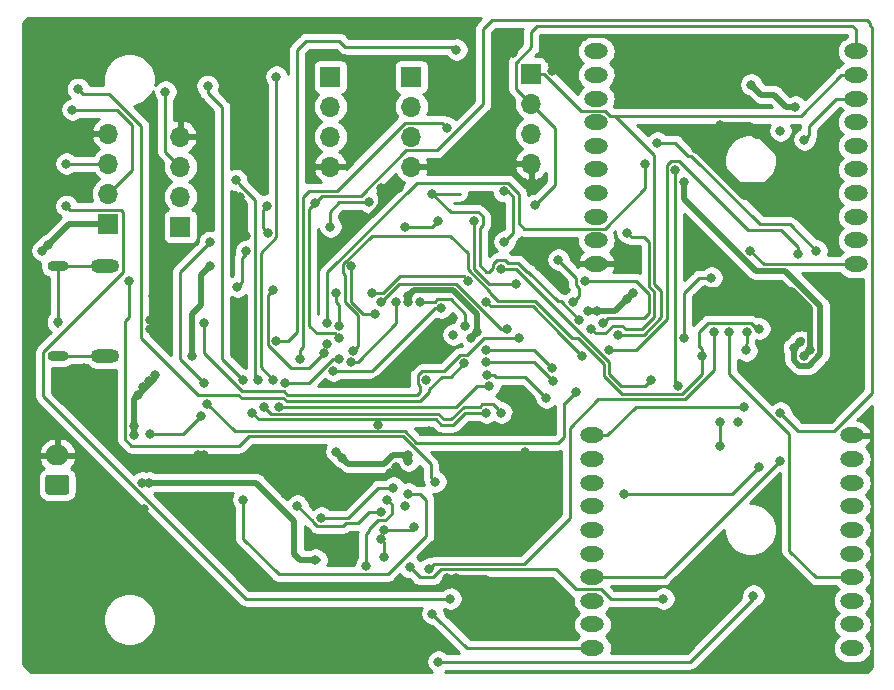
<source format=gbr>
G04 #@! TF.GenerationSoftware,KiCad,Pcbnew,(5.1.2)-1*
G04 #@! TF.CreationDate,2019-08-15T00:33:36+05:30*
G04 #@! TF.ProjectId,SAM21,53414d32-312e-46b6-9963-61645f706362,rev?*
G04 #@! TF.SameCoordinates,Original*
G04 #@! TF.FileFunction,Copper,L2,Bot*
G04 #@! TF.FilePolarity,Positive*
%FSLAX46Y46*%
G04 Gerber Fmt 4.6, Leading zero omitted, Abs format (unit mm)*
G04 Created by KiCad (PCBNEW (5.1.2)-1) date 2019-08-15 00:33:36*
%MOMM*%
%LPD*%
G04 APERTURE LIST*
%ADD10O,2.000000X1.300000*%
%ADD11O,2.000000X1.700000*%
%ADD12C,0.100000*%
%ADD13C,1.700000*%
%ADD14O,1.800000X0.900000*%
%ADD15O,2.400000X1.200000*%
%ADD16O,1.700000X1.700000*%
%ADD17R,1.700000X1.700000*%
%ADD18C,0.800000*%
%ADD19C,0.500000*%
%ADD20C,0.250000*%
%ADD21C,0.254000*%
G04 APERTURE END LIST*
D10*
X155878000Y-90026000D03*
X177878000Y-90026000D03*
X155878000Y-88026000D03*
X177878000Y-88026000D03*
X155878000Y-86026000D03*
X177878000Y-86026000D03*
X155878000Y-84026000D03*
X177878000Y-84026000D03*
X155878000Y-82026000D03*
X177878000Y-82026000D03*
X155878000Y-80026000D03*
X177878000Y-80026000D03*
X155878000Y-78026000D03*
X177878000Y-78026000D03*
X155878000Y-76026000D03*
X177878000Y-76026000D03*
X155878000Y-74026000D03*
X177878000Y-74026000D03*
X155878000Y-72026000D03*
X177878000Y-72026000D03*
D11*
X110236000Y-106212000D03*
D12*
G36*
X111010504Y-107863204D02*
G01*
X111034773Y-107866804D01*
X111058571Y-107872765D01*
X111081671Y-107881030D01*
X111103849Y-107891520D01*
X111124893Y-107904133D01*
X111144598Y-107918747D01*
X111162777Y-107935223D01*
X111179253Y-107953402D01*
X111193867Y-107973107D01*
X111206480Y-107994151D01*
X111216970Y-108016329D01*
X111225235Y-108039429D01*
X111231196Y-108063227D01*
X111234796Y-108087496D01*
X111236000Y-108112000D01*
X111236000Y-109312000D01*
X111234796Y-109336504D01*
X111231196Y-109360773D01*
X111225235Y-109384571D01*
X111216970Y-109407671D01*
X111206480Y-109429849D01*
X111193867Y-109450893D01*
X111179253Y-109470598D01*
X111162777Y-109488777D01*
X111144598Y-109505253D01*
X111124893Y-109519867D01*
X111103849Y-109532480D01*
X111081671Y-109542970D01*
X111058571Y-109551235D01*
X111034773Y-109557196D01*
X111010504Y-109560796D01*
X110986000Y-109562000D01*
X109486000Y-109562000D01*
X109461496Y-109560796D01*
X109437227Y-109557196D01*
X109413429Y-109551235D01*
X109390329Y-109542970D01*
X109368151Y-109532480D01*
X109347107Y-109519867D01*
X109327402Y-109505253D01*
X109309223Y-109488777D01*
X109292747Y-109470598D01*
X109278133Y-109450893D01*
X109265520Y-109429849D01*
X109255030Y-109407671D01*
X109246765Y-109384571D01*
X109240804Y-109360773D01*
X109237204Y-109336504D01*
X109236000Y-109312000D01*
X109236000Y-108112000D01*
X109237204Y-108087496D01*
X109240804Y-108063227D01*
X109246765Y-108039429D01*
X109255030Y-108016329D01*
X109265520Y-107994151D01*
X109278133Y-107973107D01*
X109292747Y-107953402D01*
X109309223Y-107935223D01*
X109327402Y-107918747D01*
X109347107Y-107904133D01*
X109368151Y-107891520D01*
X109390329Y-107881030D01*
X109413429Y-107872765D01*
X109437227Y-107866804D01*
X109461496Y-107863204D01*
X109486000Y-107862000D01*
X110986000Y-107862000D01*
X111010504Y-107863204D01*
X111010504Y-107863204D01*
G37*
D13*
X110236000Y-108712000D03*
D14*
X110280000Y-97790000D03*
X110280000Y-90170000D03*
D15*
X114300000Y-97790000D03*
X114300000Y-90170000D03*
D10*
X177546000Y-104554000D03*
X155546000Y-104554000D03*
X177546000Y-106554000D03*
X155546000Y-106554000D03*
X177546000Y-108554000D03*
X155546000Y-108554000D03*
X177546000Y-110554000D03*
X155546000Y-110554000D03*
X177546000Y-112554000D03*
X155546000Y-112554000D03*
X177546000Y-114554000D03*
X155546000Y-114554000D03*
X177546000Y-116554000D03*
X155546000Y-116554000D03*
X177546000Y-118554000D03*
X155546000Y-118554000D03*
X177546000Y-120554000D03*
X155546000Y-120554000D03*
X177546000Y-122554000D03*
X155546000Y-122554000D03*
D16*
X120650000Y-79248000D03*
X120650000Y-81788000D03*
X120650000Y-84328000D03*
D17*
X120650000Y-86868000D03*
D16*
X140208000Y-81788000D03*
X140208000Y-79248000D03*
X140208000Y-76708000D03*
D17*
X140208000Y-74168000D03*
D16*
X133350000Y-81788000D03*
X133350000Y-79248000D03*
X133350000Y-76708000D03*
D17*
X133350000Y-74168000D03*
D16*
X150368000Y-81534000D03*
X150368000Y-78994000D03*
X150368000Y-76454000D03*
D17*
X150368000Y-73914000D03*
D16*
X114554000Y-78994000D03*
X114554000Y-81534000D03*
X114554000Y-84074000D03*
D17*
X114554000Y-86614000D03*
D18*
X150622000Y-89408000D03*
X125730000Y-85090000D03*
X125730000Y-84328000D03*
X126238000Y-87630000D03*
X125730000Y-87122000D03*
X147828000Y-86868000D03*
X146812000Y-117856000D03*
X141732000Y-104140000D03*
X141478000Y-99822000D03*
X137414000Y-99822000D03*
X125730000Y-96774000D03*
X138430000Y-107696000D03*
X138938000Y-107188000D03*
X137414000Y-103632000D03*
X123698000Y-71374000D03*
X124460000Y-71374000D03*
X119888000Y-71628000D03*
X119126000Y-71628000D03*
X111252000Y-71628000D03*
X112014000Y-71628000D03*
X109728000Y-80518000D03*
X108966000Y-80518000D03*
X108966000Y-79756000D03*
X112522000Y-98806000D03*
X112268000Y-99568000D03*
X112268000Y-100330000D03*
X112268000Y-101092000D03*
X135128000Y-119888000D03*
X136906000Y-119888000D03*
X136906000Y-121920000D03*
X123952000Y-119888000D03*
X125730000Y-119888000D03*
X125730000Y-121920000D03*
X117602000Y-112268000D03*
X117602000Y-111506000D03*
X117602000Y-110744000D03*
X125968176Y-93487824D03*
X125968176Y-94249824D03*
X119634000Y-90170000D03*
X119634000Y-90932000D03*
X118618000Y-90932000D03*
X118364000Y-92710000D03*
X118110000Y-94742000D03*
X118872000Y-95250000D03*
X118110000Y-95504000D03*
X108712000Y-104648000D03*
X108712000Y-103632000D03*
X109728000Y-103632000D03*
X112522000Y-106934000D03*
X112522000Y-107950000D03*
X112522000Y-108966000D03*
X143510000Y-117094000D03*
X175514000Y-121412000D03*
X171958000Y-121412000D03*
X172720000Y-121412000D03*
X174752000Y-121412000D03*
X157734000Y-90170000D03*
X157734000Y-89408000D03*
X158496000Y-89408000D03*
X158496000Y-90170000D03*
X153162000Y-92202000D03*
X164338000Y-80264000D03*
X164846000Y-79756000D03*
X165354000Y-79248000D03*
X165862000Y-78740000D03*
X166370000Y-78232000D03*
X172212000Y-82296000D03*
X171704000Y-82804000D03*
X171196000Y-83312000D03*
X170688000Y-83820000D03*
X170180000Y-84328000D03*
X132080000Y-110236000D03*
X131572000Y-109728000D03*
X129540000Y-109474000D03*
X130302000Y-109220000D03*
X131064000Y-109220000D03*
X132588000Y-107950000D03*
X133096000Y-108458000D03*
X133604000Y-108966000D03*
X134112000Y-109474000D03*
X122174000Y-106680000D03*
X122174000Y-106172000D03*
X122682000Y-106172000D03*
X148336000Y-72136000D03*
X148844000Y-71628000D03*
X148844000Y-72136000D03*
X149098000Y-101092000D03*
X149098000Y-102108000D03*
X149098000Y-102870000D03*
X144018000Y-116586000D03*
X143256000Y-116586000D03*
X147320000Y-117348000D03*
X147320000Y-117856000D03*
X165100000Y-92202000D03*
X164846000Y-92964000D03*
X173990000Y-97282000D03*
X173482000Y-97790000D03*
X158242000Y-72898000D03*
X157988000Y-73660000D03*
X157734000Y-74422000D03*
X133858000Y-113538000D03*
X133418000Y-113860000D03*
X131653000Y-113203000D03*
X149860000Y-104140000D03*
X149860000Y-105918000D03*
X137668000Y-83566000D03*
X138430000Y-83566000D03*
X139192000Y-83566000D03*
X152146000Y-73660000D03*
X151900010Y-72652010D03*
X152654000Y-72898000D03*
X139954000Y-92710000D03*
X139954000Y-93218000D03*
X145796000Y-95758000D03*
X145288000Y-96266000D03*
X139954000Y-106680000D03*
X139954000Y-106172000D03*
X155956000Y-93980000D03*
X155194000Y-93980000D03*
X158496000Y-92964000D03*
X159004000Y-92456000D03*
X117430000Y-108540000D03*
X118028000Y-108540000D03*
X132080000Y-115062000D03*
X134366000Y-106426000D03*
X133858000Y-105918000D03*
X172593000Y-97155000D03*
X173101000Y-96647000D03*
X163322000Y-83058000D03*
X121666000Y-97790000D03*
X123190000Y-90170000D03*
X138176000Y-109982000D03*
X136398000Y-115570000D03*
X117094000Y-101092000D03*
X117475000Y-100457000D03*
X117983000Y-99949000D03*
X118491000Y-99441000D03*
X116694001Y-104539999D03*
X116694001Y-103777999D03*
X109474000Y-88392000D03*
X108966000Y-88900000D03*
X168993000Y-74847000D03*
X172720000Y-76708000D03*
X153924000Y-93218000D03*
X152654000Y-89662000D03*
X146558000Y-102616000D03*
X122959000Y-74953000D03*
X125984000Y-99822000D03*
X125984000Y-99822000D03*
X126746000Y-102616000D03*
X147828000Y-102616000D03*
X125349000Y-82931000D03*
X127254000Y-99822000D03*
X127762000Y-102108000D03*
X143764000Y-96012000D03*
X110998000Y-85123000D03*
X143510000Y-118364000D03*
X144687294Y-98459294D03*
X111991000Y-75207000D03*
X146500998Y-97282000D03*
X152146000Y-98806000D03*
X155448000Y-95504000D03*
X158496000Y-87376000D03*
X146558000Y-98298000D03*
X152244499Y-99977501D03*
X158242000Y-109474000D03*
X169672000Y-107188000D03*
X128048000Y-87408000D03*
X128016000Y-85090000D03*
X139700000Y-86868000D03*
X142494000Y-86360000D03*
X110280000Y-94952000D03*
X139954000Y-109474000D03*
X125984000Y-109982000D03*
X139700000Y-110490000D03*
X110998000Y-81534000D03*
X111506000Y-76962000D03*
X150669000Y-85043000D03*
X141986000Y-119634000D03*
X141732000Y-115824000D03*
X165862000Y-95758000D03*
X171450000Y-78740000D03*
X157734000Y-96012000D03*
X119380000Y-75438000D03*
X132842000Y-97536000D03*
X128524000Y-92202000D03*
X123144999Y-88183001D03*
X118110000Y-104394000D03*
X122428000Y-102870000D03*
X122682000Y-100076000D03*
X137668000Y-110998000D03*
X130556000Y-110490000D03*
X171450000Y-106680000D03*
X142240000Y-108458000D03*
X116332000Y-91440000D03*
X125476000Y-91948000D03*
X126238000Y-88900000D03*
X138684000Y-108966000D03*
X132588000Y-111506000D03*
X137922000Y-112522000D03*
X140462000Y-112268000D03*
X142494000Y-123698000D03*
X169164000Y-118110000D03*
X137668000Y-113284000D03*
X161544000Y-118364000D03*
X140081000Y-115697000D03*
X137922000Y-114808000D03*
X130810000Y-98044000D03*
X143256000Y-78486000D03*
X128778000Y-96520000D03*
X144018000Y-71882000D03*
X149352000Y-96266000D03*
X122682000Y-94996000D03*
X133604000Y-99060000D03*
X165608000Y-91186000D03*
X142748000Y-93726000D03*
X163322000Y-96266000D03*
X134112000Y-98044000D03*
X172974000Y-89154000D03*
X156972000Y-97282000D03*
X154178000Y-100838000D03*
X122936000Y-101854000D03*
X129540000Y-100076000D03*
X135255000Y-97409000D03*
X164846000Y-97790000D03*
X169672000Y-95504000D03*
X133096000Y-96774000D03*
X133096000Y-94996000D03*
X160020000Y-81534000D03*
X174498000Y-88900000D03*
X161036000Y-79756000D03*
X134112000Y-96266000D03*
X132080000Y-84836000D03*
X171450000Y-102616000D03*
X134112000Y-95250000D03*
X133858000Y-92456000D03*
X137160000Y-94234000D03*
X135128000Y-90170000D03*
X136668000Y-84820000D03*
X133350000Y-86868000D03*
X148036000Y-83866000D03*
X148082000Y-88138000D03*
X137668000Y-93218000D03*
X148336000Y-95504000D03*
X146558000Y-93218000D03*
X154686000Y-97790000D03*
X156464000Y-94996000D03*
X154939695Y-91497990D03*
X149098000Y-91694000D03*
X145542000Y-86360000D03*
X144780000Y-95250000D03*
X140970000Y-93218000D03*
X146656499Y-99412499D03*
X141986000Y-84074000D03*
X151638000Y-101346000D03*
X154432000Y-94742000D03*
X146812000Y-100330000D03*
X129032000Y-102108000D03*
X128524000Y-99822000D03*
X128778000Y-74168000D03*
X168402000Y-102108000D03*
X166370000Y-105410000D03*
X166370000Y-103378000D03*
X162560000Y-82042000D03*
X162814000Y-100330000D03*
X167132000Y-95758000D03*
X168910000Y-88900000D03*
X173482000Y-79502000D03*
X135128000Y-98298000D03*
X168585000Y-97353000D03*
X168656000Y-95758000D03*
X167894000Y-103378000D03*
X138938000Y-93218000D03*
X136906000Y-92456000D03*
X145034000Y-91440000D03*
X147828000Y-90424000D03*
X160528000Y-99822000D03*
D19*
X168402000Y-84328000D02*
X170180000Y-84328000D01*
X164338000Y-80264000D02*
X168402000Y-84328000D01*
X170122315Y-83820000D02*
X170688000Y-83820000D01*
X168344315Y-83820000D02*
X170122315Y-83820000D01*
X164846000Y-80321685D02*
X168344315Y-83820000D01*
X164846000Y-79756000D02*
X164846000Y-80321685D01*
X170630315Y-83312000D02*
X171196000Y-83312000D01*
X170612314Y-83330001D02*
X170630315Y-83312000D01*
X167925999Y-83330001D02*
X170612314Y-83330001D01*
X165354000Y-80758002D02*
X167925999Y-83330001D01*
X165354000Y-79248000D02*
X165354000Y-80758002D01*
X172212000Y-81730315D02*
X172212000Y-82296000D01*
X172212000Y-81547998D02*
X172212000Y-81730315D01*
X168896002Y-78232000D02*
X172212000Y-81547998D01*
X166370000Y-78232000D02*
X168896002Y-78232000D01*
X165862000Y-78740000D02*
X168910000Y-78740000D01*
X171704000Y-82238315D02*
X171704000Y-82804000D01*
X171704000Y-81039998D02*
X171704000Y-82238315D01*
X169894001Y-79229999D02*
X171704000Y-81039998D01*
X169399999Y-79229999D02*
X169894001Y-79229999D01*
X168910000Y-78740000D02*
X169399999Y-79229999D01*
X171704000Y-82804000D02*
X171196000Y-83312000D01*
D20*
X147160001Y-117130999D02*
X147348501Y-117319499D01*
D19*
X146558000Y-116586000D02*
X147320000Y-117348000D01*
X144018000Y-116586000D02*
X146558000Y-116586000D01*
X146050000Y-117094000D02*
X146812000Y-117856000D01*
X143510000Y-117094000D02*
X146050000Y-117094000D01*
X146050000Y-116586000D02*
X147320000Y-117856000D01*
X143256000Y-116586000D02*
X146050000Y-116586000D01*
X165100000Y-92202000D02*
X172466000Y-92202000D01*
X173990000Y-93726000D02*
X173990000Y-97282000D01*
X172466000Y-92202000D02*
X173990000Y-93726000D01*
X173990000Y-97282000D02*
X173482000Y-97790000D01*
X164846000Y-92456000D02*
X165100000Y-92202000D01*
X164846000Y-92964000D02*
X164846000Y-92456000D01*
X132761000Y-113203000D02*
X133418000Y-113860000D01*
X131653000Y-113203000D02*
X132761000Y-113203000D01*
X133740000Y-113538000D02*
X133418000Y-113860000D01*
X133858000Y-113538000D02*
X133740000Y-113538000D01*
X137668000Y-84131685D02*
X137668000Y-83566000D01*
X137668000Y-85078002D02*
X137668000Y-84131685D01*
X138430000Y-84316002D02*
X138430000Y-83566000D01*
X136773001Y-85973001D02*
X138430000Y-84316002D01*
X136773001Y-85973001D02*
X137668000Y-85078002D01*
X136784999Y-85973001D02*
X139192000Y-83566000D01*
X136773001Y-85973001D02*
X136784999Y-85973001D01*
X125730000Y-87122000D02*
X125730000Y-84582000D01*
X145796000Y-95758000D02*
X145796000Y-95758000D01*
X157480000Y-93980000D02*
X159004000Y-92456000D01*
X155194000Y-93980000D02*
X157480000Y-93980000D01*
X117430000Y-108540000D02*
X119970000Y-108540000D01*
X119970000Y-108540000D02*
X127082000Y-108540000D01*
X127082000Y-108540000D02*
X130302000Y-111760000D01*
X130302000Y-111760000D02*
X130302000Y-114300000D01*
X130302000Y-114300000D02*
X130302000Y-114554000D01*
X130302000Y-114554000D02*
X130810000Y-115062000D01*
X130810000Y-115062000D02*
X132080000Y-115062000D01*
X132080000Y-115062000D02*
X132334000Y-115062000D01*
X145288000Y-96266000D02*
X145796000Y-95758000D01*
X139954000Y-92710000D02*
X139954000Y-93218000D01*
X133858000Y-105918000D02*
X134874000Y-106934000D01*
X139554001Y-106280001D02*
X139954000Y-106680000D01*
X139446000Y-106172000D02*
X139554001Y-106280001D01*
X138695998Y-106172000D02*
X139446000Y-106172000D01*
X137933998Y-106934000D02*
X138695998Y-106172000D01*
X134874000Y-106934000D02*
X137933998Y-106934000D01*
X140394990Y-92269010D02*
X139954000Y-92710000D01*
X143779824Y-92269010D02*
X140394990Y-92269010D01*
X145796000Y-95758000D02*
X145796000Y-94285186D01*
X145796000Y-94285186D02*
X143779824Y-92269010D01*
X172593000Y-97155000D02*
X173289990Y-96458010D01*
X173289990Y-96458010D02*
X173166010Y-96458010D01*
X163322000Y-83058000D02*
X163322000Y-83058000D01*
X172593000Y-98159002D02*
X172593000Y-97155000D01*
X173890001Y-98640001D02*
X173073999Y-98640001D01*
X173073999Y-98640001D02*
X172593000Y-98159002D01*
X163322000Y-84570002D02*
X169353008Y-90601010D01*
X163322000Y-83058000D02*
X163322000Y-84570002D01*
X169353008Y-90601010D02*
X171854973Y-90601010D01*
X171854973Y-90601010D02*
X174840001Y-93586038D01*
X174840001Y-93586038D02*
X174840001Y-97690001D01*
X174840001Y-97690001D02*
X173890001Y-98640001D01*
X121666000Y-97790000D02*
X121666000Y-94234000D01*
X121666000Y-94234000D02*
X122428000Y-93472000D01*
X122428000Y-93472000D02*
X122428000Y-90932000D01*
X122428000Y-90932000D02*
X123190000Y-90170000D01*
X123190000Y-90170000D02*
X123190000Y-90170000D01*
D20*
X138575999Y-110381999D02*
X138176000Y-109982000D01*
X138575999Y-111163003D02*
X138575999Y-110381999D01*
X136398000Y-115570000D02*
X136398000Y-112904410D01*
X136398000Y-112904410D02*
X136621400Y-112681010D01*
X136621400Y-112681010D02*
X136621400Y-112495598D01*
X136621400Y-112495598D02*
X137385499Y-111731499D01*
X137385499Y-111731499D02*
X138007503Y-111731499D01*
X138007503Y-111731499D02*
X138575999Y-111163003D01*
D19*
X118491000Y-99695000D02*
X117094000Y-101092000D01*
X118491000Y-99441000D02*
X118491000Y-99695000D01*
X116694001Y-101491999D02*
X116694001Y-103777999D01*
X117094000Y-101092000D02*
X116694001Y-101491999D01*
X116694001Y-104539999D02*
X116694001Y-104539999D01*
X116694001Y-103777999D02*
X116694001Y-104539999D01*
X111252000Y-86614000D02*
X114554000Y-86614000D01*
X108966000Y-88900000D02*
X111252000Y-86614000D01*
X169838000Y-75692000D02*
X168993000Y-74847000D01*
X170942000Y-75692000D02*
X169838000Y-75692000D01*
X171958000Y-76708000D02*
X170942000Y-75692000D01*
X172720000Y-76708000D02*
X171958000Y-76708000D01*
D20*
X152654000Y-89662000D02*
X154178000Y-91186000D01*
X153924000Y-93218000D02*
X154432000Y-92710000D01*
X154432000Y-92710000D02*
X154432000Y-92063297D01*
X154178000Y-91809297D02*
X154178000Y-91186000D01*
X154432000Y-92063297D02*
X154178000Y-91809297D01*
X122959000Y-75518685D02*
X124206000Y-76765685D01*
X122959000Y-74953000D02*
X122959000Y-75518685D01*
X124206000Y-76765685D02*
X124206000Y-98044000D01*
X124206000Y-98044000D02*
X125984000Y-99822000D01*
X125984000Y-99822000D02*
X125984000Y-99822000D01*
X125984000Y-99822000D02*
X125984000Y-99822000D01*
X127290999Y-103160999D02*
X126746000Y-102616000D01*
X142276999Y-103160999D02*
X127290999Y-103160999D01*
X142748000Y-103632000D02*
X142276999Y-103160999D01*
X143764000Y-103632000D02*
X142748000Y-103632000D01*
X146558000Y-102616000D02*
X144780000Y-102616000D01*
X144780000Y-102616000D02*
X143764000Y-103632000D01*
X125349000Y-82931000D02*
X125730000Y-83312000D01*
X125730000Y-83312000D02*
X127000000Y-84582000D01*
X127000000Y-84582000D02*
X127000000Y-99568000D01*
X127000000Y-99568000D02*
X127254000Y-99822000D01*
X127254000Y-99822000D02*
X127254000Y-99822000D01*
X147102999Y-101890999D02*
X147428001Y-102216001D01*
X146209999Y-101890999D02*
X147102999Y-101890999D01*
X147428001Y-102216001D02*
X147828000Y-102616000D01*
X145992998Y-102108000D02*
X146209999Y-101890999D01*
X128364989Y-102710989D02*
X142463400Y-102710990D01*
X127762000Y-102108000D02*
X128364989Y-102710989D01*
X142463400Y-102710990D02*
X142934400Y-103181990D01*
X142934400Y-103181990D02*
X143577600Y-103181990D01*
X143577600Y-103181990D02*
X144651590Y-102108000D01*
X144651590Y-102108000D02*
X145992998Y-102108000D01*
X111313999Y-85438999D02*
X115664001Y-85438999D01*
X110998000Y-85123000D02*
X111313999Y-85438999D01*
X115664001Y-85438999D02*
X115825010Y-85600008D01*
X115825010Y-85600008D02*
X115825010Y-90698961D01*
X109054990Y-101237992D02*
X126180998Y-118364000D01*
X115825010Y-90698961D02*
X109054990Y-97468981D01*
X109054990Y-97468981D02*
X109054990Y-101237992D01*
X126180998Y-118364000D02*
X143510000Y-118364000D01*
X143510000Y-118364000D02*
X143510000Y-118364000D01*
X142805002Y-99568000D02*
X143578588Y-99568000D01*
X141732000Y-100641002D02*
X142805002Y-99568000D01*
X141732000Y-100838000D02*
X141732000Y-100641002D01*
X140912010Y-101657990D02*
X141732000Y-100838000D01*
X129654992Y-101657990D02*
X140912010Y-101657990D01*
X129380001Y-101382999D02*
X129654992Y-101657990D01*
X126905999Y-101382999D02*
X129380001Y-101382999D01*
X143578588Y-99568000D02*
X144687294Y-98459294D01*
X125835587Y-101382999D02*
X126905999Y-101382999D01*
X125544588Y-101092000D02*
X125835587Y-101382999D01*
X111991000Y-75207000D02*
X112390999Y-75606999D01*
X112390999Y-75606999D02*
X114597409Y-75606999D01*
X114597409Y-75606999D02*
X117348000Y-78357590D01*
X117348000Y-78357590D02*
X117348000Y-96266000D01*
X117348000Y-96266000D02*
X122174000Y-101092000D01*
X122174000Y-101092000D02*
X125544588Y-101092000D01*
X146500998Y-97282000D02*
X150622000Y-97282000D01*
X150622000Y-97282000D02*
X152146000Y-98806000D01*
X152146000Y-98806000D02*
X152146000Y-98806000D01*
X155847999Y-95903999D02*
X155448000Y-95504000D01*
X156629003Y-95903999D02*
X155847999Y-95903999D01*
X158356992Y-95561990D02*
X158082001Y-95286999D01*
X159705190Y-95561990D02*
X158356992Y-95561990D01*
X158895999Y-87775999D02*
X159911999Y-87775999D01*
X157246003Y-95286999D02*
X156629003Y-95903999D01*
X158496000Y-87376000D02*
X158895999Y-87775999D01*
X158082001Y-95286999D02*
X157246003Y-95286999D01*
X159911999Y-87775999D02*
X160331990Y-88195990D01*
X160331990Y-88195990D02*
X160331991Y-91937403D01*
X160782000Y-94485180D02*
X159705190Y-95561990D01*
X160331991Y-91937403D02*
X160782000Y-92387412D01*
X160782000Y-92387412D02*
X160782000Y-94485180D01*
X150564998Y-98298000D02*
X152244499Y-99977501D01*
X146558000Y-98298000D02*
X150564998Y-98298000D01*
X152244499Y-99977501D02*
X152342998Y-100076000D01*
X158242000Y-109474000D02*
X167386000Y-109474000D01*
X167386000Y-109474000D02*
X169672000Y-107188000D01*
X169672000Y-107188000D02*
X169672000Y-107188000D01*
X127648001Y-87008001D02*
X127648001Y-85457999D01*
X128048000Y-87408000D02*
X127648001Y-87008001D01*
X127648001Y-85457999D02*
X128016000Y-85090000D01*
X128016000Y-85090000D02*
X128016000Y-85090000D01*
X139700000Y-86868000D02*
X141986000Y-86868000D01*
X141986000Y-86868000D02*
X142494000Y-86360000D01*
X142494000Y-86360000D02*
X142494000Y-86360000D01*
X112850000Y-97790000D02*
X110280000Y-97790000D01*
X114300000Y-97790000D02*
X112850000Y-97790000D01*
X110280000Y-90170000D02*
X114300000Y-90170000D01*
X110280000Y-90170000D02*
X110280000Y-94952000D01*
X110280000Y-95206000D02*
X110236000Y-95250000D01*
X110280000Y-94952000D02*
X110280000Y-95206000D01*
X125984000Y-109982000D02*
X125984000Y-109982000D01*
X140970000Y-109474000D02*
X139954000Y-109474000D01*
X125984000Y-113284000D02*
X128995001Y-116295001D01*
X125984000Y-109982000D02*
X125984000Y-113284000D01*
X128995001Y-116295001D02*
X138212999Y-116295001D01*
X138212999Y-116295001D02*
X141478000Y-113030000D01*
X141478000Y-113030000D02*
X141478000Y-109982000D01*
X141478000Y-109982000D02*
X140970000Y-109474000D01*
X110998000Y-81534000D02*
X114554000Y-81534000D01*
X114554000Y-84074000D02*
X116586000Y-82042000D01*
X116586000Y-82042000D02*
X116586000Y-79286998D01*
X116586000Y-79286998D02*
X116586000Y-78232000D01*
X116586000Y-78232000D02*
X115316000Y-76962000D01*
X115316000Y-76962000D02*
X111506000Y-76962000D01*
X111506000Y-76962000D02*
X111506000Y-76962000D01*
X178228000Y-72026000D02*
X177878000Y-72026000D01*
X150669000Y-85043000D02*
X152400000Y-83312000D01*
X152400000Y-78486000D02*
X150368000Y-76454000D01*
X152400000Y-83312000D02*
X152400000Y-78486000D01*
X155546000Y-122554000D02*
X144906000Y-122554000D01*
X144906000Y-122554000D02*
X142494000Y-120142000D01*
X141986000Y-119634000D02*
X141986000Y-119634000D01*
X142494000Y-120142000D02*
X141986000Y-119634000D01*
X142131999Y-115424001D02*
X149751999Y-115424001D01*
X141732000Y-115824000D02*
X142131999Y-115424001D01*
X149751999Y-115424001D02*
X153670000Y-111506000D01*
X153670000Y-111506000D02*
X153670000Y-103886000D01*
X163348402Y-101505010D02*
X165862000Y-98991412D01*
X153670000Y-103886000D02*
X156050989Y-101505011D01*
X156050989Y-101505011D02*
X163348402Y-101505010D01*
X165862000Y-98991412D02*
X165862000Y-95758000D01*
X165862000Y-95758000D02*
X165862000Y-95758000D01*
X177528000Y-72026000D02*
X177878000Y-72026000D01*
X177546000Y-69850000D02*
X177878000Y-70182000D01*
X150876000Y-69850000D02*
X177546000Y-69850000D01*
X150368000Y-76454000D02*
X149098000Y-75184000D01*
X149098000Y-75184000D02*
X149098000Y-72898998D01*
X149154004Y-72898998D02*
X150368000Y-71685002D01*
X177878000Y-70182000D02*
X177878000Y-72026000D01*
X150368000Y-71685002D02*
X150368000Y-70358000D01*
X149098000Y-72898998D02*
X149154004Y-72898998D01*
X150368000Y-70358000D02*
X150876000Y-69850000D01*
X177878000Y-74026000D02*
X176628000Y-74026000D01*
X176628000Y-74026000D02*
X173184000Y-77470000D01*
X151468000Y-73914000D02*
X150368000Y-73914000D01*
X154604990Y-77050990D02*
X151468000Y-73914000D01*
X156631862Y-77050990D02*
X154604990Y-77050990D01*
X157050872Y-77470000D02*
X156631862Y-77050990D01*
X160782000Y-80772000D02*
X157480000Y-77470000D01*
X157480000Y-77470000D02*
X157050872Y-77470000D01*
X173184000Y-77470000D02*
X157480000Y-77470000D01*
X160782000Y-91751002D02*
X160782000Y-80772000D01*
X157734000Y-96012000D02*
X159891590Y-96012000D01*
X159891590Y-96012000D02*
X161384989Y-94518601D01*
X161384989Y-92353991D02*
X160782000Y-91751002D01*
X161384989Y-94518601D02*
X161384989Y-92353991D01*
X119380000Y-80518000D02*
X120650000Y-81788000D01*
X119380000Y-75438000D02*
X119380000Y-80518000D01*
X132842000Y-97536000D02*
X132842000Y-97732998D01*
X128052999Y-96868001D02*
X128052999Y-92673001D01*
X129990998Y-98806000D02*
X128052999Y-96868001D01*
X132842000Y-97536000D02*
X131572000Y-98806000D01*
X131572000Y-98806000D02*
X129990998Y-98806000D01*
X128052999Y-92673001D02*
X128524000Y-92202000D01*
X128524000Y-92202000D02*
X128524000Y-92202000D01*
X118110000Y-104394000D02*
X120904000Y-104394000D01*
X120904000Y-104394000D02*
X122428000Y-102870000D01*
X122428000Y-102870000D02*
X122428000Y-102870000D01*
X120650000Y-98044000D02*
X122682000Y-100076000D01*
X123144999Y-88183001D02*
X120650000Y-90678000D01*
X120650000Y-90678000D02*
X120650000Y-98044000D01*
X131862999Y-111854001D02*
X132239999Y-112231001D01*
X131862999Y-111796999D02*
X131862999Y-111854001D01*
X130556000Y-110490000D02*
X131862999Y-111796999D01*
X134677990Y-111956010D02*
X135693990Y-111956010D01*
X132239999Y-112231001D02*
X134402999Y-112231001D01*
X134402999Y-112231001D02*
X134677990Y-111956010D01*
X136652000Y-110998000D02*
X137668000Y-110998000D01*
X135693990Y-111956010D02*
X136652000Y-110998000D01*
X161576000Y-116554000D02*
X171450000Y-106680000D01*
X155546000Y-116554000D02*
X161576000Y-116554000D01*
X139466003Y-104611001D02*
X126455001Y-104611001D01*
X141840001Y-106984999D02*
X139466003Y-104611001D01*
X142240000Y-108458000D02*
X141840001Y-108058001D01*
X141840001Y-108058001D02*
X141840001Y-106984999D01*
X116332000Y-94488000D02*
X116332000Y-91440000D01*
X116332000Y-91440000D02*
X116332000Y-91440000D01*
X126455001Y-104611001D02*
X125656002Y-105410000D01*
X115969000Y-94851000D02*
X116332000Y-94488000D01*
X115969000Y-104888000D02*
X115969000Y-94851000D01*
X116491000Y-105410000D02*
X115969000Y-104888000D01*
X125656002Y-105410000D02*
X116491000Y-105410000D01*
X125875999Y-91548001D02*
X125476000Y-91948000D01*
X125875999Y-89516001D02*
X125875999Y-91548001D01*
X126238000Y-88900000D02*
X126238000Y-89154000D01*
X126238000Y-89154000D02*
X125875999Y-89516001D01*
X132588000Y-111506000D02*
X134874000Y-111506000D01*
X137414000Y-108966000D02*
X138684000Y-108966000D01*
X134874000Y-111506000D02*
X137414000Y-108966000D01*
X137922000Y-112522000D02*
X137958999Y-112558999D01*
X137958999Y-112558999D02*
X138016001Y-112558999D01*
X137958999Y-112558999D02*
X140171001Y-112558999D01*
X140171001Y-112558999D02*
X140462000Y-112268000D01*
X140462000Y-112268000D02*
X140462000Y-112268000D01*
X142494000Y-123698000D02*
X163830000Y-123698000D01*
X163830000Y-123698000D02*
X169164000Y-118364000D01*
X169164000Y-118364000D02*
X169164000Y-118110000D01*
X169164000Y-118110000D02*
X169164000Y-118110000D01*
X161544000Y-118364000D02*
X157084872Y-118364000D01*
X157084872Y-118364000D02*
X156299862Y-117578990D01*
X140081000Y-115697000D02*
X139954000Y-115570000D01*
X137922000Y-113538000D02*
X137668000Y-113284000D01*
X137922000Y-114808000D02*
X137922000Y-113538000D01*
X142080001Y-116549001D02*
X142748000Y-115881002D01*
X140081000Y-115697000D02*
X140933001Y-116549001D01*
X140933001Y-116549001D02*
X142080001Y-116549001D01*
X142748000Y-115881002D02*
X152457002Y-115881002D01*
X154154990Y-117578990D02*
X156299862Y-117578990D01*
X152457002Y-115881002D02*
X154154990Y-117578990D01*
X143256000Y-78486000D02*
X143256000Y-78486000D01*
X142842999Y-78072999D02*
X143256000Y-78486000D01*
X139643999Y-78072999D02*
X142842999Y-78072999D01*
X130810000Y-97282000D02*
X131064000Y-97028000D01*
X130810000Y-98044000D02*
X130810000Y-97282000D01*
X131064000Y-84328000D02*
X131572000Y-83820000D01*
X131064000Y-97028000D02*
X131064000Y-84328000D01*
X131572000Y-83820000D02*
X133896998Y-83820000D01*
X133896998Y-83820000D02*
X139643999Y-78072999D01*
X143764000Y-71628000D02*
X144018000Y-71882000D01*
X144018000Y-71882000D02*
X144018000Y-71882000D01*
X134112000Y-71120000D02*
X134620000Y-71628000D01*
X131318000Y-71120000D02*
X134112000Y-71120000D01*
X134620000Y-71628000D02*
X143764000Y-71628000D01*
X128778000Y-96520000D02*
X129794000Y-96520000D01*
X130556000Y-95758000D02*
X130556000Y-71882000D01*
X129794000Y-96520000D02*
X130556000Y-95758000D01*
X130556000Y-71882000D02*
X131318000Y-71120000D01*
X146361002Y-96266000D02*
X149352000Y-96266000D01*
X144892709Y-97734293D02*
X146361002Y-96266000D01*
X144327707Y-97734293D02*
X144892709Y-97734293D01*
X140716000Y-101092000D02*
X140970000Y-100838000D01*
X141129999Y-99096999D02*
X142965001Y-99096999D01*
X140970000Y-100838000D02*
X140970000Y-100387002D01*
X129725412Y-101092000D02*
X140716000Y-101092000D01*
X140970000Y-100387002D02*
X140752999Y-100170001D01*
X140752999Y-100170001D02*
X140752999Y-99473999D01*
X140752999Y-99473999D02*
X141129999Y-99096999D01*
X142965001Y-99096999D02*
X144327707Y-97734293D01*
X125889999Y-100801001D02*
X122682000Y-97593002D01*
X129725412Y-101092000D02*
X129434413Y-100801001D01*
X129434413Y-100801001D02*
X125889999Y-100801001D01*
X122682000Y-97593002D02*
X122682000Y-94996000D01*
X122682000Y-94996000D02*
X122682000Y-94996000D01*
X136848998Y-99060000D02*
X142182998Y-93726000D01*
X133604000Y-99060000D02*
X136848998Y-99060000D01*
X142182998Y-93726000D02*
X142748000Y-93726000D01*
X142748000Y-93726000D02*
X142748000Y-93726000D01*
X163322000Y-96266000D02*
X163322000Y-92456000D01*
X164592000Y-91186000D02*
X165608000Y-91186000D01*
X163322000Y-92456000D02*
X164592000Y-91186000D01*
X153162000Y-101796315D02*
X153162000Y-104648000D01*
X140647412Y-105156000D02*
X139652403Y-104160991D01*
X152146000Y-105156000D02*
X140647412Y-105156000D01*
X138196991Y-104160991D02*
X138176000Y-104140000D01*
X139652403Y-104160991D02*
X138196991Y-104160991D01*
X138196991Y-104160991D02*
X126766991Y-104160991D01*
X126766991Y-104160991D02*
X125242991Y-104160991D01*
X125242991Y-104160991D02*
X122936000Y-101854000D01*
X122936000Y-101854000D02*
X122936000Y-101854000D01*
X133546315Y-98044000D02*
X134112000Y-98044000D01*
X131514315Y-100076000D02*
X133546315Y-98044000D01*
X129540000Y-100076000D02*
X131514315Y-100076000D01*
X153219685Y-101796315D02*
X154178000Y-100838000D01*
X153162000Y-104648000D02*
X152654000Y-105156000D01*
X152654000Y-105156000D02*
X152146000Y-105156000D01*
X159258000Y-97282000D02*
X156972000Y-97282000D01*
X161834999Y-94705001D02*
X159258000Y-97282000D01*
X161834999Y-81693999D02*
X161834999Y-94705001D01*
X172974000Y-88588315D02*
X171507685Y-87122000D01*
X172974000Y-89154000D02*
X172974000Y-88588315D01*
X171507685Y-87122000D02*
X168713002Y-87122000D01*
X168713002Y-87122000D02*
X162908001Y-81316999D01*
X162908001Y-81316999D02*
X162211999Y-81316999D01*
X162211999Y-81316999D02*
X161834999Y-81693999D01*
X169004001Y-95032999D02*
X167603001Y-95032999D01*
X169672000Y-95504000D02*
X169475002Y-95504000D01*
X169475002Y-95504000D02*
X169004001Y-95032999D01*
X167603001Y-95032999D02*
X167566002Y-94996000D01*
X167566002Y-94996000D02*
X165354000Y-94996000D01*
X165354000Y-94996000D02*
X164592000Y-95758000D01*
X164592000Y-95758000D02*
X164592000Y-97028000D01*
X164846000Y-97224315D02*
X164846000Y-97790000D01*
X164649685Y-97028000D02*
X164846000Y-97224315D01*
X164592000Y-97028000D02*
X164649685Y-97028000D01*
X136848998Y-87630000D02*
X143510000Y-87630000D01*
X134402999Y-90772001D02*
X134402999Y-90075999D01*
X134562010Y-90931012D02*
X134402999Y-90772001D01*
X135255000Y-97409000D02*
X135654999Y-97009001D01*
X134402999Y-90075999D02*
X136848998Y-87630000D01*
X135654999Y-97009001D02*
X135654999Y-94381409D01*
X144969795Y-89089795D02*
X144969795Y-90488205D01*
X135654999Y-94381409D02*
X134562010Y-93288420D01*
X143510000Y-87630000D02*
X144969795Y-89089795D01*
X134562010Y-93288420D02*
X134562010Y-90931012D01*
X146874795Y-92461793D02*
X146874795Y-92393205D01*
X153798410Y-96266000D02*
X150700399Y-93167989D01*
X156521990Y-98484400D02*
X154303590Y-96266000D01*
X147580991Y-93167989D02*
X146874795Y-92461793D01*
X150700399Y-93167989D02*
X147580991Y-93167989D01*
X156521990Y-99551992D02*
X156521990Y-98484400D01*
X146874795Y-92393205D02*
X146900591Y-92419001D01*
X164846000Y-97790000D02*
X164846000Y-99371002D01*
X164846000Y-99371002D02*
X163162001Y-101055001D01*
X154303590Y-96266000D02*
X153798410Y-96266000D01*
X163162001Y-101055001D02*
X158024999Y-101055001D01*
X144969795Y-90488205D02*
X146874795Y-92393205D01*
X158024999Y-101055001D02*
X156521990Y-99551992D01*
X140701589Y-83140999D02*
X148389999Y-83140999D01*
X133096000Y-94996000D02*
X133096000Y-90746588D01*
X133096000Y-90746588D02*
X140701589Y-83140999D01*
X160020000Y-81534000D02*
X160020000Y-81534000D01*
X172269990Y-86671990D02*
X169729990Y-86671990D01*
X174498000Y-88900000D02*
X172269990Y-86671990D01*
X169729990Y-86671990D02*
X163924989Y-80866989D01*
X163924989Y-80866989D02*
X163670989Y-80866989D01*
X163670989Y-80866989D02*
X162560000Y-79756000D01*
X162560000Y-79756000D02*
X161036000Y-79756000D01*
X161036000Y-79756000D02*
X161036000Y-79756000D01*
X149337500Y-86599500D02*
X149337500Y-84088500D01*
X148389999Y-83140999D02*
X149337500Y-84088500D01*
X160020000Y-81534000D02*
X160020000Y-83612872D01*
X160020000Y-83612872D02*
X156581882Y-87050990D01*
X156581882Y-87050990D02*
X149788990Y-87050990D01*
X149788990Y-87050990D02*
X149337500Y-86599500D01*
X131572000Y-95250000D02*
X131572000Y-85344000D01*
X132080000Y-84836000D02*
X132080000Y-84836000D01*
X171450000Y-102616000D02*
X171450000Y-102616000D01*
X132188001Y-95866001D02*
X131572000Y-95250000D01*
X133712001Y-95866001D02*
X132188001Y-95866001D01*
X134112000Y-96266000D02*
X133712001Y-95866001D01*
X131572000Y-85344000D02*
X132080000Y-84836000D01*
X172974000Y-104140000D02*
X171450000Y-102616000D01*
X176022000Y-104140000D02*
X172974000Y-104140000D01*
X179203010Y-100958990D02*
X176022000Y-104140000D01*
X179070000Y-69596000D02*
X179070000Y-69872040D01*
X147066000Y-69342000D02*
X178816000Y-69342000D01*
X132645990Y-84270010D02*
X135947990Y-84270010D01*
X179070000Y-69872040D02*
X179203010Y-70005050D01*
X132080000Y-84836000D02*
X132645990Y-84270010D01*
X179203010Y-70005050D02*
X179203010Y-100958990D01*
X135947990Y-84270010D02*
X139794999Y-80423001D01*
X146304000Y-70104000D02*
X147066000Y-69342000D01*
X139794999Y-80423001D02*
X142392001Y-80423001D01*
X142392001Y-80423001D02*
X146304000Y-76511002D01*
X178816000Y-69342000D02*
X179070000Y-69596000D01*
X146304000Y-76511002D02*
X146304000Y-70104000D01*
X134112000Y-95250000D02*
X134112000Y-93472000D01*
X133858000Y-93218000D02*
X133858000Y-92456000D01*
X134112000Y-93472000D02*
X133858000Y-93218000D01*
X136144000Y-94234000D02*
X137160000Y-94234000D01*
X135128000Y-93218000D02*
X136144000Y-94234000D01*
X134128000Y-84820000D02*
X136668000Y-84820000D01*
X133350000Y-86868000D02*
X133350000Y-85598000D01*
X133350000Y-85598000D02*
X134128000Y-84820000D01*
X148036000Y-83866000D02*
X148382000Y-83866000D01*
X148382000Y-83866000D02*
X148844000Y-84328000D01*
X148844000Y-87376000D02*
X148844000Y-84328000D01*
X148082000Y-88138000D02*
X148844000Y-87376000D01*
X135128000Y-90678000D02*
X135128000Y-90170000D01*
X135128000Y-90678000D02*
X135128000Y-93218000D01*
X135128000Y-90424000D02*
X135128000Y-90678000D01*
X137668000Y-93218000D02*
X139192000Y-91694000D01*
X139192000Y-91694000D02*
X144018000Y-91694000D01*
X144018000Y-91694000D02*
X147828000Y-95504000D01*
X147828000Y-95504000D02*
X148336000Y-95504000D01*
X148336000Y-95504000D02*
X148336000Y-95504000D01*
X146957999Y-93617999D02*
X150513999Y-93617999D01*
X146558000Y-93218000D02*
X146957999Y-93617999D01*
X150513999Y-93617999D02*
X152908000Y-96012000D01*
X159911999Y-94596001D02*
X160331990Y-94176010D01*
X156464000Y-94996000D02*
X156863999Y-94596001D01*
X156863999Y-94596001D02*
X159911999Y-94596001D01*
X159256168Y-91497990D02*
X154939695Y-91497990D01*
X160331990Y-92573812D02*
X159256168Y-91497990D01*
X160331990Y-94176010D02*
X160331990Y-92573812D01*
X154686000Y-97790000D02*
X152908000Y-96012000D01*
X154939695Y-91497990D02*
X154939695Y-91497990D01*
X146812000Y-91694000D02*
X149098000Y-91694000D01*
X145542000Y-86360000D02*
X145542000Y-90424000D01*
X145542000Y-90424000D02*
X146812000Y-91694000D01*
X142399999Y-93000999D02*
X143546999Y-93000999D01*
X140970000Y-93218000D02*
X142182998Y-93218000D01*
X142182998Y-93218000D02*
X142399999Y-93000999D01*
X144780000Y-94234000D02*
X144780000Y-95250000D01*
X143546999Y-93000999D02*
X144780000Y-94234000D01*
X141986000Y-84074000D02*
X144329002Y-84074000D01*
X147222184Y-99412499D02*
X147377685Y-99568000D01*
X146656499Y-99412499D02*
X147222184Y-99412499D01*
X147377685Y-99568000D02*
X149860000Y-99568000D01*
X149860000Y-99568000D02*
X151638000Y-101346000D01*
X151638000Y-101346000D02*
X151638000Y-101346000D01*
X147479999Y-89698999D02*
X148176001Y-89698999D01*
X149226410Y-89916000D02*
X149988410Y-90678000D01*
X147102999Y-90075999D02*
X147479999Y-89698999D01*
X147102999Y-90387001D02*
X147102999Y-90075999D01*
X148393002Y-89916000D02*
X149226410Y-89916000D01*
X146812000Y-90678000D02*
X147102999Y-90387001D01*
X146558000Y-90678000D02*
X146812000Y-90678000D01*
X148176001Y-89698999D02*
X148393002Y-89916000D01*
X145992010Y-90112010D02*
X146558000Y-90678000D01*
X143546999Y-85634999D02*
X145890001Y-85634999D01*
X141986000Y-84074000D02*
X143546999Y-85634999D01*
X145890001Y-85634999D02*
X146267001Y-86011999D01*
X146267001Y-86011999D02*
X146267001Y-86708001D01*
X146267001Y-86708001D02*
X145992010Y-86982992D01*
X145992010Y-86982992D02*
X145992010Y-90112010D01*
X152617001Y-93181001D02*
X150114000Y-90678000D01*
X152871001Y-93181001D02*
X152617001Y-93181001D01*
X154432000Y-94742000D02*
X152871001Y-93181001D01*
X149988410Y-90678000D02*
X150114000Y-90678000D01*
X145793180Y-100330000D02*
X144015180Y-102108000D01*
X146812000Y-100330000D02*
X145793180Y-100330000D01*
X144015180Y-102108000D02*
X129032000Y-102108000D01*
X127450010Y-89078992D02*
X128778000Y-87751002D01*
X128524000Y-99822000D02*
X127450010Y-98748010D01*
X127450010Y-98748010D02*
X127450010Y-89078992D01*
X128778000Y-87751002D02*
X128778000Y-74168000D01*
X128778000Y-74168000D02*
X128778000Y-74168000D01*
X167836315Y-102108000D02*
X168402000Y-102108000D01*
X159242000Y-102108000D02*
X167836315Y-102108000D01*
X156796000Y-104554000D02*
X159242000Y-102108000D01*
X155546000Y-104554000D02*
X156796000Y-104554000D01*
X166370000Y-103378000D02*
X166370000Y-105410000D01*
X162560000Y-100076000D02*
X162814000Y-100330000D01*
X162560000Y-82042000D02*
X162560000Y-100076000D01*
X167132000Y-95758000D02*
X167132000Y-99314000D01*
X167132000Y-99314000D02*
X172212000Y-104394000D01*
X172212000Y-104394000D02*
X172212000Y-114300000D01*
X174466000Y-116554000D02*
X177546000Y-116554000D01*
X172212000Y-114300000D02*
X174466000Y-116554000D01*
X170324000Y-90026000D02*
X177878000Y-90026000D01*
X170036000Y-90026000D02*
X170324000Y-90026000D01*
X168910000Y-88900000D02*
X170036000Y-90026000D01*
X173881999Y-79102001D02*
X173881999Y-78340001D01*
X173482000Y-79502000D02*
X173881999Y-79102001D01*
X176196000Y-76026000D02*
X177878000Y-76026000D01*
X173881999Y-78340001D02*
X176196000Y-76026000D01*
X168585000Y-96787315D02*
X168656000Y-96716315D01*
X168585000Y-97353000D02*
X168585000Y-96787315D01*
X168656000Y-96716315D02*
X168656000Y-96012000D01*
X168656000Y-96012000D02*
X168656000Y-95758000D01*
X168656000Y-95758000D02*
X168656000Y-95758000D01*
X135693685Y-98298000D02*
X138938000Y-95053685D01*
X135128000Y-98298000D02*
X135693685Y-98298000D01*
X138938000Y-95053685D02*
X138938000Y-93218000D01*
X138938000Y-93218000D02*
X138938000Y-93218000D01*
X149098000Y-90424000D02*
X156972000Y-98298000D01*
X156972000Y-98298000D02*
X156972000Y-99314000D01*
X156972000Y-99314000D02*
X157988000Y-100330000D01*
X157988000Y-100330000D02*
X160020000Y-100330000D01*
X160020000Y-100330000D02*
X160528000Y-99822000D01*
X160528000Y-99822000D02*
X160528000Y-99822000D01*
X149098000Y-90424000D02*
X147828000Y-90424000D01*
X144634001Y-91040001D02*
X145034000Y-91440000D01*
X139209589Y-91040001D02*
X144634001Y-91040001D01*
X137793590Y-92456000D02*
X139209589Y-91040001D01*
X136906000Y-92456000D02*
X137793590Y-92456000D01*
D21*
G36*
X145792998Y-69540201D02*
G01*
X145764000Y-69563999D01*
X145740202Y-69592997D01*
X145740201Y-69592998D01*
X145669026Y-69679724D01*
X145598454Y-69811754D01*
X145574794Y-69889753D01*
X145554998Y-69955014D01*
X145545884Y-70047546D01*
X145540324Y-70104000D01*
X145544001Y-70141332D01*
X145544000Y-76196200D01*
X143986956Y-77753245D01*
X143915774Y-77682063D01*
X143746256Y-77568795D01*
X143557898Y-77490774D01*
X143357939Y-77451000D01*
X143283085Y-77451000D01*
X143267275Y-77438025D01*
X143135246Y-77367453D01*
X142991985Y-77323996D01*
X142880332Y-77312999D01*
X142880321Y-77312999D01*
X142842999Y-77309323D01*
X142805677Y-77312999D01*
X141568444Y-77312999D01*
X141586599Y-77279034D01*
X141671513Y-76999111D01*
X141700185Y-76708000D01*
X141671513Y-76416889D01*
X141586599Y-76136966D01*
X141448706Y-75878986D01*
X141263134Y-75652866D01*
X141233313Y-75628393D01*
X141302180Y-75607502D01*
X141412494Y-75548537D01*
X141509185Y-75469185D01*
X141588537Y-75372494D01*
X141647502Y-75262180D01*
X141683812Y-75142482D01*
X141696072Y-75018000D01*
X141696072Y-73318000D01*
X141683812Y-73193518D01*
X141647502Y-73073820D01*
X141588537Y-72963506D01*
X141509185Y-72866815D01*
X141412494Y-72787463D01*
X141302180Y-72728498D01*
X141182482Y-72692188D01*
X141058000Y-72679928D01*
X139358000Y-72679928D01*
X139233518Y-72692188D01*
X139113820Y-72728498D01*
X139003506Y-72787463D01*
X138906815Y-72866815D01*
X138827463Y-72963506D01*
X138768498Y-73073820D01*
X138732188Y-73193518D01*
X138719928Y-73318000D01*
X138719928Y-75018000D01*
X138732188Y-75142482D01*
X138768498Y-75262180D01*
X138827463Y-75372494D01*
X138906815Y-75469185D01*
X139003506Y-75548537D01*
X139113820Y-75607502D01*
X139182687Y-75628393D01*
X139152866Y-75652866D01*
X138967294Y-75878986D01*
X138829401Y-76136966D01*
X138744487Y-76416889D01*
X138715815Y-76708000D01*
X138744487Y-76999111D01*
X138829401Y-77279034D01*
X138967294Y-77537014D01*
X139029448Y-77612748D01*
X134689859Y-81952337D01*
X134670155Y-81915000D01*
X133477000Y-81915000D01*
X133477000Y-81935000D01*
X133223000Y-81935000D01*
X133223000Y-81915000D01*
X132029845Y-81915000D01*
X131908524Y-82144890D01*
X131953175Y-82292099D01*
X132078359Y-82554920D01*
X132252412Y-82788269D01*
X132468645Y-82983178D01*
X132597612Y-83060000D01*
X131609322Y-83060000D01*
X131571999Y-83056324D01*
X131534676Y-83060000D01*
X131534667Y-83060000D01*
X131423014Y-83070997D01*
X131316000Y-83103459D01*
X131316000Y-76708000D01*
X131857815Y-76708000D01*
X131886487Y-76999111D01*
X131971401Y-77279034D01*
X132109294Y-77537014D01*
X132294866Y-77763134D01*
X132520986Y-77948706D01*
X132575791Y-77978000D01*
X132520986Y-78007294D01*
X132294866Y-78192866D01*
X132109294Y-78418986D01*
X131971401Y-78676966D01*
X131886487Y-78956889D01*
X131857815Y-79248000D01*
X131886487Y-79539111D01*
X131971401Y-79819034D01*
X132109294Y-80077014D01*
X132294866Y-80303134D01*
X132520986Y-80488706D01*
X132585523Y-80523201D01*
X132468645Y-80592822D01*
X132252412Y-80787731D01*
X132078359Y-81021080D01*
X131953175Y-81283901D01*
X131908524Y-81431110D01*
X132029845Y-81661000D01*
X133223000Y-81661000D01*
X133223000Y-81641000D01*
X133477000Y-81641000D01*
X133477000Y-81661000D01*
X134670155Y-81661000D01*
X134791476Y-81431110D01*
X134746825Y-81283901D01*
X134621641Y-81021080D01*
X134447588Y-80787731D01*
X134231355Y-80592822D01*
X134114477Y-80523201D01*
X134179014Y-80488706D01*
X134405134Y-80303134D01*
X134590706Y-80077014D01*
X134728599Y-79819034D01*
X134813513Y-79539111D01*
X134842185Y-79248000D01*
X134813513Y-78956889D01*
X134728599Y-78676966D01*
X134590706Y-78418986D01*
X134405134Y-78192866D01*
X134179014Y-78007294D01*
X134124209Y-77978000D01*
X134179014Y-77948706D01*
X134405134Y-77763134D01*
X134590706Y-77537014D01*
X134728599Y-77279034D01*
X134813513Y-76999111D01*
X134842185Y-76708000D01*
X134813513Y-76416889D01*
X134728599Y-76136966D01*
X134590706Y-75878986D01*
X134405134Y-75652866D01*
X134375313Y-75628393D01*
X134444180Y-75607502D01*
X134554494Y-75548537D01*
X134651185Y-75469185D01*
X134730537Y-75372494D01*
X134789502Y-75262180D01*
X134825812Y-75142482D01*
X134838072Y-75018000D01*
X134838072Y-73318000D01*
X134825812Y-73193518D01*
X134789502Y-73073820D01*
X134730537Y-72963506D01*
X134651185Y-72866815D01*
X134554494Y-72787463D01*
X134444180Y-72728498D01*
X134324482Y-72692188D01*
X134200000Y-72679928D01*
X132500000Y-72679928D01*
X132375518Y-72692188D01*
X132255820Y-72728498D01*
X132145506Y-72787463D01*
X132048815Y-72866815D01*
X131969463Y-72963506D01*
X131910498Y-73073820D01*
X131874188Y-73193518D01*
X131861928Y-73318000D01*
X131861928Y-75018000D01*
X131874188Y-75142482D01*
X131910498Y-75262180D01*
X131969463Y-75372494D01*
X132048815Y-75469185D01*
X132145506Y-75548537D01*
X132255820Y-75607502D01*
X132324687Y-75628393D01*
X132294866Y-75652866D01*
X132109294Y-75878986D01*
X131971401Y-76136966D01*
X131886487Y-76416889D01*
X131857815Y-76708000D01*
X131316000Y-76708000D01*
X131316000Y-72196801D01*
X131632802Y-71880000D01*
X133797199Y-71880000D01*
X134056200Y-72139002D01*
X134079999Y-72168001D01*
X134195724Y-72262974D01*
X134327753Y-72333546D01*
X134471014Y-72377003D01*
X134582667Y-72388000D01*
X134582676Y-72388000D01*
X134619999Y-72391676D01*
X134657322Y-72388000D01*
X143111315Y-72388000D01*
X143214063Y-72541774D01*
X143358226Y-72685937D01*
X143527744Y-72799205D01*
X143716102Y-72877226D01*
X143916061Y-72917000D01*
X144119939Y-72917000D01*
X144319898Y-72877226D01*
X144508256Y-72799205D01*
X144677774Y-72685937D01*
X144821937Y-72541774D01*
X144935205Y-72372256D01*
X145013226Y-72183898D01*
X145053000Y-71983939D01*
X145053000Y-71780061D01*
X145013226Y-71580102D01*
X144935205Y-71391744D01*
X144821937Y-71222226D01*
X144677774Y-71078063D01*
X144508256Y-70964795D01*
X144319898Y-70886774D01*
X144119939Y-70847000D01*
X143916061Y-70847000D01*
X143807455Y-70868603D01*
X143801333Y-70868000D01*
X143801322Y-70868000D01*
X143764000Y-70864324D01*
X143726678Y-70868000D01*
X134934802Y-70868000D01*
X134675803Y-70609002D01*
X134652001Y-70579999D01*
X134536276Y-70485026D01*
X134404247Y-70414454D01*
X134260986Y-70370997D01*
X134149333Y-70360000D01*
X134149322Y-70360000D01*
X134112000Y-70356324D01*
X134074678Y-70360000D01*
X131355325Y-70360000D01*
X131318000Y-70356324D01*
X131280675Y-70360000D01*
X131280667Y-70360000D01*
X131169014Y-70370997D01*
X131025753Y-70414454D01*
X130893724Y-70485026D01*
X130777999Y-70579999D01*
X130754201Y-70608998D01*
X130044998Y-71318201D01*
X130016000Y-71341999D01*
X129992202Y-71370997D01*
X129992201Y-71370998D01*
X129921026Y-71457724D01*
X129850454Y-71589754D01*
X129838853Y-71627999D01*
X129806999Y-71733013D01*
X129806998Y-71733015D01*
X129792324Y-71882000D01*
X129796001Y-71919333D01*
X129796001Y-73980600D01*
X129773226Y-73866102D01*
X129695205Y-73677744D01*
X129581937Y-73508226D01*
X129437774Y-73364063D01*
X129268256Y-73250795D01*
X129079898Y-73172774D01*
X128879939Y-73133000D01*
X128676061Y-73133000D01*
X128476102Y-73172774D01*
X128287744Y-73250795D01*
X128118226Y-73364063D01*
X127974063Y-73508226D01*
X127860795Y-73677744D01*
X127782774Y-73866102D01*
X127743000Y-74066061D01*
X127743000Y-74269939D01*
X127782774Y-74469898D01*
X127860795Y-74658256D01*
X127974063Y-74827774D01*
X128018001Y-74871712D01*
X128018000Y-84055000D01*
X127914061Y-84055000D01*
X127714102Y-84094774D01*
X127616493Y-84135205D01*
X127540001Y-84041999D01*
X127511004Y-84018202D01*
X126384000Y-82891199D01*
X126384000Y-82829061D01*
X126344226Y-82629102D01*
X126266205Y-82440744D01*
X126152937Y-82271226D01*
X126008774Y-82127063D01*
X125839256Y-82013795D01*
X125650898Y-81935774D01*
X125450939Y-81896000D01*
X125247061Y-81896000D01*
X125047102Y-81935774D01*
X124966000Y-81969368D01*
X124966000Y-76803007D01*
X124969676Y-76765684D01*
X124966000Y-76728361D01*
X124966000Y-76728352D01*
X124955003Y-76616699D01*
X124911546Y-76473438D01*
X124840974Y-76341409D01*
X124746001Y-76225684D01*
X124717004Y-76201887D01*
X123900271Y-75385155D01*
X123954226Y-75254898D01*
X123994000Y-75054939D01*
X123994000Y-74851061D01*
X123954226Y-74651102D01*
X123876205Y-74462744D01*
X123762937Y-74293226D01*
X123618774Y-74149063D01*
X123449256Y-74035795D01*
X123260898Y-73957774D01*
X123060939Y-73918000D01*
X122857061Y-73918000D01*
X122657102Y-73957774D01*
X122468744Y-74035795D01*
X122299226Y-74149063D01*
X122155063Y-74293226D01*
X122041795Y-74462744D01*
X121963774Y-74651102D01*
X121924000Y-74851061D01*
X121924000Y-75054939D01*
X121963774Y-75254898D01*
X122041795Y-75443256D01*
X122155063Y-75612774D01*
X122210013Y-75667724D01*
X122253454Y-75810932D01*
X122278037Y-75856921D01*
X122324026Y-75942961D01*
X122379813Y-76010937D01*
X122419000Y-76058686D01*
X122447998Y-76082484D01*
X123446000Y-77080487D01*
X123446000Y-87187597D01*
X123246938Y-87148001D01*
X123043060Y-87148001D01*
X122843101Y-87187775D01*
X122654743Y-87265796D01*
X122485225Y-87379064D01*
X122341062Y-87523227D01*
X122227794Y-87692745D01*
X122149773Y-87881103D01*
X122109999Y-88081062D01*
X122109999Y-88143198D01*
X120139003Y-90114196D01*
X120109999Y-90137999D01*
X120068144Y-90189000D01*
X120015026Y-90253724D01*
X119969327Y-90339220D01*
X119944454Y-90385754D01*
X119900997Y-90529015D01*
X119890000Y-90640668D01*
X119890000Y-90640678D01*
X119886324Y-90678000D01*
X119890000Y-90715322D01*
X119890001Y-97733200D01*
X118108000Y-95951199D01*
X118108000Y-78394912D01*
X118111676Y-78357589D01*
X118108000Y-78320266D01*
X118108000Y-78320257D01*
X118097003Y-78208604D01*
X118053546Y-78065343D01*
X118036685Y-78033799D01*
X117982974Y-77933313D01*
X117911799Y-77846587D01*
X117888001Y-77817589D01*
X117859004Y-77793792D01*
X116693993Y-76628781D01*
X116983925Y-76571110D01*
X117390669Y-76402631D01*
X117756729Y-76158038D01*
X118068038Y-75846729D01*
X118312631Y-75480669D01*
X118345000Y-75402523D01*
X118345000Y-75539939D01*
X118384774Y-75739898D01*
X118462795Y-75928256D01*
X118576063Y-76097774D01*
X118620000Y-76141711D01*
X118620001Y-80480668D01*
X118616324Y-80518000D01*
X118620001Y-80555333D01*
X118630998Y-80666986D01*
X118635560Y-80682025D01*
X118674454Y-80810246D01*
X118745026Y-80942276D01*
X118805509Y-81015974D01*
X118840000Y-81058001D01*
X118868998Y-81081799D01*
X119209203Y-81422004D01*
X119186487Y-81496889D01*
X119157815Y-81788000D01*
X119186487Y-82079111D01*
X119271401Y-82359034D01*
X119409294Y-82617014D01*
X119594866Y-82843134D01*
X119820986Y-83028706D01*
X119875791Y-83058000D01*
X119820986Y-83087294D01*
X119594866Y-83272866D01*
X119409294Y-83498986D01*
X119271401Y-83756966D01*
X119186487Y-84036889D01*
X119157815Y-84328000D01*
X119186487Y-84619111D01*
X119271401Y-84899034D01*
X119409294Y-85157014D01*
X119594866Y-85383134D01*
X119624687Y-85407607D01*
X119555820Y-85428498D01*
X119445506Y-85487463D01*
X119348815Y-85566815D01*
X119269463Y-85663506D01*
X119210498Y-85773820D01*
X119174188Y-85893518D01*
X119161928Y-86018000D01*
X119161928Y-87718000D01*
X119174188Y-87842482D01*
X119210498Y-87962180D01*
X119269463Y-88072494D01*
X119348815Y-88169185D01*
X119445506Y-88248537D01*
X119555820Y-88307502D01*
X119675518Y-88343812D01*
X119800000Y-88356072D01*
X121500000Y-88356072D01*
X121624482Y-88343812D01*
X121744180Y-88307502D01*
X121854494Y-88248537D01*
X121951185Y-88169185D01*
X122030537Y-88072494D01*
X122089502Y-87962180D01*
X122125812Y-87842482D01*
X122138072Y-87718000D01*
X122138072Y-86018000D01*
X122125812Y-85893518D01*
X122089502Y-85773820D01*
X122030537Y-85663506D01*
X121951185Y-85566815D01*
X121854494Y-85487463D01*
X121744180Y-85428498D01*
X121675313Y-85407607D01*
X121705134Y-85383134D01*
X121890706Y-85157014D01*
X122028599Y-84899034D01*
X122113513Y-84619111D01*
X122142185Y-84328000D01*
X122113513Y-84036889D01*
X122028599Y-83756966D01*
X121890706Y-83498986D01*
X121705134Y-83272866D01*
X121479014Y-83087294D01*
X121424209Y-83058000D01*
X121479014Y-83028706D01*
X121705134Y-82843134D01*
X121890706Y-82617014D01*
X122028599Y-82359034D01*
X122113513Y-82079111D01*
X122142185Y-81788000D01*
X122113513Y-81496889D01*
X122028599Y-81216966D01*
X121890706Y-80958986D01*
X121705134Y-80732866D01*
X121479014Y-80547294D01*
X121414477Y-80512799D01*
X121531355Y-80443178D01*
X121747588Y-80248269D01*
X121921641Y-80014920D01*
X122046825Y-79752099D01*
X122091476Y-79604890D01*
X121970155Y-79375000D01*
X120777000Y-79375000D01*
X120777000Y-79395000D01*
X120523000Y-79395000D01*
X120523000Y-79375000D01*
X120503000Y-79375000D01*
X120503000Y-79121000D01*
X120523000Y-79121000D01*
X120523000Y-77927186D01*
X120777000Y-77927186D01*
X120777000Y-79121000D01*
X121970155Y-79121000D01*
X122091476Y-78891110D01*
X122046825Y-78743901D01*
X121921641Y-78481080D01*
X121747588Y-78247731D01*
X121531355Y-78052822D01*
X121281252Y-77903843D01*
X121006891Y-77806519D01*
X120777000Y-77927186D01*
X120523000Y-77927186D01*
X120293109Y-77806519D01*
X120140000Y-77860831D01*
X120140000Y-76141711D01*
X120183937Y-76097774D01*
X120297205Y-75928256D01*
X120375226Y-75739898D01*
X120415000Y-75539939D01*
X120415000Y-75336061D01*
X120375226Y-75136102D01*
X120297205Y-74947744D01*
X120183937Y-74778226D01*
X120039774Y-74634063D01*
X119870256Y-74520795D01*
X119681898Y-74442774D01*
X119481939Y-74403000D01*
X119278061Y-74403000D01*
X119078102Y-74442774D01*
X118889744Y-74520795D01*
X118720226Y-74634063D01*
X118576063Y-74778226D01*
X118524611Y-74855229D01*
X118567000Y-74642128D01*
X118567000Y-74201872D01*
X118481110Y-73770075D01*
X118312631Y-73363331D01*
X118068038Y-72997271D01*
X117756729Y-72685962D01*
X117390669Y-72441369D01*
X116983925Y-72272890D01*
X116552128Y-72187000D01*
X116111872Y-72187000D01*
X115680075Y-72272890D01*
X115273331Y-72441369D01*
X114907271Y-72685962D01*
X114595962Y-72997271D01*
X114351369Y-73363331D01*
X114182890Y-73770075D01*
X114097000Y-74201872D01*
X114097000Y-74642128D01*
X114137751Y-74846999D01*
X112962159Y-74846999D01*
X112908205Y-74716744D01*
X112794937Y-74547226D01*
X112650774Y-74403063D01*
X112481256Y-74289795D01*
X112292898Y-74211774D01*
X112092939Y-74172000D01*
X111889061Y-74172000D01*
X111689102Y-74211774D01*
X111500744Y-74289795D01*
X111331226Y-74403063D01*
X111187063Y-74547226D01*
X111073795Y-74716744D01*
X110995774Y-74905102D01*
X110956000Y-75105061D01*
X110956000Y-75308939D01*
X110995774Y-75508898D01*
X111073795Y-75697256D01*
X111187063Y-75866774D01*
X111273299Y-75953010D01*
X111204102Y-75966774D01*
X111015744Y-76044795D01*
X110846226Y-76158063D01*
X110702063Y-76302226D01*
X110588795Y-76471744D01*
X110510774Y-76660102D01*
X110471000Y-76860061D01*
X110471000Y-77063939D01*
X110510774Y-77263898D01*
X110588795Y-77452256D01*
X110702063Y-77621774D01*
X110846226Y-77765937D01*
X111015744Y-77879205D01*
X111204102Y-77957226D01*
X111404061Y-77997000D01*
X111607939Y-77997000D01*
X111807898Y-77957226D01*
X111996256Y-77879205D01*
X112165774Y-77765937D01*
X112209711Y-77722000D01*
X113801612Y-77722000D01*
X113672645Y-77798822D01*
X113456412Y-77993731D01*
X113282359Y-78227080D01*
X113157175Y-78489901D01*
X113112524Y-78637110D01*
X113233845Y-78867000D01*
X114427000Y-78867000D01*
X114427000Y-78847000D01*
X114681000Y-78847000D01*
X114681000Y-78867000D01*
X114701000Y-78867000D01*
X114701000Y-79121000D01*
X114681000Y-79121000D01*
X114681000Y-79141000D01*
X114427000Y-79141000D01*
X114427000Y-79121000D01*
X113233845Y-79121000D01*
X113112524Y-79350890D01*
X113157175Y-79498099D01*
X113282359Y-79760920D01*
X113456412Y-79994269D01*
X113672645Y-80189178D01*
X113789523Y-80258799D01*
X113724986Y-80293294D01*
X113498866Y-80478866D01*
X113313294Y-80704986D01*
X113276405Y-80774000D01*
X111701711Y-80774000D01*
X111657774Y-80730063D01*
X111488256Y-80616795D01*
X111299898Y-80538774D01*
X111099939Y-80499000D01*
X110896061Y-80499000D01*
X110696102Y-80538774D01*
X110507744Y-80616795D01*
X110338226Y-80730063D01*
X110194063Y-80874226D01*
X110080795Y-81043744D01*
X110002774Y-81232102D01*
X109963000Y-81432061D01*
X109963000Y-81635939D01*
X110002774Y-81835898D01*
X110080795Y-82024256D01*
X110194063Y-82193774D01*
X110338226Y-82337937D01*
X110507744Y-82451205D01*
X110696102Y-82529226D01*
X110896061Y-82569000D01*
X111099939Y-82569000D01*
X111299898Y-82529226D01*
X111488256Y-82451205D01*
X111657774Y-82337937D01*
X111701711Y-82294000D01*
X113276405Y-82294000D01*
X113313294Y-82363014D01*
X113498866Y-82589134D01*
X113724986Y-82774706D01*
X113779791Y-82804000D01*
X113724986Y-82833294D01*
X113498866Y-83018866D01*
X113313294Y-83244986D01*
X113175401Y-83502966D01*
X113090487Y-83782889D01*
X113061815Y-84074000D01*
X113090487Y-84365111D01*
X113175401Y-84645034D01*
X113193556Y-84678999D01*
X111934365Y-84678999D01*
X111915205Y-84632744D01*
X111801937Y-84463226D01*
X111657774Y-84319063D01*
X111488256Y-84205795D01*
X111299898Y-84127774D01*
X111099939Y-84088000D01*
X110896061Y-84088000D01*
X110696102Y-84127774D01*
X110507744Y-84205795D01*
X110338226Y-84319063D01*
X110194063Y-84463226D01*
X110080795Y-84632744D01*
X110002774Y-84821102D01*
X109963000Y-85021061D01*
X109963000Y-85224939D01*
X110002774Y-85424898D01*
X110080795Y-85613256D01*
X110194063Y-85782774D01*
X110338226Y-85926937D01*
X110507744Y-86040205D01*
X110554747Y-86059674D01*
X109228957Y-87385465D01*
X109172102Y-87396774D01*
X108983744Y-87474795D01*
X108814226Y-87588063D01*
X108670063Y-87732226D01*
X108556795Y-87901744D01*
X108533056Y-87959056D01*
X108475744Y-87982795D01*
X108306226Y-88096063D01*
X108162063Y-88240226D01*
X108048795Y-88409744D01*
X107970774Y-88598102D01*
X107931000Y-88798061D01*
X107931000Y-89001939D01*
X107970774Y-89201898D01*
X108048795Y-89390256D01*
X108162063Y-89559774D01*
X108306226Y-89703937D01*
X108475744Y-89817205D01*
X108664102Y-89895226D01*
X108772962Y-89916879D01*
X108760700Y-89957303D01*
X108739751Y-90170000D01*
X108760700Y-90382697D01*
X108822741Y-90587220D01*
X108923491Y-90775710D01*
X109059078Y-90940922D01*
X109224290Y-91076509D01*
X109412780Y-91177259D01*
X109520000Y-91209784D01*
X109520001Y-94248288D01*
X109476063Y-94292226D01*
X109362795Y-94461744D01*
X109284774Y-94650102D01*
X109245000Y-94850061D01*
X109245000Y-95053939D01*
X109284774Y-95253898D01*
X109362795Y-95442256D01*
X109476063Y-95611774D01*
X109620226Y-95755937D01*
X109663990Y-95785179D01*
X108543993Y-96905177D01*
X108514989Y-96928980D01*
X108479519Y-96972201D01*
X108420016Y-97044705D01*
X108359466Y-97157986D01*
X108349444Y-97176735D01*
X108305987Y-97319996D01*
X108294990Y-97431649D01*
X108294990Y-97431659D01*
X108291314Y-97468981D01*
X108294990Y-97506304D01*
X108294991Y-101200660D01*
X108291314Y-101237992D01*
X108294991Y-101275325D01*
X108305623Y-101383267D01*
X108305988Y-101386977D01*
X108349444Y-101530238D01*
X108420016Y-101662268D01*
X108485462Y-101742013D01*
X108514990Y-101777993D01*
X108543988Y-101801791D01*
X125617199Y-118875003D01*
X125640997Y-118904001D01*
X125756722Y-118998974D01*
X125888751Y-119069546D01*
X126032012Y-119113003D01*
X126143665Y-119124000D01*
X126143673Y-119124000D01*
X126180998Y-119127676D01*
X126218323Y-119124000D01*
X141081987Y-119124000D01*
X141068795Y-119143744D01*
X140990774Y-119332102D01*
X140951000Y-119532061D01*
X140951000Y-119735939D01*
X140990774Y-119935898D01*
X141068795Y-120124256D01*
X141182063Y-120293774D01*
X141326226Y-120437937D01*
X141495744Y-120551205D01*
X141684102Y-120629226D01*
X141884061Y-120669000D01*
X141946198Y-120669000D01*
X141982997Y-120705799D01*
X141983002Y-120705803D01*
X144215198Y-122938000D01*
X143197711Y-122938000D01*
X143153774Y-122894063D01*
X142984256Y-122780795D01*
X142795898Y-122702774D01*
X142595939Y-122663000D01*
X142392061Y-122663000D01*
X142192102Y-122702774D01*
X142003744Y-122780795D01*
X141834226Y-122894063D01*
X141690063Y-123038226D01*
X141576795Y-123207744D01*
X141498774Y-123396102D01*
X141459000Y-123596061D01*
X141459000Y-123799939D01*
X141498774Y-123999898D01*
X141576795Y-124188256D01*
X141690063Y-124357774D01*
X141834226Y-124501937D01*
X141961532Y-124587000D01*
X108002606Y-124587000D01*
X107315000Y-123899394D01*
X107315000Y-119921872D01*
X114097000Y-119921872D01*
X114097000Y-120362128D01*
X114182890Y-120793925D01*
X114351369Y-121200669D01*
X114595962Y-121566729D01*
X114907271Y-121878038D01*
X115273331Y-122122631D01*
X115680075Y-122291110D01*
X116111872Y-122377000D01*
X116552128Y-122377000D01*
X116983925Y-122291110D01*
X117390669Y-122122631D01*
X117756729Y-121878038D01*
X118068038Y-121566729D01*
X118312631Y-121200669D01*
X118481110Y-120793925D01*
X118567000Y-120362128D01*
X118567000Y-119921872D01*
X118481110Y-119490075D01*
X118312631Y-119083331D01*
X118068038Y-118717271D01*
X117756729Y-118405962D01*
X117390669Y-118161369D01*
X116983925Y-117992890D01*
X116552128Y-117907000D01*
X116111872Y-117907000D01*
X115680075Y-117992890D01*
X115273331Y-118161369D01*
X114907271Y-118405962D01*
X114595962Y-118717271D01*
X114351369Y-119083331D01*
X114182890Y-119490075D01*
X114097000Y-119921872D01*
X107315000Y-119921872D01*
X107315000Y-108112000D01*
X108597928Y-108112000D01*
X108597928Y-109312000D01*
X108614992Y-109485254D01*
X108665528Y-109651850D01*
X108747595Y-109805386D01*
X108858038Y-109939962D01*
X108992614Y-110050405D01*
X109146150Y-110132472D01*
X109312746Y-110183008D01*
X109486000Y-110200072D01*
X110986000Y-110200072D01*
X111159254Y-110183008D01*
X111325850Y-110132472D01*
X111479386Y-110050405D01*
X111613962Y-109939962D01*
X111724405Y-109805386D01*
X111806472Y-109651850D01*
X111857008Y-109485254D01*
X111874072Y-109312000D01*
X111874072Y-108112000D01*
X111857008Y-107938746D01*
X111806472Y-107772150D01*
X111724405Y-107618614D01*
X111613962Y-107484038D01*
X111479386Y-107373595D01*
X111377407Y-107319086D01*
X111377795Y-107318802D01*
X111574664Y-107104046D01*
X111725854Y-106855009D01*
X111825554Y-106581261D01*
X111827476Y-106568890D01*
X111706155Y-106339000D01*
X110363000Y-106339000D01*
X110363000Y-106359000D01*
X110109000Y-106359000D01*
X110109000Y-106339000D01*
X108765845Y-106339000D01*
X108644524Y-106568890D01*
X108646446Y-106581261D01*
X108746146Y-106855009D01*
X108897336Y-107104046D01*
X109094205Y-107318802D01*
X109094593Y-107319086D01*
X108992614Y-107373595D01*
X108858038Y-107484038D01*
X108747595Y-107618614D01*
X108665528Y-107772150D01*
X108614992Y-107938746D01*
X108597928Y-108112000D01*
X107315000Y-108112000D01*
X107315000Y-105855110D01*
X108644524Y-105855110D01*
X108765845Y-106085000D01*
X110109000Y-106085000D01*
X110109000Y-104884768D01*
X110363000Y-104884768D01*
X110363000Y-106085000D01*
X111706155Y-106085000D01*
X111827476Y-105855110D01*
X111825554Y-105842739D01*
X111725854Y-105568991D01*
X111574664Y-105319954D01*
X111377795Y-105105198D01*
X111142812Y-104932975D01*
X110878745Y-104809904D01*
X110595742Y-104740715D01*
X110363000Y-104884768D01*
X110109000Y-104884768D01*
X109876258Y-104740715D01*
X109593255Y-104809904D01*
X109329188Y-104932975D01*
X109094205Y-105105198D01*
X108897336Y-105319954D01*
X108746146Y-105568991D01*
X108646446Y-105842739D01*
X108644524Y-105855110D01*
X107315000Y-105855110D01*
X107315000Y-69648606D01*
X107748606Y-69215000D01*
X146118199Y-69215000D01*
X145792998Y-69540201D01*
X145792998Y-69540201D01*
G37*
X145792998Y-69540201D02*
X145764000Y-69563999D01*
X145740202Y-69592997D01*
X145740201Y-69592998D01*
X145669026Y-69679724D01*
X145598454Y-69811754D01*
X145574794Y-69889753D01*
X145554998Y-69955014D01*
X145545884Y-70047546D01*
X145540324Y-70104000D01*
X145544001Y-70141332D01*
X145544000Y-76196200D01*
X143986956Y-77753245D01*
X143915774Y-77682063D01*
X143746256Y-77568795D01*
X143557898Y-77490774D01*
X143357939Y-77451000D01*
X143283085Y-77451000D01*
X143267275Y-77438025D01*
X143135246Y-77367453D01*
X142991985Y-77323996D01*
X142880332Y-77312999D01*
X142880321Y-77312999D01*
X142842999Y-77309323D01*
X142805677Y-77312999D01*
X141568444Y-77312999D01*
X141586599Y-77279034D01*
X141671513Y-76999111D01*
X141700185Y-76708000D01*
X141671513Y-76416889D01*
X141586599Y-76136966D01*
X141448706Y-75878986D01*
X141263134Y-75652866D01*
X141233313Y-75628393D01*
X141302180Y-75607502D01*
X141412494Y-75548537D01*
X141509185Y-75469185D01*
X141588537Y-75372494D01*
X141647502Y-75262180D01*
X141683812Y-75142482D01*
X141696072Y-75018000D01*
X141696072Y-73318000D01*
X141683812Y-73193518D01*
X141647502Y-73073820D01*
X141588537Y-72963506D01*
X141509185Y-72866815D01*
X141412494Y-72787463D01*
X141302180Y-72728498D01*
X141182482Y-72692188D01*
X141058000Y-72679928D01*
X139358000Y-72679928D01*
X139233518Y-72692188D01*
X139113820Y-72728498D01*
X139003506Y-72787463D01*
X138906815Y-72866815D01*
X138827463Y-72963506D01*
X138768498Y-73073820D01*
X138732188Y-73193518D01*
X138719928Y-73318000D01*
X138719928Y-75018000D01*
X138732188Y-75142482D01*
X138768498Y-75262180D01*
X138827463Y-75372494D01*
X138906815Y-75469185D01*
X139003506Y-75548537D01*
X139113820Y-75607502D01*
X139182687Y-75628393D01*
X139152866Y-75652866D01*
X138967294Y-75878986D01*
X138829401Y-76136966D01*
X138744487Y-76416889D01*
X138715815Y-76708000D01*
X138744487Y-76999111D01*
X138829401Y-77279034D01*
X138967294Y-77537014D01*
X139029448Y-77612748D01*
X134689859Y-81952337D01*
X134670155Y-81915000D01*
X133477000Y-81915000D01*
X133477000Y-81935000D01*
X133223000Y-81935000D01*
X133223000Y-81915000D01*
X132029845Y-81915000D01*
X131908524Y-82144890D01*
X131953175Y-82292099D01*
X132078359Y-82554920D01*
X132252412Y-82788269D01*
X132468645Y-82983178D01*
X132597612Y-83060000D01*
X131609322Y-83060000D01*
X131571999Y-83056324D01*
X131534676Y-83060000D01*
X131534667Y-83060000D01*
X131423014Y-83070997D01*
X131316000Y-83103459D01*
X131316000Y-76708000D01*
X131857815Y-76708000D01*
X131886487Y-76999111D01*
X131971401Y-77279034D01*
X132109294Y-77537014D01*
X132294866Y-77763134D01*
X132520986Y-77948706D01*
X132575791Y-77978000D01*
X132520986Y-78007294D01*
X132294866Y-78192866D01*
X132109294Y-78418986D01*
X131971401Y-78676966D01*
X131886487Y-78956889D01*
X131857815Y-79248000D01*
X131886487Y-79539111D01*
X131971401Y-79819034D01*
X132109294Y-80077014D01*
X132294866Y-80303134D01*
X132520986Y-80488706D01*
X132585523Y-80523201D01*
X132468645Y-80592822D01*
X132252412Y-80787731D01*
X132078359Y-81021080D01*
X131953175Y-81283901D01*
X131908524Y-81431110D01*
X132029845Y-81661000D01*
X133223000Y-81661000D01*
X133223000Y-81641000D01*
X133477000Y-81641000D01*
X133477000Y-81661000D01*
X134670155Y-81661000D01*
X134791476Y-81431110D01*
X134746825Y-81283901D01*
X134621641Y-81021080D01*
X134447588Y-80787731D01*
X134231355Y-80592822D01*
X134114477Y-80523201D01*
X134179014Y-80488706D01*
X134405134Y-80303134D01*
X134590706Y-80077014D01*
X134728599Y-79819034D01*
X134813513Y-79539111D01*
X134842185Y-79248000D01*
X134813513Y-78956889D01*
X134728599Y-78676966D01*
X134590706Y-78418986D01*
X134405134Y-78192866D01*
X134179014Y-78007294D01*
X134124209Y-77978000D01*
X134179014Y-77948706D01*
X134405134Y-77763134D01*
X134590706Y-77537014D01*
X134728599Y-77279034D01*
X134813513Y-76999111D01*
X134842185Y-76708000D01*
X134813513Y-76416889D01*
X134728599Y-76136966D01*
X134590706Y-75878986D01*
X134405134Y-75652866D01*
X134375313Y-75628393D01*
X134444180Y-75607502D01*
X134554494Y-75548537D01*
X134651185Y-75469185D01*
X134730537Y-75372494D01*
X134789502Y-75262180D01*
X134825812Y-75142482D01*
X134838072Y-75018000D01*
X134838072Y-73318000D01*
X134825812Y-73193518D01*
X134789502Y-73073820D01*
X134730537Y-72963506D01*
X134651185Y-72866815D01*
X134554494Y-72787463D01*
X134444180Y-72728498D01*
X134324482Y-72692188D01*
X134200000Y-72679928D01*
X132500000Y-72679928D01*
X132375518Y-72692188D01*
X132255820Y-72728498D01*
X132145506Y-72787463D01*
X132048815Y-72866815D01*
X131969463Y-72963506D01*
X131910498Y-73073820D01*
X131874188Y-73193518D01*
X131861928Y-73318000D01*
X131861928Y-75018000D01*
X131874188Y-75142482D01*
X131910498Y-75262180D01*
X131969463Y-75372494D01*
X132048815Y-75469185D01*
X132145506Y-75548537D01*
X132255820Y-75607502D01*
X132324687Y-75628393D01*
X132294866Y-75652866D01*
X132109294Y-75878986D01*
X131971401Y-76136966D01*
X131886487Y-76416889D01*
X131857815Y-76708000D01*
X131316000Y-76708000D01*
X131316000Y-72196801D01*
X131632802Y-71880000D01*
X133797199Y-71880000D01*
X134056200Y-72139002D01*
X134079999Y-72168001D01*
X134195724Y-72262974D01*
X134327753Y-72333546D01*
X134471014Y-72377003D01*
X134582667Y-72388000D01*
X134582676Y-72388000D01*
X134619999Y-72391676D01*
X134657322Y-72388000D01*
X143111315Y-72388000D01*
X143214063Y-72541774D01*
X143358226Y-72685937D01*
X143527744Y-72799205D01*
X143716102Y-72877226D01*
X143916061Y-72917000D01*
X144119939Y-72917000D01*
X144319898Y-72877226D01*
X144508256Y-72799205D01*
X144677774Y-72685937D01*
X144821937Y-72541774D01*
X144935205Y-72372256D01*
X145013226Y-72183898D01*
X145053000Y-71983939D01*
X145053000Y-71780061D01*
X145013226Y-71580102D01*
X144935205Y-71391744D01*
X144821937Y-71222226D01*
X144677774Y-71078063D01*
X144508256Y-70964795D01*
X144319898Y-70886774D01*
X144119939Y-70847000D01*
X143916061Y-70847000D01*
X143807455Y-70868603D01*
X143801333Y-70868000D01*
X143801322Y-70868000D01*
X143764000Y-70864324D01*
X143726678Y-70868000D01*
X134934802Y-70868000D01*
X134675803Y-70609002D01*
X134652001Y-70579999D01*
X134536276Y-70485026D01*
X134404247Y-70414454D01*
X134260986Y-70370997D01*
X134149333Y-70360000D01*
X134149322Y-70360000D01*
X134112000Y-70356324D01*
X134074678Y-70360000D01*
X131355325Y-70360000D01*
X131318000Y-70356324D01*
X131280675Y-70360000D01*
X131280667Y-70360000D01*
X131169014Y-70370997D01*
X131025753Y-70414454D01*
X130893724Y-70485026D01*
X130777999Y-70579999D01*
X130754201Y-70608998D01*
X130044998Y-71318201D01*
X130016000Y-71341999D01*
X129992202Y-71370997D01*
X129992201Y-71370998D01*
X129921026Y-71457724D01*
X129850454Y-71589754D01*
X129838853Y-71627999D01*
X129806999Y-71733013D01*
X129806998Y-71733015D01*
X129792324Y-71882000D01*
X129796001Y-71919333D01*
X129796001Y-73980600D01*
X129773226Y-73866102D01*
X129695205Y-73677744D01*
X129581937Y-73508226D01*
X129437774Y-73364063D01*
X129268256Y-73250795D01*
X129079898Y-73172774D01*
X128879939Y-73133000D01*
X128676061Y-73133000D01*
X128476102Y-73172774D01*
X128287744Y-73250795D01*
X128118226Y-73364063D01*
X127974063Y-73508226D01*
X127860795Y-73677744D01*
X127782774Y-73866102D01*
X127743000Y-74066061D01*
X127743000Y-74269939D01*
X127782774Y-74469898D01*
X127860795Y-74658256D01*
X127974063Y-74827774D01*
X128018001Y-74871712D01*
X128018000Y-84055000D01*
X127914061Y-84055000D01*
X127714102Y-84094774D01*
X127616493Y-84135205D01*
X127540001Y-84041999D01*
X127511004Y-84018202D01*
X126384000Y-82891199D01*
X126384000Y-82829061D01*
X126344226Y-82629102D01*
X126266205Y-82440744D01*
X126152937Y-82271226D01*
X126008774Y-82127063D01*
X125839256Y-82013795D01*
X125650898Y-81935774D01*
X125450939Y-81896000D01*
X125247061Y-81896000D01*
X125047102Y-81935774D01*
X124966000Y-81969368D01*
X124966000Y-76803007D01*
X124969676Y-76765684D01*
X124966000Y-76728361D01*
X124966000Y-76728352D01*
X124955003Y-76616699D01*
X124911546Y-76473438D01*
X124840974Y-76341409D01*
X124746001Y-76225684D01*
X124717004Y-76201887D01*
X123900271Y-75385155D01*
X123954226Y-75254898D01*
X123994000Y-75054939D01*
X123994000Y-74851061D01*
X123954226Y-74651102D01*
X123876205Y-74462744D01*
X123762937Y-74293226D01*
X123618774Y-74149063D01*
X123449256Y-74035795D01*
X123260898Y-73957774D01*
X123060939Y-73918000D01*
X122857061Y-73918000D01*
X122657102Y-73957774D01*
X122468744Y-74035795D01*
X122299226Y-74149063D01*
X122155063Y-74293226D01*
X122041795Y-74462744D01*
X121963774Y-74651102D01*
X121924000Y-74851061D01*
X121924000Y-75054939D01*
X121963774Y-75254898D01*
X122041795Y-75443256D01*
X122155063Y-75612774D01*
X122210013Y-75667724D01*
X122253454Y-75810932D01*
X122278037Y-75856921D01*
X122324026Y-75942961D01*
X122379813Y-76010937D01*
X122419000Y-76058686D01*
X122447998Y-76082484D01*
X123446000Y-77080487D01*
X123446000Y-87187597D01*
X123246938Y-87148001D01*
X123043060Y-87148001D01*
X122843101Y-87187775D01*
X122654743Y-87265796D01*
X122485225Y-87379064D01*
X122341062Y-87523227D01*
X122227794Y-87692745D01*
X122149773Y-87881103D01*
X122109999Y-88081062D01*
X122109999Y-88143198D01*
X120139003Y-90114196D01*
X120109999Y-90137999D01*
X120068144Y-90189000D01*
X120015026Y-90253724D01*
X119969327Y-90339220D01*
X119944454Y-90385754D01*
X119900997Y-90529015D01*
X119890000Y-90640668D01*
X119890000Y-90640678D01*
X119886324Y-90678000D01*
X119890000Y-90715322D01*
X119890001Y-97733200D01*
X118108000Y-95951199D01*
X118108000Y-78394912D01*
X118111676Y-78357589D01*
X118108000Y-78320266D01*
X118108000Y-78320257D01*
X118097003Y-78208604D01*
X118053546Y-78065343D01*
X118036685Y-78033799D01*
X117982974Y-77933313D01*
X117911799Y-77846587D01*
X117888001Y-77817589D01*
X117859004Y-77793792D01*
X116693993Y-76628781D01*
X116983925Y-76571110D01*
X117390669Y-76402631D01*
X117756729Y-76158038D01*
X118068038Y-75846729D01*
X118312631Y-75480669D01*
X118345000Y-75402523D01*
X118345000Y-75539939D01*
X118384774Y-75739898D01*
X118462795Y-75928256D01*
X118576063Y-76097774D01*
X118620000Y-76141711D01*
X118620001Y-80480668D01*
X118616324Y-80518000D01*
X118620001Y-80555333D01*
X118630998Y-80666986D01*
X118635560Y-80682025D01*
X118674454Y-80810246D01*
X118745026Y-80942276D01*
X118805509Y-81015974D01*
X118840000Y-81058001D01*
X118868998Y-81081799D01*
X119209203Y-81422004D01*
X119186487Y-81496889D01*
X119157815Y-81788000D01*
X119186487Y-82079111D01*
X119271401Y-82359034D01*
X119409294Y-82617014D01*
X119594866Y-82843134D01*
X119820986Y-83028706D01*
X119875791Y-83058000D01*
X119820986Y-83087294D01*
X119594866Y-83272866D01*
X119409294Y-83498986D01*
X119271401Y-83756966D01*
X119186487Y-84036889D01*
X119157815Y-84328000D01*
X119186487Y-84619111D01*
X119271401Y-84899034D01*
X119409294Y-85157014D01*
X119594866Y-85383134D01*
X119624687Y-85407607D01*
X119555820Y-85428498D01*
X119445506Y-85487463D01*
X119348815Y-85566815D01*
X119269463Y-85663506D01*
X119210498Y-85773820D01*
X119174188Y-85893518D01*
X119161928Y-86018000D01*
X119161928Y-87718000D01*
X119174188Y-87842482D01*
X119210498Y-87962180D01*
X119269463Y-88072494D01*
X119348815Y-88169185D01*
X119445506Y-88248537D01*
X119555820Y-88307502D01*
X119675518Y-88343812D01*
X119800000Y-88356072D01*
X121500000Y-88356072D01*
X121624482Y-88343812D01*
X121744180Y-88307502D01*
X121854494Y-88248537D01*
X121951185Y-88169185D01*
X122030537Y-88072494D01*
X122089502Y-87962180D01*
X122125812Y-87842482D01*
X122138072Y-87718000D01*
X122138072Y-86018000D01*
X122125812Y-85893518D01*
X122089502Y-85773820D01*
X122030537Y-85663506D01*
X121951185Y-85566815D01*
X121854494Y-85487463D01*
X121744180Y-85428498D01*
X121675313Y-85407607D01*
X121705134Y-85383134D01*
X121890706Y-85157014D01*
X122028599Y-84899034D01*
X122113513Y-84619111D01*
X122142185Y-84328000D01*
X122113513Y-84036889D01*
X122028599Y-83756966D01*
X121890706Y-83498986D01*
X121705134Y-83272866D01*
X121479014Y-83087294D01*
X121424209Y-83058000D01*
X121479014Y-83028706D01*
X121705134Y-82843134D01*
X121890706Y-82617014D01*
X122028599Y-82359034D01*
X122113513Y-82079111D01*
X122142185Y-81788000D01*
X122113513Y-81496889D01*
X122028599Y-81216966D01*
X121890706Y-80958986D01*
X121705134Y-80732866D01*
X121479014Y-80547294D01*
X121414477Y-80512799D01*
X121531355Y-80443178D01*
X121747588Y-80248269D01*
X121921641Y-80014920D01*
X122046825Y-79752099D01*
X122091476Y-79604890D01*
X121970155Y-79375000D01*
X120777000Y-79375000D01*
X120777000Y-79395000D01*
X120523000Y-79395000D01*
X120523000Y-79375000D01*
X120503000Y-79375000D01*
X120503000Y-79121000D01*
X120523000Y-79121000D01*
X120523000Y-77927186D01*
X120777000Y-77927186D01*
X120777000Y-79121000D01*
X121970155Y-79121000D01*
X122091476Y-78891110D01*
X122046825Y-78743901D01*
X121921641Y-78481080D01*
X121747588Y-78247731D01*
X121531355Y-78052822D01*
X121281252Y-77903843D01*
X121006891Y-77806519D01*
X120777000Y-77927186D01*
X120523000Y-77927186D01*
X120293109Y-77806519D01*
X120140000Y-77860831D01*
X120140000Y-76141711D01*
X120183937Y-76097774D01*
X120297205Y-75928256D01*
X120375226Y-75739898D01*
X120415000Y-75539939D01*
X120415000Y-75336061D01*
X120375226Y-75136102D01*
X120297205Y-74947744D01*
X120183937Y-74778226D01*
X120039774Y-74634063D01*
X119870256Y-74520795D01*
X119681898Y-74442774D01*
X119481939Y-74403000D01*
X119278061Y-74403000D01*
X119078102Y-74442774D01*
X118889744Y-74520795D01*
X118720226Y-74634063D01*
X118576063Y-74778226D01*
X118524611Y-74855229D01*
X118567000Y-74642128D01*
X118567000Y-74201872D01*
X118481110Y-73770075D01*
X118312631Y-73363331D01*
X118068038Y-72997271D01*
X117756729Y-72685962D01*
X117390669Y-72441369D01*
X116983925Y-72272890D01*
X116552128Y-72187000D01*
X116111872Y-72187000D01*
X115680075Y-72272890D01*
X115273331Y-72441369D01*
X114907271Y-72685962D01*
X114595962Y-72997271D01*
X114351369Y-73363331D01*
X114182890Y-73770075D01*
X114097000Y-74201872D01*
X114097000Y-74642128D01*
X114137751Y-74846999D01*
X112962159Y-74846999D01*
X112908205Y-74716744D01*
X112794937Y-74547226D01*
X112650774Y-74403063D01*
X112481256Y-74289795D01*
X112292898Y-74211774D01*
X112092939Y-74172000D01*
X111889061Y-74172000D01*
X111689102Y-74211774D01*
X111500744Y-74289795D01*
X111331226Y-74403063D01*
X111187063Y-74547226D01*
X111073795Y-74716744D01*
X110995774Y-74905102D01*
X110956000Y-75105061D01*
X110956000Y-75308939D01*
X110995774Y-75508898D01*
X111073795Y-75697256D01*
X111187063Y-75866774D01*
X111273299Y-75953010D01*
X111204102Y-75966774D01*
X111015744Y-76044795D01*
X110846226Y-76158063D01*
X110702063Y-76302226D01*
X110588795Y-76471744D01*
X110510774Y-76660102D01*
X110471000Y-76860061D01*
X110471000Y-77063939D01*
X110510774Y-77263898D01*
X110588795Y-77452256D01*
X110702063Y-77621774D01*
X110846226Y-77765937D01*
X111015744Y-77879205D01*
X111204102Y-77957226D01*
X111404061Y-77997000D01*
X111607939Y-77997000D01*
X111807898Y-77957226D01*
X111996256Y-77879205D01*
X112165774Y-77765937D01*
X112209711Y-77722000D01*
X113801612Y-77722000D01*
X113672645Y-77798822D01*
X113456412Y-77993731D01*
X113282359Y-78227080D01*
X113157175Y-78489901D01*
X113112524Y-78637110D01*
X113233845Y-78867000D01*
X114427000Y-78867000D01*
X114427000Y-78847000D01*
X114681000Y-78847000D01*
X114681000Y-78867000D01*
X114701000Y-78867000D01*
X114701000Y-79121000D01*
X114681000Y-79121000D01*
X114681000Y-79141000D01*
X114427000Y-79141000D01*
X114427000Y-79121000D01*
X113233845Y-79121000D01*
X113112524Y-79350890D01*
X113157175Y-79498099D01*
X113282359Y-79760920D01*
X113456412Y-79994269D01*
X113672645Y-80189178D01*
X113789523Y-80258799D01*
X113724986Y-80293294D01*
X113498866Y-80478866D01*
X113313294Y-80704986D01*
X113276405Y-80774000D01*
X111701711Y-80774000D01*
X111657774Y-80730063D01*
X111488256Y-80616795D01*
X111299898Y-80538774D01*
X111099939Y-80499000D01*
X110896061Y-80499000D01*
X110696102Y-80538774D01*
X110507744Y-80616795D01*
X110338226Y-80730063D01*
X110194063Y-80874226D01*
X110080795Y-81043744D01*
X110002774Y-81232102D01*
X109963000Y-81432061D01*
X109963000Y-81635939D01*
X110002774Y-81835898D01*
X110080795Y-82024256D01*
X110194063Y-82193774D01*
X110338226Y-82337937D01*
X110507744Y-82451205D01*
X110696102Y-82529226D01*
X110896061Y-82569000D01*
X111099939Y-82569000D01*
X111299898Y-82529226D01*
X111488256Y-82451205D01*
X111657774Y-82337937D01*
X111701711Y-82294000D01*
X113276405Y-82294000D01*
X113313294Y-82363014D01*
X113498866Y-82589134D01*
X113724986Y-82774706D01*
X113779791Y-82804000D01*
X113724986Y-82833294D01*
X113498866Y-83018866D01*
X113313294Y-83244986D01*
X113175401Y-83502966D01*
X113090487Y-83782889D01*
X113061815Y-84074000D01*
X113090487Y-84365111D01*
X113175401Y-84645034D01*
X113193556Y-84678999D01*
X111934365Y-84678999D01*
X111915205Y-84632744D01*
X111801937Y-84463226D01*
X111657774Y-84319063D01*
X111488256Y-84205795D01*
X111299898Y-84127774D01*
X111099939Y-84088000D01*
X110896061Y-84088000D01*
X110696102Y-84127774D01*
X110507744Y-84205795D01*
X110338226Y-84319063D01*
X110194063Y-84463226D01*
X110080795Y-84632744D01*
X110002774Y-84821102D01*
X109963000Y-85021061D01*
X109963000Y-85224939D01*
X110002774Y-85424898D01*
X110080795Y-85613256D01*
X110194063Y-85782774D01*
X110338226Y-85926937D01*
X110507744Y-86040205D01*
X110554747Y-86059674D01*
X109228957Y-87385465D01*
X109172102Y-87396774D01*
X108983744Y-87474795D01*
X108814226Y-87588063D01*
X108670063Y-87732226D01*
X108556795Y-87901744D01*
X108533056Y-87959056D01*
X108475744Y-87982795D01*
X108306226Y-88096063D01*
X108162063Y-88240226D01*
X108048795Y-88409744D01*
X107970774Y-88598102D01*
X107931000Y-88798061D01*
X107931000Y-89001939D01*
X107970774Y-89201898D01*
X108048795Y-89390256D01*
X108162063Y-89559774D01*
X108306226Y-89703937D01*
X108475744Y-89817205D01*
X108664102Y-89895226D01*
X108772962Y-89916879D01*
X108760700Y-89957303D01*
X108739751Y-90170000D01*
X108760700Y-90382697D01*
X108822741Y-90587220D01*
X108923491Y-90775710D01*
X109059078Y-90940922D01*
X109224290Y-91076509D01*
X109412780Y-91177259D01*
X109520000Y-91209784D01*
X109520001Y-94248288D01*
X109476063Y-94292226D01*
X109362795Y-94461744D01*
X109284774Y-94650102D01*
X109245000Y-94850061D01*
X109245000Y-95053939D01*
X109284774Y-95253898D01*
X109362795Y-95442256D01*
X109476063Y-95611774D01*
X109620226Y-95755937D01*
X109663990Y-95785179D01*
X108543993Y-96905177D01*
X108514989Y-96928980D01*
X108479519Y-96972201D01*
X108420016Y-97044705D01*
X108359466Y-97157986D01*
X108349444Y-97176735D01*
X108305987Y-97319996D01*
X108294990Y-97431649D01*
X108294990Y-97431659D01*
X108291314Y-97468981D01*
X108294990Y-97506304D01*
X108294991Y-101200660D01*
X108291314Y-101237992D01*
X108294991Y-101275325D01*
X108305623Y-101383267D01*
X108305988Y-101386977D01*
X108349444Y-101530238D01*
X108420016Y-101662268D01*
X108485462Y-101742013D01*
X108514990Y-101777993D01*
X108543988Y-101801791D01*
X125617199Y-118875003D01*
X125640997Y-118904001D01*
X125756722Y-118998974D01*
X125888751Y-119069546D01*
X126032012Y-119113003D01*
X126143665Y-119124000D01*
X126143673Y-119124000D01*
X126180998Y-119127676D01*
X126218323Y-119124000D01*
X141081987Y-119124000D01*
X141068795Y-119143744D01*
X140990774Y-119332102D01*
X140951000Y-119532061D01*
X140951000Y-119735939D01*
X140990774Y-119935898D01*
X141068795Y-120124256D01*
X141182063Y-120293774D01*
X141326226Y-120437937D01*
X141495744Y-120551205D01*
X141684102Y-120629226D01*
X141884061Y-120669000D01*
X141946198Y-120669000D01*
X141982997Y-120705799D01*
X141983002Y-120705803D01*
X144215198Y-122938000D01*
X143197711Y-122938000D01*
X143153774Y-122894063D01*
X142984256Y-122780795D01*
X142795898Y-122702774D01*
X142595939Y-122663000D01*
X142392061Y-122663000D01*
X142192102Y-122702774D01*
X142003744Y-122780795D01*
X141834226Y-122894063D01*
X141690063Y-123038226D01*
X141576795Y-123207744D01*
X141498774Y-123396102D01*
X141459000Y-123596061D01*
X141459000Y-123799939D01*
X141498774Y-123999898D01*
X141576795Y-124188256D01*
X141690063Y-124357774D01*
X141834226Y-124501937D01*
X141961532Y-124587000D01*
X108002606Y-124587000D01*
X107315000Y-123899394D01*
X107315000Y-119921872D01*
X114097000Y-119921872D01*
X114097000Y-120362128D01*
X114182890Y-120793925D01*
X114351369Y-121200669D01*
X114595962Y-121566729D01*
X114907271Y-121878038D01*
X115273331Y-122122631D01*
X115680075Y-122291110D01*
X116111872Y-122377000D01*
X116552128Y-122377000D01*
X116983925Y-122291110D01*
X117390669Y-122122631D01*
X117756729Y-121878038D01*
X118068038Y-121566729D01*
X118312631Y-121200669D01*
X118481110Y-120793925D01*
X118567000Y-120362128D01*
X118567000Y-119921872D01*
X118481110Y-119490075D01*
X118312631Y-119083331D01*
X118068038Y-118717271D01*
X117756729Y-118405962D01*
X117390669Y-118161369D01*
X116983925Y-117992890D01*
X116552128Y-117907000D01*
X116111872Y-117907000D01*
X115680075Y-117992890D01*
X115273331Y-118161369D01*
X114907271Y-118405962D01*
X114595962Y-118717271D01*
X114351369Y-119083331D01*
X114182890Y-119490075D01*
X114097000Y-119921872D01*
X107315000Y-119921872D01*
X107315000Y-108112000D01*
X108597928Y-108112000D01*
X108597928Y-109312000D01*
X108614992Y-109485254D01*
X108665528Y-109651850D01*
X108747595Y-109805386D01*
X108858038Y-109939962D01*
X108992614Y-110050405D01*
X109146150Y-110132472D01*
X109312746Y-110183008D01*
X109486000Y-110200072D01*
X110986000Y-110200072D01*
X111159254Y-110183008D01*
X111325850Y-110132472D01*
X111479386Y-110050405D01*
X111613962Y-109939962D01*
X111724405Y-109805386D01*
X111806472Y-109651850D01*
X111857008Y-109485254D01*
X111874072Y-109312000D01*
X111874072Y-108112000D01*
X111857008Y-107938746D01*
X111806472Y-107772150D01*
X111724405Y-107618614D01*
X111613962Y-107484038D01*
X111479386Y-107373595D01*
X111377407Y-107319086D01*
X111377795Y-107318802D01*
X111574664Y-107104046D01*
X111725854Y-106855009D01*
X111825554Y-106581261D01*
X111827476Y-106568890D01*
X111706155Y-106339000D01*
X110363000Y-106339000D01*
X110363000Y-106359000D01*
X110109000Y-106359000D01*
X110109000Y-106339000D01*
X108765845Y-106339000D01*
X108644524Y-106568890D01*
X108646446Y-106581261D01*
X108746146Y-106855009D01*
X108897336Y-107104046D01*
X109094205Y-107318802D01*
X109094593Y-107319086D01*
X108992614Y-107373595D01*
X108858038Y-107484038D01*
X108747595Y-107618614D01*
X108665528Y-107772150D01*
X108614992Y-107938746D01*
X108597928Y-108112000D01*
X107315000Y-108112000D01*
X107315000Y-105855110D01*
X108644524Y-105855110D01*
X108765845Y-106085000D01*
X110109000Y-106085000D01*
X110109000Y-104884768D01*
X110363000Y-104884768D01*
X110363000Y-106085000D01*
X111706155Y-106085000D01*
X111827476Y-105855110D01*
X111825554Y-105842739D01*
X111725854Y-105568991D01*
X111574664Y-105319954D01*
X111377795Y-105105198D01*
X111142812Y-104932975D01*
X110878745Y-104809904D01*
X110595742Y-104740715D01*
X110363000Y-104884768D01*
X110109000Y-104884768D01*
X109876258Y-104740715D01*
X109593255Y-104809904D01*
X109329188Y-104932975D01*
X109094205Y-105105198D01*
X108897336Y-105319954D01*
X108746146Y-105568991D01*
X108646446Y-105842739D01*
X108644524Y-105855110D01*
X107315000Y-105855110D01*
X107315000Y-69648606D01*
X107748606Y-69215000D01*
X146118199Y-69215000D01*
X145792998Y-69540201D01*
G36*
X179197000Y-124153394D02*
G01*
X178763394Y-124587000D01*
X143026468Y-124587000D01*
X143153774Y-124501937D01*
X143197711Y-124458000D01*
X163792678Y-124458000D01*
X163830000Y-124461676D01*
X163867322Y-124458000D01*
X163867333Y-124458000D01*
X163978986Y-124447003D01*
X164122247Y-124403546D01*
X164254276Y-124332974D01*
X164370001Y-124238001D01*
X164393804Y-124208997D01*
X169519976Y-119082826D01*
X169654256Y-119027205D01*
X169823774Y-118913937D01*
X169967937Y-118769774D01*
X170081205Y-118600256D01*
X170159226Y-118411898D01*
X170199000Y-118211939D01*
X170199000Y-118008061D01*
X170159226Y-117808102D01*
X170081205Y-117619744D01*
X169967937Y-117450226D01*
X169823774Y-117306063D01*
X169654256Y-117192795D01*
X169465898Y-117114774D01*
X169265939Y-117075000D01*
X169062061Y-117075000D01*
X168862102Y-117114774D01*
X168673744Y-117192795D01*
X168504226Y-117306063D01*
X168360063Y-117450226D01*
X168246795Y-117619744D01*
X168168774Y-117808102D01*
X168129000Y-118008061D01*
X168129000Y-118211939D01*
X168147625Y-118305573D01*
X163515199Y-122938000D01*
X157122336Y-122938000D01*
X157162407Y-122805904D01*
X157187217Y-122554000D01*
X157162407Y-122302096D01*
X157088929Y-122059873D01*
X156969608Y-121836638D01*
X156809028Y-121640972D01*
X156703053Y-121554000D01*
X156809028Y-121467028D01*
X156969608Y-121271362D01*
X157088929Y-121048127D01*
X157162407Y-120805904D01*
X157187217Y-120554000D01*
X157162407Y-120302096D01*
X157088929Y-120059873D01*
X156969608Y-119836638D01*
X156809028Y-119640972D01*
X156703053Y-119554000D01*
X156809028Y-119467028D01*
X156969608Y-119271362D01*
X157048333Y-119124077D01*
X157084872Y-119127676D01*
X157122197Y-119124000D01*
X160840289Y-119124000D01*
X160884226Y-119167937D01*
X161053744Y-119281205D01*
X161242102Y-119359226D01*
X161442061Y-119399000D01*
X161645939Y-119399000D01*
X161845898Y-119359226D01*
X162034256Y-119281205D01*
X162203774Y-119167937D01*
X162347937Y-119023774D01*
X162461205Y-118854256D01*
X162539226Y-118665898D01*
X162579000Y-118465939D01*
X162579000Y-118262061D01*
X162539226Y-118062102D01*
X162461205Y-117873744D01*
X162347937Y-117704226D01*
X162203774Y-117560063D01*
X162034256Y-117446795D01*
X161845898Y-117368774D01*
X161645939Y-117329000D01*
X161442061Y-117329000D01*
X161242102Y-117368774D01*
X161053744Y-117446795D01*
X160884226Y-117560063D01*
X160840289Y-117604000D01*
X157399674Y-117604000D01*
X157109673Y-117314000D01*
X161538678Y-117314000D01*
X161576000Y-117317676D01*
X161613322Y-117314000D01*
X161613333Y-117314000D01*
X161724986Y-117303003D01*
X161868247Y-117259546D01*
X162000276Y-117188974D01*
X162116001Y-117094001D01*
X162139804Y-117064997D01*
X166675000Y-112529801D01*
X166675000Y-112742128D01*
X166760890Y-113173925D01*
X166929369Y-113580669D01*
X167173962Y-113946729D01*
X167485271Y-114258038D01*
X167851331Y-114502631D01*
X168258075Y-114671110D01*
X168689872Y-114757000D01*
X169130128Y-114757000D01*
X169561925Y-114671110D01*
X169968669Y-114502631D01*
X170334729Y-114258038D01*
X170646038Y-113946729D01*
X170890631Y-113580669D01*
X171059110Y-113173925D01*
X171145000Y-112742128D01*
X171145000Y-112301872D01*
X171059110Y-111870075D01*
X170890631Y-111463331D01*
X170646038Y-111097271D01*
X170334729Y-110785962D01*
X169968669Y-110541369D01*
X169561925Y-110372890D01*
X169130128Y-110287000D01*
X168917802Y-110287000D01*
X171452000Y-107752802D01*
X171452001Y-114262668D01*
X171448324Y-114300000D01*
X171452001Y-114337333D01*
X171462998Y-114448986D01*
X171470431Y-114473490D01*
X171506454Y-114592246D01*
X171577026Y-114724276D01*
X171634296Y-114794059D01*
X171672000Y-114840001D01*
X171700998Y-114863799D01*
X173902201Y-117065003D01*
X173925999Y-117094001D01*
X174041724Y-117188974D01*
X174173753Y-117259546D01*
X174317014Y-117303003D01*
X174428667Y-117314000D01*
X174428676Y-117314000D01*
X174465999Y-117317676D01*
X174503322Y-117314000D01*
X176157384Y-117314000D01*
X176282972Y-117467028D01*
X176388947Y-117554000D01*
X176282972Y-117640972D01*
X176122392Y-117836638D01*
X176003071Y-118059873D01*
X175929593Y-118302096D01*
X175904783Y-118554000D01*
X175929593Y-118805904D01*
X176003071Y-119048127D01*
X176122392Y-119271362D01*
X176282972Y-119467028D01*
X176388947Y-119554000D01*
X176282972Y-119640972D01*
X176122392Y-119836638D01*
X176003071Y-120059873D01*
X175929593Y-120302096D01*
X175904783Y-120554000D01*
X175929593Y-120805904D01*
X176003071Y-121048127D01*
X176122392Y-121271362D01*
X176282972Y-121467028D01*
X176388947Y-121554000D01*
X176282972Y-121640972D01*
X176122392Y-121836638D01*
X176003071Y-122059873D01*
X175929593Y-122302096D01*
X175904783Y-122554000D01*
X175929593Y-122805904D01*
X176003071Y-123048127D01*
X176122392Y-123271362D01*
X176282972Y-123467028D01*
X176478638Y-123627608D01*
X176701873Y-123746929D01*
X176944096Y-123820407D01*
X177132877Y-123839000D01*
X177959123Y-123839000D01*
X178147904Y-123820407D01*
X178390127Y-123746929D01*
X178613362Y-123627608D01*
X178809028Y-123467028D01*
X178969608Y-123271362D01*
X179088929Y-123048127D01*
X179162407Y-122805904D01*
X179187217Y-122554000D01*
X179162407Y-122302096D01*
X179088929Y-122059873D01*
X178969608Y-121836638D01*
X178809028Y-121640972D01*
X178703053Y-121554000D01*
X178809028Y-121467028D01*
X178969608Y-121271362D01*
X179088929Y-121048127D01*
X179162407Y-120805904D01*
X179187217Y-120554000D01*
X179162407Y-120302096D01*
X179088929Y-120059873D01*
X178969608Y-119836638D01*
X178809028Y-119640972D01*
X178703053Y-119554000D01*
X178809028Y-119467028D01*
X178969608Y-119271362D01*
X179088929Y-119048127D01*
X179162407Y-118805904D01*
X179187217Y-118554000D01*
X179162407Y-118302096D01*
X179088929Y-118059873D01*
X178969608Y-117836638D01*
X178809028Y-117640972D01*
X178703053Y-117554000D01*
X178809028Y-117467028D01*
X178969608Y-117271362D01*
X179088929Y-117048127D01*
X179162407Y-116805904D01*
X179187217Y-116554000D01*
X179162407Y-116302096D01*
X179088929Y-116059873D01*
X178969608Y-115836638D01*
X178809028Y-115640972D01*
X178703053Y-115554000D01*
X178809028Y-115467028D01*
X178969608Y-115271362D01*
X179088929Y-115048127D01*
X179162407Y-114805904D01*
X179187217Y-114554000D01*
X179162407Y-114302096D01*
X179088929Y-114059873D01*
X178969608Y-113836638D01*
X178809028Y-113640972D01*
X178703053Y-113554000D01*
X178809028Y-113467028D01*
X178969608Y-113271362D01*
X179088929Y-113048127D01*
X179162407Y-112805904D01*
X179187217Y-112554000D01*
X179162407Y-112302096D01*
X179088929Y-112059873D01*
X178969608Y-111836638D01*
X178809028Y-111640972D01*
X178703053Y-111554000D01*
X178809028Y-111467028D01*
X178969608Y-111271362D01*
X179088929Y-111048127D01*
X179162407Y-110805904D01*
X179187217Y-110554000D01*
X179162407Y-110302096D01*
X179088929Y-110059873D01*
X178969608Y-109836638D01*
X178809028Y-109640972D01*
X178703053Y-109554000D01*
X178809028Y-109467028D01*
X178969608Y-109271362D01*
X179088929Y-109048127D01*
X179162407Y-108805904D01*
X179187217Y-108554000D01*
X179162407Y-108302096D01*
X179088929Y-108059873D01*
X178969608Y-107836638D01*
X178809028Y-107640972D01*
X178703053Y-107554000D01*
X178809028Y-107467028D01*
X178969608Y-107271362D01*
X179088929Y-107048127D01*
X179162407Y-106805904D01*
X179187217Y-106554000D01*
X179162407Y-106302096D01*
X179088929Y-106059873D01*
X178969608Y-105836638D01*
X178809028Y-105640972D01*
X178707221Y-105557421D01*
X178715505Y-105551882D01*
X178894436Y-105372830D01*
X179034997Y-105162311D01*
X179131787Y-104928415D01*
X179139099Y-104879471D01*
X179015067Y-104681000D01*
X177673000Y-104681000D01*
X177673000Y-104701000D01*
X177419000Y-104701000D01*
X177419000Y-104681000D01*
X177399000Y-104681000D01*
X177399000Y-104427000D01*
X177419000Y-104427000D01*
X177419000Y-104407000D01*
X177673000Y-104407000D01*
X177673000Y-104427000D01*
X179015067Y-104427000D01*
X179139099Y-104228529D01*
X179131787Y-104179585D01*
X179034997Y-103945689D01*
X178894436Y-103735170D01*
X178715505Y-103556118D01*
X178505081Y-103415415D01*
X178271251Y-103318467D01*
X178023000Y-103269000D01*
X177967802Y-103269000D01*
X179197000Y-102039803D01*
X179197000Y-124153394D01*
X179197000Y-124153394D01*
G37*
X179197000Y-124153394D02*
X178763394Y-124587000D01*
X143026468Y-124587000D01*
X143153774Y-124501937D01*
X143197711Y-124458000D01*
X163792678Y-124458000D01*
X163830000Y-124461676D01*
X163867322Y-124458000D01*
X163867333Y-124458000D01*
X163978986Y-124447003D01*
X164122247Y-124403546D01*
X164254276Y-124332974D01*
X164370001Y-124238001D01*
X164393804Y-124208997D01*
X169519976Y-119082826D01*
X169654256Y-119027205D01*
X169823774Y-118913937D01*
X169967937Y-118769774D01*
X170081205Y-118600256D01*
X170159226Y-118411898D01*
X170199000Y-118211939D01*
X170199000Y-118008061D01*
X170159226Y-117808102D01*
X170081205Y-117619744D01*
X169967937Y-117450226D01*
X169823774Y-117306063D01*
X169654256Y-117192795D01*
X169465898Y-117114774D01*
X169265939Y-117075000D01*
X169062061Y-117075000D01*
X168862102Y-117114774D01*
X168673744Y-117192795D01*
X168504226Y-117306063D01*
X168360063Y-117450226D01*
X168246795Y-117619744D01*
X168168774Y-117808102D01*
X168129000Y-118008061D01*
X168129000Y-118211939D01*
X168147625Y-118305573D01*
X163515199Y-122938000D01*
X157122336Y-122938000D01*
X157162407Y-122805904D01*
X157187217Y-122554000D01*
X157162407Y-122302096D01*
X157088929Y-122059873D01*
X156969608Y-121836638D01*
X156809028Y-121640972D01*
X156703053Y-121554000D01*
X156809028Y-121467028D01*
X156969608Y-121271362D01*
X157088929Y-121048127D01*
X157162407Y-120805904D01*
X157187217Y-120554000D01*
X157162407Y-120302096D01*
X157088929Y-120059873D01*
X156969608Y-119836638D01*
X156809028Y-119640972D01*
X156703053Y-119554000D01*
X156809028Y-119467028D01*
X156969608Y-119271362D01*
X157048333Y-119124077D01*
X157084872Y-119127676D01*
X157122197Y-119124000D01*
X160840289Y-119124000D01*
X160884226Y-119167937D01*
X161053744Y-119281205D01*
X161242102Y-119359226D01*
X161442061Y-119399000D01*
X161645939Y-119399000D01*
X161845898Y-119359226D01*
X162034256Y-119281205D01*
X162203774Y-119167937D01*
X162347937Y-119023774D01*
X162461205Y-118854256D01*
X162539226Y-118665898D01*
X162579000Y-118465939D01*
X162579000Y-118262061D01*
X162539226Y-118062102D01*
X162461205Y-117873744D01*
X162347937Y-117704226D01*
X162203774Y-117560063D01*
X162034256Y-117446795D01*
X161845898Y-117368774D01*
X161645939Y-117329000D01*
X161442061Y-117329000D01*
X161242102Y-117368774D01*
X161053744Y-117446795D01*
X160884226Y-117560063D01*
X160840289Y-117604000D01*
X157399674Y-117604000D01*
X157109673Y-117314000D01*
X161538678Y-117314000D01*
X161576000Y-117317676D01*
X161613322Y-117314000D01*
X161613333Y-117314000D01*
X161724986Y-117303003D01*
X161868247Y-117259546D01*
X162000276Y-117188974D01*
X162116001Y-117094001D01*
X162139804Y-117064997D01*
X166675000Y-112529801D01*
X166675000Y-112742128D01*
X166760890Y-113173925D01*
X166929369Y-113580669D01*
X167173962Y-113946729D01*
X167485271Y-114258038D01*
X167851331Y-114502631D01*
X168258075Y-114671110D01*
X168689872Y-114757000D01*
X169130128Y-114757000D01*
X169561925Y-114671110D01*
X169968669Y-114502631D01*
X170334729Y-114258038D01*
X170646038Y-113946729D01*
X170890631Y-113580669D01*
X171059110Y-113173925D01*
X171145000Y-112742128D01*
X171145000Y-112301872D01*
X171059110Y-111870075D01*
X170890631Y-111463331D01*
X170646038Y-111097271D01*
X170334729Y-110785962D01*
X169968669Y-110541369D01*
X169561925Y-110372890D01*
X169130128Y-110287000D01*
X168917802Y-110287000D01*
X171452000Y-107752802D01*
X171452001Y-114262668D01*
X171448324Y-114300000D01*
X171452001Y-114337333D01*
X171462998Y-114448986D01*
X171470431Y-114473490D01*
X171506454Y-114592246D01*
X171577026Y-114724276D01*
X171634296Y-114794059D01*
X171672000Y-114840001D01*
X171700998Y-114863799D01*
X173902201Y-117065003D01*
X173925999Y-117094001D01*
X174041724Y-117188974D01*
X174173753Y-117259546D01*
X174317014Y-117303003D01*
X174428667Y-117314000D01*
X174428676Y-117314000D01*
X174465999Y-117317676D01*
X174503322Y-117314000D01*
X176157384Y-117314000D01*
X176282972Y-117467028D01*
X176388947Y-117554000D01*
X176282972Y-117640972D01*
X176122392Y-117836638D01*
X176003071Y-118059873D01*
X175929593Y-118302096D01*
X175904783Y-118554000D01*
X175929593Y-118805904D01*
X176003071Y-119048127D01*
X176122392Y-119271362D01*
X176282972Y-119467028D01*
X176388947Y-119554000D01*
X176282972Y-119640972D01*
X176122392Y-119836638D01*
X176003071Y-120059873D01*
X175929593Y-120302096D01*
X175904783Y-120554000D01*
X175929593Y-120805904D01*
X176003071Y-121048127D01*
X176122392Y-121271362D01*
X176282972Y-121467028D01*
X176388947Y-121554000D01*
X176282972Y-121640972D01*
X176122392Y-121836638D01*
X176003071Y-122059873D01*
X175929593Y-122302096D01*
X175904783Y-122554000D01*
X175929593Y-122805904D01*
X176003071Y-123048127D01*
X176122392Y-123271362D01*
X176282972Y-123467028D01*
X176478638Y-123627608D01*
X176701873Y-123746929D01*
X176944096Y-123820407D01*
X177132877Y-123839000D01*
X177959123Y-123839000D01*
X178147904Y-123820407D01*
X178390127Y-123746929D01*
X178613362Y-123627608D01*
X178809028Y-123467028D01*
X178969608Y-123271362D01*
X179088929Y-123048127D01*
X179162407Y-122805904D01*
X179187217Y-122554000D01*
X179162407Y-122302096D01*
X179088929Y-122059873D01*
X178969608Y-121836638D01*
X178809028Y-121640972D01*
X178703053Y-121554000D01*
X178809028Y-121467028D01*
X178969608Y-121271362D01*
X179088929Y-121048127D01*
X179162407Y-120805904D01*
X179187217Y-120554000D01*
X179162407Y-120302096D01*
X179088929Y-120059873D01*
X178969608Y-119836638D01*
X178809028Y-119640972D01*
X178703053Y-119554000D01*
X178809028Y-119467028D01*
X178969608Y-119271362D01*
X179088929Y-119048127D01*
X179162407Y-118805904D01*
X179187217Y-118554000D01*
X179162407Y-118302096D01*
X179088929Y-118059873D01*
X178969608Y-117836638D01*
X178809028Y-117640972D01*
X178703053Y-117554000D01*
X178809028Y-117467028D01*
X178969608Y-117271362D01*
X179088929Y-117048127D01*
X179162407Y-116805904D01*
X179187217Y-116554000D01*
X179162407Y-116302096D01*
X179088929Y-116059873D01*
X178969608Y-115836638D01*
X178809028Y-115640972D01*
X178703053Y-115554000D01*
X178809028Y-115467028D01*
X178969608Y-115271362D01*
X179088929Y-115048127D01*
X179162407Y-114805904D01*
X179187217Y-114554000D01*
X179162407Y-114302096D01*
X179088929Y-114059873D01*
X178969608Y-113836638D01*
X178809028Y-113640972D01*
X178703053Y-113554000D01*
X178809028Y-113467028D01*
X178969608Y-113271362D01*
X179088929Y-113048127D01*
X179162407Y-112805904D01*
X179187217Y-112554000D01*
X179162407Y-112302096D01*
X179088929Y-112059873D01*
X178969608Y-111836638D01*
X178809028Y-111640972D01*
X178703053Y-111554000D01*
X178809028Y-111467028D01*
X178969608Y-111271362D01*
X179088929Y-111048127D01*
X179162407Y-110805904D01*
X179187217Y-110554000D01*
X179162407Y-110302096D01*
X179088929Y-110059873D01*
X178969608Y-109836638D01*
X178809028Y-109640972D01*
X178703053Y-109554000D01*
X178809028Y-109467028D01*
X178969608Y-109271362D01*
X179088929Y-109048127D01*
X179162407Y-108805904D01*
X179187217Y-108554000D01*
X179162407Y-108302096D01*
X179088929Y-108059873D01*
X178969608Y-107836638D01*
X178809028Y-107640972D01*
X178703053Y-107554000D01*
X178809028Y-107467028D01*
X178969608Y-107271362D01*
X179088929Y-107048127D01*
X179162407Y-106805904D01*
X179187217Y-106554000D01*
X179162407Y-106302096D01*
X179088929Y-106059873D01*
X178969608Y-105836638D01*
X178809028Y-105640972D01*
X178707221Y-105557421D01*
X178715505Y-105551882D01*
X178894436Y-105372830D01*
X179034997Y-105162311D01*
X179131787Y-104928415D01*
X179139099Y-104879471D01*
X179015067Y-104681000D01*
X177673000Y-104681000D01*
X177673000Y-104701000D01*
X177419000Y-104701000D01*
X177419000Y-104681000D01*
X177399000Y-104681000D01*
X177399000Y-104427000D01*
X177419000Y-104427000D01*
X177419000Y-104407000D01*
X177673000Y-104407000D01*
X177673000Y-104427000D01*
X179015067Y-104427000D01*
X179139099Y-104228529D01*
X179131787Y-104179585D01*
X179034997Y-103945689D01*
X178894436Y-103735170D01*
X178715505Y-103556118D01*
X178505081Y-103415415D01*
X178271251Y-103318467D01*
X178023000Y-103269000D01*
X177967802Y-103269000D01*
X179197000Y-102039803D01*
X179197000Y-124153394D01*
G36*
X125066795Y-109491744D02*
G01*
X124988774Y-109680102D01*
X124949000Y-109880061D01*
X124949000Y-110083939D01*
X124988774Y-110283898D01*
X125066795Y-110472256D01*
X125180063Y-110641774D01*
X125224000Y-110685711D01*
X125224001Y-113246668D01*
X125220324Y-113284000D01*
X125224001Y-113321333D01*
X125234998Y-113432986D01*
X125241456Y-113454275D01*
X125278454Y-113576246D01*
X125349026Y-113708276D01*
X125403175Y-113774256D01*
X125444000Y-113824001D01*
X125472998Y-113847799D01*
X128431206Y-116806009D01*
X128455000Y-116835002D01*
X128483993Y-116858796D01*
X128483997Y-116858800D01*
X128554686Y-116916812D01*
X128570725Y-116929975D01*
X128702754Y-117000547D01*
X128846015Y-117044004D01*
X128957668Y-117055001D01*
X128957677Y-117055001D01*
X128995000Y-117058677D01*
X129032323Y-117055001D01*
X138175677Y-117055001D01*
X138212999Y-117058677D01*
X138250321Y-117055001D01*
X138250332Y-117055001D01*
X138361985Y-117044004D01*
X138505246Y-117000547D01*
X138637275Y-116929975D01*
X138753000Y-116835002D01*
X138776803Y-116805998D01*
X139256621Y-116326180D01*
X139277063Y-116356774D01*
X139421226Y-116500937D01*
X139590744Y-116614205D01*
X139779102Y-116692226D01*
X139979061Y-116732000D01*
X140041198Y-116732000D01*
X140369202Y-117060004D01*
X140393000Y-117089002D01*
X140508725Y-117183975D01*
X140640754Y-117254547D01*
X140784015Y-117298004D01*
X140895668Y-117309001D01*
X140895677Y-117309001D01*
X140933000Y-117312677D01*
X140970323Y-117309001D01*
X142042679Y-117309001D01*
X142080001Y-117312677D01*
X142117323Y-117309001D01*
X142117334Y-117309001D01*
X142228987Y-117298004D01*
X142372248Y-117254547D01*
X142504277Y-117183975D01*
X142620002Y-117089002D01*
X142643804Y-117059999D01*
X143062802Y-116641002D01*
X152142201Y-116641002D01*
X153591190Y-118089992D01*
X153614989Y-118118991D01*
X153730714Y-118213964D01*
X153862743Y-118284536D01*
X153929333Y-118304736D01*
X153904783Y-118554000D01*
X153929593Y-118805904D01*
X154003071Y-119048127D01*
X154122392Y-119271362D01*
X154282972Y-119467028D01*
X154388947Y-119554000D01*
X154282972Y-119640972D01*
X154122392Y-119836638D01*
X154003071Y-120059873D01*
X153929593Y-120302096D01*
X153904783Y-120554000D01*
X153929593Y-120805904D01*
X154003071Y-121048127D01*
X154122392Y-121271362D01*
X154282972Y-121467028D01*
X154388947Y-121554000D01*
X154282972Y-121640972D01*
X154157384Y-121794000D01*
X145220802Y-121794000D01*
X143057803Y-119631002D01*
X143057799Y-119630997D01*
X143021000Y-119594198D01*
X143021000Y-119532061D01*
X142981226Y-119332102D01*
X142937335Y-119226141D01*
X143019744Y-119281205D01*
X143208102Y-119359226D01*
X143408061Y-119399000D01*
X143611939Y-119399000D01*
X143811898Y-119359226D01*
X144000256Y-119281205D01*
X144169774Y-119167937D01*
X144313937Y-119023774D01*
X144427205Y-118854256D01*
X144505226Y-118665898D01*
X144545000Y-118465939D01*
X144545000Y-118262061D01*
X144505226Y-118062102D01*
X144427205Y-117873744D01*
X144313937Y-117704226D01*
X144169774Y-117560063D01*
X144000256Y-117446795D01*
X143811898Y-117368774D01*
X143611939Y-117329000D01*
X143408061Y-117329000D01*
X143208102Y-117368774D01*
X143019744Y-117446795D01*
X142850226Y-117560063D01*
X142806289Y-117604000D01*
X126495800Y-117604000D01*
X118398577Y-109506778D01*
X118518256Y-109457205D01*
X118566454Y-109425000D01*
X125111392Y-109425000D01*
X125066795Y-109491744D01*
X125066795Y-109491744D01*
G37*
X125066795Y-109491744D02*
X124988774Y-109680102D01*
X124949000Y-109880061D01*
X124949000Y-110083939D01*
X124988774Y-110283898D01*
X125066795Y-110472256D01*
X125180063Y-110641774D01*
X125224000Y-110685711D01*
X125224001Y-113246668D01*
X125220324Y-113284000D01*
X125224001Y-113321333D01*
X125234998Y-113432986D01*
X125241456Y-113454275D01*
X125278454Y-113576246D01*
X125349026Y-113708276D01*
X125403175Y-113774256D01*
X125444000Y-113824001D01*
X125472998Y-113847799D01*
X128431206Y-116806009D01*
X128455000Y-116835002D01*
X128483993Y-116858796D01*
X128483997Y-116858800D01*
X128554686Y-116916812D01*
X128570725Y-116929975D01*
X128702754Y-117000547D01*
X128846015Y-117044004D01*
X128957668Y-117055001D01*
X128957677Y-117055001D01*
X128995000Y-117058677D01*
X129032323Y-117055001D01*
X138175677Y-117055001D01*
X138212999Y-117058677D01*
X138250321Y-117055001D01*
X138250332Y-117055001D01*
X138361985Y-117044004D01*
X138505246Y-117000547D01*
X138637275Y-116929975D01*
X138753000Y-116835002D01*
X138776803Y-116805998D01*
X139256621Y-116326180D01*
X139277063Y-116356774D01*
X139421226Y-116500937D01*
X139590744Y-116614205D01*
X139779102Y-116692226D01*
X139979061Y-116732000D01*
X140041198Y-116732000D01*
X140369202Y-117060004D01*
X140393000Y-117089002D01*
X140508725Y-117183975D01*
X140640754Y-117254547D01*
X140784015Y-117298004D01*
X140895668Y-117309001D01*
X140895677Y-117309001D01*
X140933000Y-117312677D01*
X140970323Y-117309001D01*
X142042679Y-117309001D01*
X142080001Y-117312677D01*
X142117323Y-117309001D01*
X142117334Y-117309001D01*
X142228987Y-117298004D01*
X142372248Y-117254547D01*
X142504277Y-117183975D01*
X142620002Y-117089002D01*
X142643804Y-117059999D01*
X143062802Y-116641002D01*
X152142201Y-116641002D01*
X153591190Y-118089992D01*
X153614989Y-118118991D01*
X153730714Y-118213964D01*
X153862743Y-118284536D01*
X153929333Y-118304736D01*
X153904783Y-118554000D01*
X153929593Y-118805904D01*
X154003071Y-119048127D01*
X154122392Y-119271362D01*
X154282972Y-119467028D01*
X154388947Y-119554000D01*
X154282972Y-119640972D01*
X154122392Y-119836638D01*
X154003071Y-120059873D01*
X153929593Y-120302096D01*
X153904783Y-120554000D01*
X153929593Y-120805904D01*
X154003071Y-121048127D01*
X154122392Y-121271362D01*
X154282972Y-121467028D01*
X154388947Y-121554000D01*
X154282972Y-121640972D01*
X154157384Y-121794000D01*
X145220802Y-121794000D01*
X143057803Y-119631002D01*
X143057799Y-119630997D01*
X143021000Y-119594198D01*
X143021000Y-119532061D01*
X142981226Y-119332102D01*
X142937335Y-119226141D01*
X143019744Y-119281205D01*
X143208102Y-119359226D01*
X143408061Y-119399000D01*
X143611939Y-119399000D01*
X143811898Y-119359226D01*
X144000256Y-119281205D01*
X144169774Y-119167937D01*
X144313937Y-119023774D01*
X144427205Y-118854256D01*
X144505226Y-118665898D01*
X144545000Y-118465939D01*
X144545000Y-118262061D01*
X144505226Y-118062102D01*
X144427205Y-117873744D01*
X144313937Y-117704226D01*
X144169774Y-117560063D01*
X144000256Y-117446795D01*
X143811898Y-117368774D01*
X143611939Y-117329000D01*
X143408061Y-117329000D01*
X143208102Y-117368774D01*
X143019744Y-117446795D01*
X142850226Y-117560063D01*
X142806289Y-117604000D01*
X126495800Y-117604000D01*
X118398577Y-109506778D01*
X118518256Y-109457205D01*
X118566454Y-109425000D01*
X125111392Y-109425000D01*
X125066795Y-109491744D01*
G36*
X131228025Y-112278277D02*
G01*
X131322998Y-112394002D01*
X131352001Y-112417804D01*
X131676195Y-112741998D01*
X131699998Y-112771002D01*
X131815723Y-112865975D01*
X131947752Y-112936547D01*
X132091013Y-112980004D01*
X132124214Y-112983274D01*
X132239999Y-112994678D01*
X132277332Y-112991001D01*
X134365677Y-112991001D01*
X134402999Y-112994677D01*
X134440321Y-112991001D01*
X134440332Y-112991001D01*
X134551985Y-112980004D01*
X134695246Y-112936547D01*
X134827275Y-112865975D01*
X134943000Y-112771002D01*
X134966803Y-112741998D01*
X134992791Y-112716010D01*
X135656668Y-112716010D01*
X135660830Y-112716420D01*
X135648998Y-112755424D01*
X135642254Y-112823898D01*
X135634324Y-112904410D01*
X135638001Y-112941742D01*
X135638000Y-114866289D01*
X135594063Y-114910226D01*
X135480795Y-115079744D01*
X135402774Y-115268102D01*
X135363000Y-115468061D01*
X135363000Y-115535001D01*
X133084667Y-115535001D01*
X133155589Y-115402313D01*
X133206195Y-115235490D01*
X133223282Y-115062000D01*
X133206195Y-114888510D01*
X133155589Y-114721687D01*
X133073411Y-114567941D01*
X132962817Y-114433183D01*
X132828059Y-114322589D01*
X132777019Y-114295308D01*
X132739774Y-114258063D01*
X132570256Y-114144795D01*
X132381898Y-114066774D01*
X132181939Y-114027000D01*
X131978061Y-114027000D01*
X131778102Y-114066774D01*
X131589744Y-114144795D01*
X131541546Y-114177000D01*
X131187000Y-114177000D01*
X131187000Y-112201526D01*
X131228025Y-112278277D01*
X131228025Y-112278277D01*
G37*
X131228025Y-112278277D02*
X131322998Y-112394002D01*
X131352001Y-112417804D01*
X131676195Y-112741998D01*
X131699998Y-112771002D01*
X131815723Y-112865975D01*
X131947752Y-112936547D01*
X132091013Y-112980004D01*
X132124214Y-112983274D01*
X132239999Y-112994678D01*
X132277332Y-112991001D01*
X134365677Y-112991001D01*
X134402999Y-112994677D01*
X134440321Y-112991001D01*
X134440332Y-112991001D01*
X134551985Y-112980004D01*
X134695246Y-112936547D01*
X134827275Y-112865975D01*
X134943000Y-112771002D01*
X134966803Y-112741998D01*
X134992791Y-112716010D01*
X135656668Y-112716010D01*
X135660830Y-112716420D01*
X135648998Y-112755424D01*
X135642254Y-112823898D01*
X135634324Y-112904410D01*
X135638001Y-112941742D01*
X135638000Y-114866289D01*
X135594063Y-114910226D01*
X135480795Y-115079744D01*
X135402774Y-115268102D01*
X135363000Y-115468061D01*
X135363000Y-115535001D01*
X133084667Y-115535001D01*
X133155589Y-115402313D01*
X133206195Y-115235490D01*
X133223282Y-115062000D01*
X133206195Y-114888510D01*
X133155589Y-114721687D01*
X133073411Y-114567941D01*
X132962817Y-114433183D01*
X132828059Y-114322589D01*
X132777019Y-114295308D01*
X132739774Y-114258063D01*
X132570256Y-114144795D01*
X132381898Y-114066774D01*
X132181939Y-114027000D01*
X131978061Y-114027000D01*
X131778102Y-114066774D01*
X131589744Y-114144795D01*
X131541546Y-114177000D01*
X131187000Y-114177000D01*
X131187000Y-112201526D01*
X131228025Y-112278277D01*
G36*
X152910000Y-111191198D02*
G01*
X149437198Y-114664001D01*
X142169321Y-114664001D01*
X142131998Y-114660325D01*
X142094676Y-114664001D01*
X142094666Y-114664001D01*
X141983013Y-114674998D01*
X141839752Y-114718455D01*
X141707774Y-114789000D01*
X141630061Y-114789000D01*
X141430102Y-114828774D01*
X141241744Y-114906795D01*
X141072226Y-115020063D01*
X140953080Y-115139209D01*
X140884937Y-115037226D01*
X140740774Y-114893063D01*
X140710180Y-114872621D01*
X141989004Y-113593798D01*
X142018001Y-113570001D01*
X142112974Y-113454276D01*
X142183546Y-113322247D01*
X142227003Y-113178986D01*
X142238000Y-113067333D01*
X142238000Y-113067325D01*
X142241676Y-113030000D01*
X142238000Y-112992675D01*
X142238000Y-110019322D01*
X142241676Y-109981999D01*
X142238000Y-109944676D01*
X142238000Y-109944667D01*
X142227003Y-109833014D01*
X142183546Y-109689753D01*
X142112974Y-109557724D01*
X142044600Y-109474410D01*
X142138061Y-109493000D01*
X142341939Y-109493000D01*
X142541898Y-109453226D01*
X142730256Y-109375205D01*
X142899774Y-109261937D01*
X143043937Y-109117774D01*
X143157205Y-108948256D01*
X143235226Y-108759898D01*
X143275000Y-108559939D01*
X143275000Y-108356061D01*
X143235226Y-108156102D01*
X143157205Y-107967744D01*
X143043937Y-107798226D01*
X142899774Y-107654063D01*
X142730256Y-107540795D01*
X142600001Y-107486841D01*
X142600001Y-107022321D01*
X142603677Y-106984998D01*
X142600001Y-106947675D01*
X142600001Y-106947666D01*
X142589004Y-106836013D01*
X142545547Y-106692752D01*
X142474975Y-106560723D01*
X142380002Y-106444998D01*
X142351004Y-106421200D01*
X141845804Y-105916000D01*
X152616678Y-105916000D01*
X152654000Y-105919676D01*
X152691322Y-105916000D01*
X152691333Y-105916000D01*
X152802986Y-105905003D01*
X152910001Y-105872541D01*
X152910000Y-111191198D01*
X152910000Y-111191198D01*
G37*
X152910000Y-111191198D02*
X149437198Y-114664001D01*
X142169321Y-114664001D01*
X142131998Y-114660325D01*
X142094676Y-114664001D01*
X142094666Y-114664001D01*
X141983013Y-114674998D01*
X141839752Y-114718455D01*
X141707774Y-114789000D01*
X141630061Y-114789000D01*
X141430102Y-114828774D01*
X141241744Y-114906795D01*
X141072226Y-115020063D01*
X140953080Y-115139209D01*
X140884937Y-115037226D01*
X140740774Y-114893063D01*
X140710180Y-114872621D01*
X141989004Y-113593798D01*
X142018001Y-113570001D01*
X142112974Y-113454276D01*
X142183546Y-113322247D01*
X142227003Y-113178986D01*
X142238000Y-113067333D01*
X142238000Y-113067325D01*
X142241676Y-113030000D01*
X142238000Y-112992675D01*
X142238000Y-110019322D01*
X142241676Y-109981999D01*
X142238000Y-109944676D01*
X142238000Y-109944667D01*
X142227003Y-109833014D01*
X142183546Y-109689753D01*
X142112974Y-109557724D01*
X142044600Y-109474410D01*
X142138061Y-109493000D01*
X142341939Y-109493000D01*
X142541898Y-109453226D01*
X142730256Y-109375205D01*
X142899774Y-109261937D01*
X143043937Y-109117774D01*
X143157205Y-108948256D01*
X143235226Y-108759898D01*
X143275000Y-108559939D01*
X143275000Y-108356061D01*
X143235226Y-108156102D01*
X143157205Y-107967744D01*
X143043937Y-107798226D01*
X142899774Y-107654063D01*
X142730256Y-107540795D01*
X142600001Y-107486841D01*
X142600001Y-107022321D01*
X142603677Y-106984998D01*
X142600001Y-106947675D01*
X142600001Y-106947666D01*
X142589004Y-106836013D01*
X142545547Y-106692752D01*
X142474975Y-106560723D01*
X142380002Y-106444998D01*
X142351004Y-106421200D01*
X141845804Y-105916000D01*
X152616678Y-105916000D01*
X152654000Y-105919676D01*
X152691322Y-105916000D01*
X152691333Y-105916000D01*
X152802986Y-105905003D01*
X152910001Y-105872541D01*
X152910000Y-111191198D01*
G36*
X112822498Y-98667502D02*
G01*
X113010551Y-98821833D01*
X113225099Y-98936511D01*
X113457898Y-99007130D01*
X113639335Y-99025000D01*
X114960665Y-99025000D01*
X115142102Y-99007130D01*
X115209001Y-98986836D01*
X115209000Y-104850678D01*
X115205324Y-104888000D01*
X115209000Y-104925322D01*
X115209000Y-104925332D01*
X115219997Y-105036985D01*
X115252157Y-105143003D01*
X115263454Y-105180246D01*
X115334026Y-105312276D01*
X115360009Y-105343936D01*
X115428999Y-105428001D01*
X115458002Y-105451803D01*
X115927205Y-105921007D01*
X115950999Y-105950001D01*
X115979992Y-105973795D01*
X115979996Y-105973799D01*
X116010107Y-105998510D01*
X116066724Y-106044974D01*
X116198753Y-106115546D01*
X116342014Y-106159003D01*
X116453667Y-106170000D01*
X116453676Y-106170000D01*
X116490999Y-106173676D01*
X116528322Y-106170000D01*
X125618680Y-106170000D01*
X125656002Y-106173676D01*
X125693324Y-106170000D01*
X125693335Y-106170000D01*
X125804988Y-106159003D01*
X125948249Y-106115546D01*
X126080278Y-106044974D01*
X126196003Y-105950001D01*
X126219805Y-105920998D01*
X126769803Y-105371001D01*
X132978709Y-105371001D01*
X132940795Y-105427744D01*
X132862774Y-105616102D01*
X132823000Y-105816061D01*
X132823000Y-106019939D01*
X132862774Y-106219898D01*
X132940795Y-106408256D01*
X133054063Y-106577774D01*
X133198226Y-106721937D01*
X133367744Y-106835205D01*
X133425056Y-106858944D01*
X133448795Y-106916256D01*
X133562063Y-107085774D01*
X133706226Y-107229937D01*
X133875744Y-107343205D01*
X134064102Y-107421226D01*
X134120956Y-107432535D01*
X134217470Y-107529049D01*
X134245183Y-107562817D01*
X134278951Y-107590530D01*
X134278953Y-107590532D01*
X134307666Y-107614096D01*
X134379941Y-107673411D01*
X134533687Y-107755589D01*
X134649903Y-107790843D01*
X134700509Y-107806195D01*
X134715306Y-107807652D01*
X134830523Y-107819000D01*
X134830531Y-107819000D01*
X134874000Y-107823281D01*
X134917469Y-107819000D01*
X137890529Y-107819000D01*
X137933998Y-107823281D01*
X137977467Y-107819000D01*
X137977475Y-107819000D01*
X138107488Y-107806195D01*
X138274311Y-107755589D01*
X138428057Y-107673411D01*
X138562815Y-107562817D01*
X138590532Y-107529044D01*
X139011174Y-107108402D01*
X139036795Y-107170256D01*
X139150063Y-107339774D01*
X139294226Y-107483937D01*
X139463744Y-107597205D01*
X139652102Y-107675226D01*
X139852061Y-107715000D01*
X140055939Y-107715000D01*
X140255898Y-107675226D01*
X140444256Y-107597205D01*
X140613774Y-107483937D01*
X140757937Y-107339774D01*
X140871205Y-107170256D01*
X140894417Y-107114217D01*
X141080002Y-107299802D01*
X141080001Y-108020678D01*
X141076325Y-108058001D01*
X141080001Y-108095323D01*
X141080001Y-108095333D01*
X141090998Y-108206986D01*
X141128625Y-108331027D01*
X141134455Y-108350247D01*
X141205000Y-108482226D01*
X141205000Y-108559939D01*
X141244774Y-108759898D01*
X141246316Y-108763622D01*
X141118986Y-108724997D01*
X141007333Y-108714000D01*
X141007322Y-108714000D01*
X140970000Y-108710324D01*
X140932678Y-108714000D01*
X140657711Y-108714000D01*
X140613774Y-108670063D01*
X140444256Y-108556795D01*
X140255898Y-108478774D01*
X140055939Y-108439000D01*
X139852061Y-108439000D01*
X139652102Y-108478774D01*
X139609730Y-108496325D01*
X139601205Y-108475744D01*
X139487937Y-108306226D01*
X139343774Y-108162063D01*
X139174256Y-108048795D01*
X138985898Y-107970774D01*
X138785939Y-107931000D01*
X138582061Y-107931000D01*
X138382102Y-107970774D01*
X138193744Y-108048795D01*
X138024226Y-108162063D01*
X137980289Y-108206000D01*
X137451322Y-108206000D01*
X137413999Y-108202324D01*
X137376676Y-108206000D01*
X137376667Y-108206000D01*
X137265014Y-108216997D01*
X137121753Y-108260454D01*
X136989724Y-108331026D01*
X136989722Y-108331027D01*
X136989723Y-108331027D01*
X136902996Y-108402201D01*
X136902992Y-108402205D01*
X136873999Y-108425999D01*
X136850205Y-108454992D01*
X134559199Y-110746000D01*
X133291711Y-110746000D01*
X133247774Y-110702063D01*
X133078256Y-110588795D01*
X132889898Y-110510774D01*
X132689939Y-110471000D01*
X132486061Y-110471000D01*
X132286102Y-110510774D01*
X132097744Y-110588795D01*
X131928226Y-110702063D01*
X131885545Y-110744744D01*
X131591000Y-110450199D01*
X131591000Y-110388061D01*
X131551226Y-110188102D01*
X131473205Y-109999744D01*
X131359937Y-109830226D01*
X131215774Y-109686063D01*
X131046256Y-109572795D01*
X130857898Y-109494774D01*
X130657939Y-109455000D01*
X130454061Y-109455000D01*
X130254102Y-109494774D01*
X130065744Y-109572795D01*
X129896226Y-109686063D01*
X129752063Y-109830226D01*
X129700690Y-109907111D01*
X127738534Y-107944956D01*
X127710817Y-107911183D01*
X127576059Y-107800589D01*
X127422313Y-107718411D01*
X127255490Y-107667805D01*
X127125477Y-107655000D01*
X127125469Y-107655000D01*
X127082000Y-107650719D01*
X127038531Y-107655000D01*
X118566454Y-107655000D01*
X118518256Y-107622795D01*
X118329898Y-107544774D01*
X118129939Y-107505000D01*
X117926061Y-107505000D01*
X117729000Y-107544198D01*
X117531939Y-107505000D01*
X117328061Y-107505000D01*
X117128102Y-107544774D01*
X116939744Y-107622795D01*
X116770226Y-107736063D01*
X116699044Y-107807245D01*
X109814990Y-100923191D01*
X109814990Y-98875000D01*
X110783294Y-98875000D01*
X110942697Y-98859300D01*
X111147220Y-98797259D01*
X111335710Y-98696509D01*
X111500922Y-98560922D01*
X111509886Y-98550000D01*
X112726067Y-98550000D01*
X112822498Y-98667502D01*
X112822498Y-98667502D01*
G37*
X112822498Y-98667502D02*
X113010551Y-98821833D01*
X113225099Y-98936511D01*
X113457898Y-99007130D01*
X113639335Y-99025000D01*
X114960665Y-99025000D01*
X115142102Y-99007130D01*
X115209001Y-98986836D01*
X115209000Y-104850678D01*
X115205324Y-104888000D01*
X115209000Y-104925322D01*
X115209000Y-104925332D01*
X115219997Y-105036985D01*
X115252157Y-105143003D01*
X115263454Y-105180246D01*
X115334026Y-105312276D01*
X115360009Y-105343936D01*
X115428999Y-105428001D01*
X115458002Y-105451803D01*
X115927205Y-105921007D01*
X115950999Y-105950001D01*
X115979992Y-105973795D01*
X115979996Y-105973799D01*
X116010107Y-105998510D01*
X116066724Y-106044974D01*
X116198753Y-106115546D01*
X116342014Y-106159003D01*
X116453667Y-106170000D01*
X116453676Y-106170000D01*
X116490999Y-106173676D01*
X116528322Y-106170000D01*
X125618680Y-106170000D01*
X125656002Y-106173676D01*
X125693324Y-106170000D01*
X125693335Y-106170000D01*
X125804988Y-106159003D01*
X125948249Y-106115546D01*
X126080278Y-106044974D01*
X126196003Y-105950001D01*
X126219805Y-105920998D01*
X126769803Y-105371001D01*
X132978709Y-105371001D01*
X132940795Y-105427744D01*
X132862774Y-105616102D01*
X132823000Y-105816061D01*
X132823000Y-106019939D01*
X132862774Y-106219898D01*
X132940795Y-106408256D01*
X133054063Y-106577774D01*
X133198226Y-106721937D01*
X133367744Y-106835205D01*
X133425056Y-106858944D01*
X133448795Y-106916256D01*
X133562063Y-107085774D01*
X133706226Y-107229937D01*
X133875744Y-107343205D01*
X134064102Y-107421226D01*
X134120956Y-107432535D01*
X134217470Y-107529049D01*
X134245183Y-107562817D01*
X134278951Y-107590530D01*
X134278953Y-107590532D01*
X134307666Y-107614096D01*
X134379941Y-107673411D01*
X134533687Y-107755589D01*
X134649903Y-107790843D01*
X134700509Y-107806195D01*
X134715306Y-107807652D01*
X134830523Y-107819000D01*
X134830531Y-107819000D01*
X134874000Y-107823281D01*
X134917469Y-107819000D01*
X137890529Y-107819000D01*
X137933998Y-107823281D01*
X137977467Y-107819000D01*
X137977475Y-107819000D01*
X138107488Y-107806195D01*
X138274311Y-107755589D01*
X138428057Y-107673411D01*
X138562815Y-107562817D01*
X138590532Y-107529044D01*
X139011174Y-107108402D01*
X139036795Y-107170256D01*
X139150063Y-107339774D01*
X139294226Y-107483937D01*
X139463744Y-107597205D01*
X139652102Y-107675226D01*
X139852061Y-107715000D01*
X140055939Y-107715000D01*
X140255898Y-107675226D01*
X140444256Y-107597205D01*
X140613774Y-107483937D01*
X140757937Y-107339774D01*
X140871205Y-107170256D01*
X140894417Y-107114217D01*
X141080002Y-107299802D01*
X141080001Y-108020678D01*
X141076325Y-108058001D01*
X141080001Y-108095323D01*
X141080001Y-108095333D01*
X141090998Y-108206986D01*
X141128625Y-108331027D01*
X141134455Y-108350247D01*
X141205000Y-108482226D01*
X141205000Y-108559939D01*
X141244774Y-108759898D01*
X141246316Y-108763622D01*
X141118986Y-108724997D01*
X141007333Y-108714000D01*
X141007322Y-108714000D01*
X140970000Y-108710324D01*
X140932678Y-108714000D01*
X140657711Y-108714000D01*
X140613774Y-108670063D01*
X140444256Y-108556795D01*
X140255898Y-108478774D01*
X140055939Y-108439000D01*
X139852061Y-108439000D01*
X139652102Y-108478774D01*
X139609730Y-108496325D01*
X139601205Y-108475744D01*
X139487937Y-108306226D01*
X139343774Y-108162063D01*
X139174256Y-108048795D01*
X138985898Y-107970774D01*
X138785939Y-107931000D01*
X138582061Y-107931000D01*
X138382102Y-107970774D01*
X138193744Y-108048795D01*
X138024226Y-108162063D01*
X137980289Y-108206000D01*
X137451322Y-108206000D01*
X137413999Y-108202324D01*
X137376676Y-108206000D01*
X137376667Y-108206000D01*
X137265014Y-108216997D01*
X137121753Y-108260454D01*
X136989724Y-108331026D01*
X136989722Y-108331027D01*
X136989723Y-108331027D01*
X136902996Y-108402201D01*
X136902992Y-108402205D01*
X136873999Y-108425999D01*
X136850205Y-108454992D01*
X134559199Y-110746000D01*
X133291711Y-110746000D01*
X133247774Y-110702063D01*
X133078256Y-110588795D01*
X132889898Y-110510774D01*
X132689939Y-110471000D01*
X132486061Y-110471000D01*
X132286102Y-110510774D01*
X132097744Y-110588795D01*
X131928226Y-110702063D01*
X131885545Y-110744744D01*
X131591000Y-110450199D01*
X131591000Y-110388061D01*
X131551226Y-110188102D01*
X131473205Y-109999744D01*
X131359937Y-109830226D01*
X131215774Y-109686063D01*
X131046256Y-109572795D01*
X130857898Y-109494774D01*
X130657939Y-109455000D01*
X130454061Y-109455000D01*
X130254102Y-109494774D01*
X130065744Y-109572795D01*
X129896226Y-109686063D01*
X129752063Y-109830226D01*
X129700690Y-109907111D01*
X127738534Y-107944956D01*
X127710817Y-107911183D01*
X127576059Y-107800589D01*
X127422313Y-107718411D01*
X127255490Y-107667805D01*
X127125477Y-107655000D01*
X127125469Y-107655000D01*
X127082000Y-107650719D01*
X127038531Y-107655000D01*
X118566454Y-107655000D01*
X118518256Y-107622795D01*
X118329898Y-107544774D01*
X118129939Y-107505000D01*
X117926061Y-107505000D01*
X117729000Y-107544198D01*
X117531939Y-107505000D01*
X117328061Y-107505000D01*
X117128102Y-107544774D01*
X116939744Y-107622795D01*
X116770226Y-107736063D01*
X116699044Y-107807245D01*
X109814990Y-100923191D01*
X109814990Y-98875000D01*
X110783294Y-98875000D01*
X110942697Y-98859300D01*
X111147220Y-98797259D01*
X111335710Y-98696509D01*
X111500922Y-98560922D01*
X111509886Y-98550000D01*
X112726067Y-98550000D01*
X112822498Y-98667502D01*
G36*
X150603000Y-101385802D02*
G01*
X150603000Y-101447939D01*
X150642774Y-101647898D01*
X150720795Y-101836256D01*
X150834063Y-102005774D01*
X150978226Y-102149937D01*
X151147744Y-102263205D01*
X151336102Y-102341226D01*
X151536061Y-102381000D01*
X151739939Y-102381000D01*
X151939898Y-102341226D01*
X152128256Y-102263205D01*
X152297774Y-102149937D01*
X152402000Y-102045711D01*
X152402001Y-104333198D01*
X152339199Y-104396000D01*
X140962214Y-104396000D01*
X140487212Y-103920999D01*
X141962198Y-103920999D01*
X142184196Y-104142997D01*
X142207999Y-104172001D01*
X142271025Y-104223725D01*
X142323723Y-104266974D01*
X142455753Y-104337546D01*
X142599014Y-104381003D01*
X142710667Y-104392000D01*
X142710677Y-104392000D01*
X142747999Y-104395676D01*
X142785322Y-104392000D01*
X143726678Y-104392000D01*
X143764000Y-104395676D01*
X143801322Y-104392000D01*
X143801333Y-104392000D01*
X143912986Y-104381003D01*
X144056247Y-104337546D01*
X144188276Y-104266974D01*
X144304001Y-104172001D01*
X144327804Y-104142998D01*
X145094802Y-103376000D01*
X145854289Y-103376000D01*
X145898226Y-103419937D01*
X146067744Y-103533205D01*
X146256102Y-103611226D01*
X146456061Y-103651000D01*
X146659939Y-103651000D01*
X146859898Y-103611226D01*
X147048256Y-103533205D01*
X147193000Y-103436490D01*
X147337744Y-103533205D01*
X147526102Y-103611226D01*
X147726061Y-103651000D01*
X147929939Y-103651000D01*
X148129898Y-103611226D01*
X148318256Y-103533205D01*
X148487774Y-103419937D01*
X148631937Y-103275774D01*
X148745205Y-103106256D01*
X148823226Y-102917898D01*
X148863000Y-102717939D01*
X148863000Y-102514061D01*
X148823226Y-102314102D01*
X148745205Y-102125744D01*
X148631937Y-101956226D01*
X148487774Y-101812063D01*
X148318256Y-101698795D01*
X148129898Y-101620774D01*
X147929939Y-101581000D01*
X147867801Y-101581000D01*
X147666803Y-101380002D01*
X147643000Y-101350998D01*
X147527275Y-101256025D01*
X147395246Y-101185453D01*
X147394853Y-101185334D01*
X147471774Y-101133937D01*
X147615937Y-100989774D01*
X147729205Y-100820256D01*
X147807226Y-100631898D01*
X147847000Y-100431939D01*
X147847000Y-100328000D01*
X149545199Y-100328000D01*
X150603000Y-101385802D01*
X150603000Y-101385802D01*
G37*
X150603000Y-101385802D02*
X150603000Y-101447939D01*
X150642774Y-101647898D01*
X150720795Y-101836256D01*
X150834063Y-102005774D01*
X150978226Y-102149937D01*
X151147744Y-102263205D01*
X151336102Y-102341226D01*
X151536061Y-102381000D01*
X151739939Y-102381000D01*
X151939898Y-102341226D01*
X152128256Y-102263205D01*
X152297774Y-102149937D01*
X152402000Y-102045711D01*
X152402001Y-104333198D01*
X152339199Y-104396000D01*
X140962214Y-104396000D01*
X140487212Y-103920999D01*
X141962198Y-103920999D01*
X142184196Y-104142997D01*
X142207999Y-104172001D01*
X142271025Y-104223725D01*
X142323723Y-104266974D01*
X142455753Y-104337546D01*
X142599014Y-104381003D01*
X142710667Y-104392000D01*
X142710677Y-104392000D01*
X142747999Y-104395676D01*
X142785322Y-104392000D01*
X143726678Y-104392000D01*
X143764000Y-104395676D01*
X143801322Y-104392000D01*
X143801333Y-104392000D01*
X143912986Y-104381003D01*
X144056247Y-104337546D01*
X144188276Y-104266974D01*
X144304001Y-104172001D01*
X144327804Y-104142998D01*
X145094802Y-103376000D01*
X145854289Y-103376000D01*
X145898226Y-103419937D01*
X146067744Y-103533205D01*
X146256102Y-103611226D01*
X146456061Y-103651000D01*
X146659939Y-103651000D01*
X146859898Y-103611226D01*
X147048256Y-103533205D01*
X147193000Y-103436490D01*
X147337744Y-103533205D01*
X147526102Y-103611226D01*
X147726061Y-103651000D01*
X147929939Y-103651000D01*
X148129898Y-103611226D01*
X148318256Y-103533205D01*
X148487774Y-103419937D01*
X148631937Y-103275774D01*
X148745205Y-103106256D01*
X148823226Y-102917898D01*
X148863000Y-102717939D01*
X148863000Y-102514061D01*
X148823226Y-102314102D01*
X148745205Y-102125744D01*
X148631937Y-101956226D01*
X148487774Y-101812063D01*
X148318256Y-101698795D01*
X148129898Y-101620774D01*
X147929939Y-101581000D01*
X147867801Y-101581000D01*
X147666803Y-101380002D01*
X147643000Y-101350998D01*
X147527275Y-101256025D01*
X147395246Y-101185453D01*
X147394853Y-101185334D01*
X147471774Y-101133937D01*
X147615937Y-100989774D01*
X147729205Y-100820256D01*
X147807226Y-100631898D01*
X147847000Y-100431939D01*
X147847000Y-100328000D01*
X149545199Y-100328000D01*
X150603000Y-101385802D01*
G36*
X168696478Y-91196059D02*
G01*
X168724191Y-91229827D01*
X168757959Y-91257540D01*
X168757961Y-91257542D01*
X168791169Y-91284795D01*
X168858949Y-91340421D01*
X169012695Y-91422599D01*
X169179518Y-91473205D01*
X169309531Y-91486010D01*
X169309541Y-91486010D01*
X169353007Y-91490291D01*
X169396473Y-91486010D01*
X171488395Y-91486010D01*
X173955001Y-93952617D01*
X173955002Y-95873296D01*
X173918807Y-95829193D01*
X173784049Y-95718599D01*
X173630303Y-95636421D01*
X173463480Y-95585815D01*
X173333467Y-95573010D01*
X173333459Y-95573010D01*
X173289990Y-95568729D01*
X173246521Y-95573010D01*
X173122533Y-95573010D01*
X172992520Y-95585815D01*
X172825697Y-95636421D01*
X172789643Y-95655692D01*
X172610744Y-95729795D01*
X172441226Y-95843063D01*
X172297063Y-95987226D01*
X172183795Y-96156744D01*
X172160056Y-96214056D01*
X172102744Y-96237795D01*
X171933226Y-96351063D01*
X171789063Y-96495226D01*
X171675795Y-96664744D01*
X171597774Y-96853102D01*
X171558000Y-97053061D01*
X171558000Y-97256939D01*
X171597774Y-97456898D01*
X171675795Y-97645256D01*
X171708000Y-97693455D01*
X171708000Y-98115532D01*
X171703719Y-98159002D01*
X171708000Y-98202471D01*
X171708000Y-98202478D01*
X171716213Y-98285867D01*
X171720805Y-98332492D01*
X171731568Y-98367972D01*
X171771411Y-98499314D01*
X171853589Y-98653060D01*
X171964183Y-98787819D01*
X171997956Y-98815536D01*
X172417465Y-99235045D01*
X172445182Y-99268818D01*
X172579940Y-99379412D01*
X172733686Y-99461590D01*
X172900509Y-99512196D01*
X173030522Y-99525001D01*
X173030532Y-99525001D01*
X173073998Y-99529282D01*
X173117464Y-99525001D01*
X173846532Y-99525001D01*
X173890001Y-99529282D01*
X173933470Y-99525001D01*
X173933478Y-99525001D01*
X174063491Y-99512196D01*
X174230314Y-99461590D01*
X174384060Y-99379412D01*
X174518818Y-99268818D01*
X174546535Y-99235045D01*
X175435050Y-98346531D01*
X175468818Y-98318818D01*
X175497345Y-98284059D01*
X175579412Y-98184060D01*
X175592806Y-98159002D01*
X175661590Y-98030314D01*
X175712196Y-97863491D01*
X175725001Y-97733478D01*
X175725001Y-97733470D01*
X175729282Y-97690001D01*
X175725001Y-97646532D01*
X175725001Y-93629504D01*
X175729282Y-93586037D01*
X175725001Y-93542571D01*
X175725001Y-93542561D01*
X175712196Y-93412548D01*
X175661590Y-93245725D01*
X175579412Y-93091979D01*
X175530201Y-93032016D01*
X175496533Y-92990991D01*
X175496531Y-92990989D01*
X175468818Y-92957221D01*
X175435051Y-92929509D01*
X173291541Y-90786000D01*
X176489384Y-90786000D01*
X176614972Y-90939028D01*
X176810638Y-91099608D01*
X177033873Y-91218929D01*
X177276096Y-91292407D01*
X177464877Y-91311000D01*
X178291123Y-91311000D01*
X178443011Y-91296041D01*
X178443011Y-100644186D01*
X175707199Y-103380000D01*
X173288803Y-103380000D01*
X172485000Y-102576198D01*
X172485000Y-102514061D01*
X172445226Y-102314102D01*
X172367205Y-102125744D01*
X172253937Y-101956226D01*
X172109774Y-101812063D01*
X171940256Y-101698795D01*
X171751898Y-101620774D01*
X171551939Y-101581000D01*
X171348061Y-101581000D01*
X171148102Y-101620774D01*
X170959744Y-101698795D01*
X170790226Y-101812063D01*
X170747545Y-101854744D01*
X167892000Y-98999199D01*
X167892000Y-98123711D01*
X167925226Y-98156937D01*
X168094744Y-98270205D01*
X168283102Y-98348226D01*
X168483061Y-98388000D01*
X168686939Y-98388000D01*
X168886898Y-98348226D01*
X169075256Y-98270205D01*
X169244774Y-98156937D01*
X169388937Y-98012774D01*
X169502205Y-97843256D01*
X169580226Y-97654898D01*
X169620000Y-97454939D01*
X169620000Y-97251061D01*
X169580226Y-97051102D01*
X169502205Y-96862744D01*
X169417709Y-96736287D01*
X169419676Y-96716316D01*
X169416000Y-96678993D01*
X169416000Y-96508356D01*
X169570061Y-96539000D01*
X169773939Y-96539000D01*
X169973898Y-96499226D01*
X170162256Y-96421205D01*
X170331774Y-96307937D01*
X170475937Y-96163774D01*
X170589205Y-95994256D01*
X170667226Y-95805898D01*
X170707000Y-95605939D01*
X170707000Y-95402061D01*
X170667226Y-95202102D01*
X170589205Y-95013744D01*
X170475937Y-94844226D01*
X170331774Y-94700063D01*
X170162256Y-94586795D01*
X169973898Y-94508774D01*
X169773939Y-94469000D01*
X169570061Y-94469000D01*
X169525549Y-94477854D01*
X169428277Y-94398025D01*
X169296248Y-94327453D01*
X169152987Y-94283996D01*
X169041334Y-94272999D01*
X169041323Y-94272999D01*
X169004001Y-94269323D01*
X168966679Y-94272999D01*
X167800707Y-94272999D01*
X167714988Y-94246997D01*
X167603335Y-94236000D01*
X167603324Y-94236000D01*
X167566002Y-94232324D01*
X167528680Y-94236000D01*
X165391325Y-94236000D01*
X165354000Y-94232324D01*
X165316675Y-94236000D01*
X165316667Y-94236000D01*
X165205014Y-94246997D01*
X165061753Y-94290454D01*
X164929724Y-94361026D01*
X164813999Y-94455999D01*
X164790201Y-94484998D01*
X164082000Y-95193199D01*
X164082000Y-92770801D01*
X164905545Y-91947256D01*
X164948226Y-91989937D01*
X165117744Y-92103205D01*
X165306102Y-92181226D01*
X165506061Y-92221000D01*
X165709939Y-92221000D01*
X165909898Y-92181226D01*
X166098256Y-92103205D01*
X166267774Y-91989937D01*
X166411937Y-91845774D01*
X166525205Y-91676256D01*
X166603226Y-91487898D01*
X166643000Y-91287939D01*
X166643000Y-91084061D01*
X166603226Y-90884102D01*
X166525205Y-90695744D01*
X166411937Y-90526226D01*
X166267774Y-90382063D01*
X166098256Y-90268795D01*
X165909898Y-90190774D01*
X165709939Y-90151000D01*
X165506061Y-90151000D01*
X165306102Y-90190774D01*
X165117744Y-90268795D01*
X164948226Y-90382063D01*
X164904289Y-90426000D01*
X164629322Y-90426000D01*
X164591999Y-90422324D01*
X164554676Y-90426000D01*
X164554667Y-90426000D01*
X164443014Y-90436997D01*
X164299753Y-90480454D01*
X164167724Y-90551026D01*
X164051999Y-90645999D01*
X164028202Y-90674996D01*
X163320000Y-91383199D01*
X163320000Y-85819580D01*
X168696478Y-91196059D01*
X168696478Y-91196059D01*
G37*
X168696478Y-91196059D02*
X168724191Y-91229827D01*
X168757959Y-91257540D01*
X168757961Y-91257542D01*
X168791169Y-91284795D01*
X168858949Y-91340421D01*
X169012695Y-91422599D01*
X169179518Y-91473205D01*
X169309531Y-91486010D01*
X169309541Y-91486010D01*
X169353007Y-91490291D01*
X169396473Y-91486010D01*
X171488395Y-91486010D01*
X173955001Y-93952617D01*
X173955002Y-95873296D01*
X173918807Y-95829193D01*
X173784049Y-95718599D01*
X173630303Y-95636421D01*
X173463480Y-95585815D01*
X173333467Y-95573010D01*
X173333459Y-95573010D01*
X173289990Y-95568729D01*
X173246521Y-95573010D01*
X173122533Y-95573010D01*
X172992520Y-95585815D01*
X172825697Y-95636421D01*
X172789643Y-95655692D01*
X172610744Y-95729795D01*
X172441226Y-95843063D01*
X172297063Y-95987226D01*
X172183795Y-96156744D01*
X172160056Y-96214056D01*
X172102744Y-96237795D01*
X171933226Y-96351063D01*
X171789063Y-96495226D01*
X171675795Y-96664744D01*
X171597774Y-96853102D01*
X171558000Y-97053061D01*
X171558000Y-97256939D01*
X171597774Y-97456898D01*
X171675795Y-97645256D01*
X171708000Y-97693455D01*
X171708000Y-98115532D01*
X171703719Y-98159002D01*
X171708000Y-98202471D01*
X171708000Y-98202478D01*
X171716213Y-98285867D01*
X171720805Y-98332492D01*
X171731568Y-98367972D01*
X171771411Y-98499314D01*
X171853589Y-98653060D01*
X171964183Y-98787819D01*
X171997956Y-98815536D01*
X172417465Y-99235045D01*
X172445182Y-99268818D01*
X172579940Y-99379412D01*
X172733686Y-99461590D01*
X172900509Y-99512196D01*
X173030522Y-99525001D01*
X173030532Y-99525001D01*
X173073998Y-99529282D01*
X173117464Y-99525001D01*
X173846532Y-99525001D01*
X173890001Y-99529282D01*
X173933470Y-99525001D01*
X173933478Y-99525001D01*
X174063491Y-99512196D01*
X174230314Y-99461590D01*
X174384060Y-99379412D01*
X174518818Y-99268818D01*
X174546535Y-99235045D01*
X175435050Y-98346531D01*
X175468818Y-98318818D01*
X175497345Y-98284059D01*
X175579412Y-98184060D01*
X175592806Y-98159002D01*
X175661590Y-98030314D01*
X175712196Y-97863491D01*
X175725001Y-97733478D01*
X175725001Y-97733470D01*
X175729282Y-97690001D01*
X175725001Y-97646532D01*
X175725001Y-93629504D01*
X175729282Y-93586037D01*
X175725001Y-93542571D01*
X175725001Y-93542561D01*
X175712196Y-93412548D01*
X175661590Y-93245725D01*
X175579412Y-93091979D01*
X175530201Y-93032016D01*
X175496533Y-92990991D01*
X175496531Y-92990989D01*
X175468818Y-92957221D01*
X175435051Y-92929509D01*
X173291541Y-90786000D01*
X176489384Y-90786000D01*
X176614972Y-90939028D01*
X176810638Y-91099608D01*
X177033873Y-91218929D01*
X177276096Y-91292407D01*
X177464877Y-91311000D01*
X178291123Y-91311000D01*
X178443011Y-91296041D01*
X178443011Y-100644186D01*
X175707199Y-103380000D01*
X173288803Y-103380000D01*
X172485000Y-102576198D01*
X172485000Y-102514061D01*
X172445226Y-102314102D01*
X172367205Y-102125744D01*
X172253937Y-101956226D01*
X172109774Y-101812063D01*
X171940256Y-101698795D01*
X171751898Y-101620774D01*
X171551939Y-101581000D01*
X171348061Y-101581000D01*
X171148102Y-101620774D01*
X170959744Y-101698795D01*
X170790226Y-101812063D01*
X170747545Y-101854744D01*
X167892000Y-98999199D01*
X167892000Y-98123711D01*
X167925226Y-98156937D01*
X168094744Y-98270205D01*
X168283102Y-98348226D01*
X168483061Y-98388000D01*
X168686939Y-98388000D01*
X168886898Y-98348226D01*
X169075256Y-98270205D01*
X169244774Y-98156937D01*
X169388937Y-98012774D01*
X169502205Y-97843256D01*
X169580226Y-97654898D01*
X169620000Y-97454939D01*
X169620000Y-97251061D01*
X169580226Y-97051102D01*
X169502205Y-96862744D01*
X169417709Y-96736287D01*
X169419676Y-96716316D01*
X169416000Y-96678993D01*
X169416000Y-96508356D01*
X169570061Y-96539000D01*
X169773939Y-96539000D01*
X169973898Y-96499226D01*
X170162256Y-96421205D01*
X170331774Y-96307937D01*
X170475937Y-96163774D01*
X170589205Y-95994256D01*
X170667226Y-95805898D01*
X170707000Y-95605939D01*
X170707000Y-95402061D01*
X170667226Y-95202102D01*
X170589205Y-95013744D01*
X170475937Y-94844226D01*
X170331774Y-94700063D01*
X170162256Y-94586795D01*
X169973898Y-94508774D01*
X169773939Y-94469000D01*
X169570061Y-94469000D01*
X169525549Y-94477854D01*
X169428277Y-94398025D01*
X169296248Y-94327453D01*
X169152987Y-94283996D01*
X169041334Y-94272999D01*
X169041323Y-94272999D01*
X169004001Y-94269323D01*
X168966679Y-94272999D01*
X167800707Y-94272999D01*
X167714988Y-94246997D01*
X167603335Y-94236000D01*
X167603324Y-94236000D01*
X167566002Y-94232324D01*
X167528680Y-94236000D01*
X165391325Y-94236000D01*
X165354000Y-94232324D01*
X165316675Y-94236000D01*
X165316667Y-94236000D01*
X165205014Y-94246997D01*
X165061753Y-94290454D01*
X164929724Y-94361026D01*
X164813999Y-94455999D01*
X164790201Y-94484998D01*
X164082000Y-95193199D01*
X164082000Y-92770801D01*
X164905545Y-91947256D01*
X164948226Y-91989937D01*
X165117744Y-92103205D01*
X165306102Y-92181226D01*
X165506061Y-92221000D01*
X165709939Y-92221000D01*
X165909898Y-92181226D01*
X166098256Y-92103205D01*
X166267774Y-91989937D01*
X166411937Y-91845774D01*
X166525205Y-91676256D01*
X166603226Y-91487898D01*
X166643000Y-91287939D01*
X166643000Y-91084061D01*
X166603226Y-90884102D01*
X166525205Y-90695744D01*
X166411937Y-90526226D01*
X166267774Y-90382063D01*
X166098256Y-90268795D01*
X165909898Y-90190774D01*
X165709939Y-90151000D01*
X165506061Y-90151000D01*
X165306102Y-90190774D01*
X165117744Y-90268795D01*
X164948226Y-90382063D01*
X164904289Y-90426000D01*
X164629322Y-90426000D01*
X164591999Y-90422324D01*
X164554676Y-90426000D01*
X164554667Y-90426000D01*
X164443014Y-90436997D01*
X164299753Y-90480454D01*
X164167724Y-90551026D01*
X164051999Y-90645999D01*
X164028202Y-90674996D01*
X163320000Y-91383199D01*
X163320000Y-85819580D01*
X168696478Y-91196059D01*
G36*
X144018744Y-94547545D02*
G01*
X143976063Y-94590226D01*
X143862795Y-94759744D01*
X143784774Y-94948102D01*
X143779026Y-94977000D01*
X143662061Y-94977000D01*
X143462102Y-95016774D01*
X143273744Y-95094795D01*
X143104226Y-95208063D01*
X142960063Y-95352226D01*
X142846795Y-95521744D01*
X142768774Y-95710102D01*
X142729000Y-95910061D01*
X142729000Y-96113939D01*
X142768774Y-96313898D01*
X142846795Y-96502256D01*
X142960063Y-96671774D01*
X143104226Y-96815937D01*
X143273744Y-96929205D01*
X143462102Y-97007226D01*
X143662061Y-97047000D01*
X143865939Y-97047000D01*
X144065898Y-97007226D01*
X144254256Y-96929205D01*
X144414716Y-96821989D01*
X144484063Y-96925774D01*
X144532582Y-96974293D01*
X144365029Y-96974293D01*
X144327706Y-96970617D01*
X144290383Y-96974293D01*
X144290374Y-96974293D01*
X144178721Y-96985290D01*
X144035460Y-97028747D01*
X143903431Y-97099319D01*
X143787706Y-97194292D01*
X143763908Y-97223290D01*
X142650200Y-98336999D01*
X141167332Y-98336999D01*
X141129999Y-98333322D01*
X141092666Y-98336999D01*
X140981013Y-98347996D01*
X140837752Y-98391453D01*
X140705723Y-98462025D01*
X140589998Y-98556998D01*
X140566195Y-98586002D01*
X140241997Y-98910200D01*
X140212999Y-98933998D01*
X140189201Y-98962996D01*
X140189200Y-98962997D01*
X140118025Y-99049723D01*
X140047453Y-99181753D01*
X140037306Y-99215205D01*
X140003996Y-99325013D01*
X139992999Y-99436666D01*
X139992999Y-99436677D01*
X139989323Y-99473999D01*
X139992999Y-99511321D01*
X139992999Y-100132679D01*
X139989323Y-100170001D01*
X139992999Y-100207323D01*
X139992999Y-100207333D01*
X140003996Y-100318986D01*
X140007944Y-100332000D01*
X132333116Y-100332000D01*
X132872703Y-99792414D01*
X132944226Y-99863937D01*
X133113744Y-99977205D01*
X133302102Y-100055226D01*
X133502061Y-100095000D01*
X133705939Y-100095000D01*
X133905898Y-100055226D01*
X134094256Y-99977205D01*
X134263774Y-99863937D01*
X134307711Y-99820000D01*
X136811676Y-99820000D01*
X136848998Y-99823676D01*
X136886320Y-99820000D01*
X136886331Y-99820000D01*
X136997984Y-99809003D01*
X137141245Y-99765546D01*
X137273274Y-99694974D01*
X137388999Y-99600001D01*
X137412802Y-99570997D01*
X142316328Y-94667472D01*
X142446102Y-94721226D01*
X142646061Y-94761000D01*
X142849939Y-94761000D01*
X143049898Y-94721226D01*
X143238256Y-94643205D01*
X143407774Y-94529937D01*
X143551937Y-94385774D01*
X143665205Y-94216256D01*
X143671722Y-94200523D01*
X144018744Y-94547545D01*
X144018744Y-94547545D01*
G37*
X144018744Y-94547545D02*
X143976063Y-94590226D01*
X143862795Y-94759744D01*
X143784774Y-94948102D01*
X143779026Y-94977000D01*
X143662061Y-94977000D01*
X143462102Y-95016774D01*
X143273744Y-95094795D01*
X143104226Y-95208063D01*
X142960063Y-95352226D01*
X142846795Y-95521744D01*
X142768774Y-95710102D01*
X142729000Y-95910061D01*
X142729000Y-96113939D01*
X142768774Y-96313898D01*
X142846795Y-96502256D01*
X142960063Y-96671774D01*
X143104226Y-96815937D01*
X143273744Y-96929205D01*
X143462102Y-97007226D01*
X143662061Y-97047000D01*
X143865939Y-97047000D01*
X144065898Y-97007226D01*
X144254256Y-96929205D01*
X144414716Y-96821989D01*
X144484063Y-96925774D01*
X144532582Y-96974293D01*
X144365029Y-96974293D01*
X144327706Y-96970617D01*
X144290383Y-96974293D01*
X144290374Y-96974293D01*
X144178721Y-96985290D01*
X144035460Y-97028747D01*
X143903431Y-97099319D01*
X143787706Y-97194292D01*
X143763908Y-97223290D01*
X142650200Y-98336999D01*
X141167332Y-98336999D01*
X141129999Y-98333322D01*
X141092666Y-98336999D01*
X140981013Y-98347996D01*
X140837752Y-98391453D01*
X140705723Y-98462025D01*
X140589998Y-98556998D01*
X140566195Y-98586002D01*
X140241997Y-98910200D01*
X140212999Y-98933998D01*
X140189201Y-98962996D01*
X140189200Y-98962997D01*
X140118025Y-99049723D01*
X140047453Y-99181753D01*
X140037306Y-99215205D01*
X140003996Y-99325013D01*
X139992999Y-99436666D01*
X139992999Y-99436677D01*
X139989323Y-99473999D01*
X139992999Y-99511321D01*
X139992999Y-100132679D01*
X139989323Y-100170001D01*
X139992999Y-100207323D01*
X139992999Y-100207333D01*
X140003996Y-100318986D01*
X140007944Y-100332000D01*
X132333116Y-100332000D01*
X132872703Y-99792414D01*
X132944226Y-99863937D01*
X133113744Y-99977205D01*
X133302102Y-100055226D01*
X133502061Y-100095000D01*
X133705939Y-100095000D01*
X133905898Y-100055226D01*
X134094256Y-99977205D01*
X134263774Y-99863937D01*
X134307711Y-99820000D01*
X136811676Y-99820000D01*
X136848998Y-99823676D01*
X136886320Y-99820000D01*
X136886331Y-99820000D01*
X136997984Y-99809003D01*
X137141245Y-99765546D01*
X137273274Y-99694974D01*
X137388999Y-99600001D01*
X137412802Y-99570997D01*
X142316328Y-94667472D01*
X142446102Y-94721226D01*
X142646061Y-94761000D01*
X142849939Y-94761000D01*
X143049898Y-94721226D01*
X143238256Y-94643205D01*
X143407774Y-94529937D01*
X143551937Y-94385774D01*
X143665205Y-94216256D01*
X143671722Y-94200523D01*
X144018744Y-94547545D01*
G36*
X126240001Y-98817645D02*
G01*
X126085939Y-98787000D01*
X126023802Y-98787000D01*
X124966000Y-97729199D01*
X124966000Y-92852013D01*
X124985744Y-92865205D01*
X125174102Y-92943226D01*
X125374061Y-92983000D01*
X125577939Y-92983000D01*
X125777898Y-92943226D01*
X125966256Y-92865205D01*
X126135774Y-92751937D01*
X126240001Y-92647710D01*
X126240001Y-98817645D01*
X126240001Y-98817645D01*
G37*
X126240001Y-98817645D02*
X126085939Y-98787000D01*
X126023802Y-98787000D01*
X124966000Y-97729199D01*
X124966000Y-92852013D01*
X124985744Y-92865205D01*
X125174102Y-92943226D01*
X125374061Y-92983000D01*
X125577939Y-92983000D01*
X125777898Y-92943226D01*
X125966256Y-92865205D01*
X126135774Y-92751937D01*
X126240001Y-92647710D01*
X126240001Y-98817645D01*
G36*
X173955002Y-97323421D02*
G01*
X173523423Y-97755001D01*
X173478000Y-97755001D01*
X173478000Y-97693454D01*
X173510205Y-97645256D01*
X173533944Y-97587944D01*
X173591256Y-97564205D01*
X173760774Y-97450937D01*
X173904937Y-97306774D01*
X173955002Y-97231846D01*
X173955002Y-97323421D01*
X173955002Y-97323421D01*
G37*
X173955002Y-97323421D02*
X173523423Y-97755001D01*
X173478000Y-97755001D01*
X173478000Y-97693454D01*
X173510205Y-97645256D01*
X173533944Y-97587944D01*
X173591256Y-97564205D01*
X173760774Y-97450937D01*
X173904937Y-97306774D01*
X173955002Y-97231846D01*
X173955002Y-97323421D01*
G36*
X136008226Y-85623937D02*
G01*
X136177744Y-85737205D01*
X136366102Y-85815226D01*
X136566061Y-85855000D01*
X136769939Y-85855000D01*
X136948255Y-85819531D01*
X132584998Y-90182789D01*
X132556000Y-90206587D01*
X132532202Y-90235585D01*
X132532201Y-90235586D01*
X132461026Y-90322312D01*
X132390454Y-90454342D01*
X132367803Y-90529015D01*
X132346998Y-90597602D01*
X132338914Y-90679676D01*
X132332324Y-90746588D01*
X132336001Y-90783920D01*
X132336000Y-94292289D01*
X132332000Y-94296289D01*
X132332000Y-87055404D01*
X132354774Y-87169898D01*
X132432795Y-87358256D01*
X132546063Y-87527774D01*
X132690226Y-87671937D01*
X132859744Y-87785205D01*
X133048102Y-87863226D01*
X133248061Y-87903000D01*
X133451939Y-87903000D01*
X133651898Y-87863226D01*
X133840256Y-87785205D01*
X134009774Y-87671937D01*
X134153937Y-87527774D01*
X134267205Y-87358256D01*
X134345226Y-87169898D01*
X134385000Y-86969939D01*
X134385000Y-86766061D01*
X134345226Y-86566102D01*
X134267205Y-86377744D01*
X134153937Y-86208226D01*
X134110000Y-86164289D01*
X134110000Y-85912801D01*
X134442802Y-85580000D01*
X135964289Y-85580000D01*
X136008226Y-85623937D01*
X136008226Y-85623937D01*
G37*
X136008226Y-85623937D02*
X136177744Y-85737205D01*
X136366102Y-85815226D01*
X136566061Y-85855000D01*
X136769939Y-85855000D01*
X136948255Y-85819531D01*
X132584998Y-90182789D01*
X132556000Y-90206587D01*
X132532202Y-90235585D01*
X132532201Y-90235586D01*
X132461026Y-90322312D01*
X132390454Y-90454342D01*
X132367803Y-90529015D01*
X132346998Y-90597602D01*
X132338914Y-90679676D01*
X132332324Y-90746588D01*
X132336001Y-90783920D01*
X132336000Y-94292289D01*
X132332000Y-94296289D01*
X132332000Y-87055404D01*
X132354774Y-87169898D01*
X132432795Y-87358256D01*
X132546063Y-87527774D01*
X132690226Y-87671937D01*
X132859744Y-87785205D01*
X133048102Y-87863226D01*
X133248061Y-87903000D01*
X133451939Y-87903000D01*
X133651898Y-87863226D01*
X133840256Y-87785205D01*
X134009774Y-87671937D01*
X134153937Y-87527774D01*
X134267205Y-87358256D01*
X134345226Y-87169898D01*
X134385000Y-86969939D01*
X134385000Y-86766061D01*
X134345226Y-86566102D01*
X134267205Y-86377744D01*
X134153937Y-86208226D01*
X134110000Y-86164289D01*
X134110000Y-85912801D01*
X134442802Y-85580000D01*
X135964289Y-85580000D01*
X136008226Y-85623937D01*
G36*
X157461000Y-87274061D02*
G01*
X157461000Y-87477939D01*
X157500774Y-87677898D01*
X157578795Y-87866256D01*
X157692063Y-88035774D01*
X157836226Y-88179937D01*
X158005744Y-88293205D01*
X158194102Y-88371226D01*
X158394061Y-88411000D01*
X158471774Y-88411000D01*
X158603752Y-88481545D01*
X158747013Y-88525002D01*
X158858666Y-88535999D01*
X158858676Y-88535999D01*
X158895998Y-88539675D01*
X158933321Y-88535999D01*
X159571990Y-88535999D01*
X159571991Y-90805046D01*
X159548415Y-90792444D01*
X159405154Y-90748987D01*
X159293501Y-90737990D01*
X159293490Y-90737990D01*
X159256168Y-90734314D01*
X159218846Y-90737990D01*
X157297772Y-90737990D01*
X157366997Y-90634311D01*
X157463787Y-90400415D01*
X157471099Y-90351471D01*
X157347067Y-90153000D01*
X156005000Y-90153000D01*
X156005000Y-90173000D01*
X155751000Y-90173000D01*
X155751000Y-90153000D01*
X154408933Y-90153000D01*
X154336195Y-90269392D01*
X153689000Y-89622198D01*
X153689000Y-89560061D01*
X153649226Y-89360102D01*
X153571205Y-89171744D01*
X153457937Y-89002226D01*
X153313774Y-88858063D01*
X153144256Y-88744795D01*
X152955898Y-88666774D01*
X152755939Y-88627000D01*
X152552061Y-88627000D01*
X152352102Y-88666774D01*
X152163744Y-88744795D01*
X151994226Y-88858063D01*
X151850063Y-89002226D01*
X151736795Y-89171744D01*
X151658774Y-89360102D01*
X151619000Y-89560061D01*
X151619000Y-89763939D01*
X151658774Y-89963898D01*
X151736795Y-90152256D01*
X151850063Y-90321774D01*
X151994226Y-90465937D01*
X152163744Y-90579205D01*
X152352102Y-90657226D01*
X152552061Y-90697000D01*
X152614198Y-90697000D01*
X153418000Y-91500803D01*
X153418000Y-91771975D01*
X153414324Y-91809297D01*
X153418000Y-91846619D01*
X153418000Y-91846629D01*
X153428997Y-91958282D01*
X153470519Y-92095165D01*
X153472454Y-92101543D01*
X153543026Y-92233573D01*
X153556473Y-92249958D01*
X153433744Y-92300795D01*
X153264226Y-92414063D01*
X153189045Y-92489244D01*
X153163248Y-92475455D01*
X153019987Y-92431998D01*
X152934367Y-92423565D01*
X150677804Y-90167003D01*
X150654001Y-90137999D01*
X150538276Y-90043026D01*
X150406247Y-89972454D01*
X150336512Y-89951301D01*
X149790213Y-89405002D01*
X149766411Y-89375999D01*
X149650686Y-89281026D01*
X149518657Y-89210454D01*
X149375396Y-89166997D01*
X149263743Y-89156000D01*
X149263732Y-89156000D01*
X149226410Y-89152324D01*
X149189088Y-89156000D01*
X148712349Y-89156000D01*
X148600277Y-89064025D01*
X148577376Y-89051784D01*
X148741774Y-88941937D01*
X148885937Y-88797774D01*
X148999205Y-88628256D01*
X149077226Y-88439898D01*
X149117000Y-88239939D01*
X149117000Y-88177802D01*
X149355004Y-87939798D01*
X149384001Y-87916001D01*
X149478974Y-87800276D01*
X149501571Y-87758001D01*
X149640004Y-87799993D01*
X149751657Y-87810990D01*
X149751666Y-87810990D01*
X149788989Y-87814666D01*
X149826312Y-87810990D01*
X154257959Y-87810990D01*
X154236783Y-88026000D01*
X154261593Y-88277904D01*
X154335071Y-88520127D01*
X154454392Y-88743362D01*
X154614972Y-88939028D01*
X154716779Y-89022579D01*
X154708495Y-89028118D01*
X154529564Y-89207170D01*
X154389003Y-89417689D01*
X154292213Y-89651585D01*
X154284901Y-89700529D01*
X154408933Y-89899000D01*
X155751000Y-89899000D01*
X155751000Y-89879000D01*
X156005000Y-89879000D01*
X156005000Y-89899000D01*
X157347067Y-89899000D01*
X157471099Y-89700529D01*
X157463787Y-89651585D01*
X157366997Y-89417689D01*
X157226436Y-89207170D01*
X157047505Y-89028118D01*
X157039221Y-89022579D01*
X157141028Y-88939028D01*
X157301608Y-88743362D01*
X157420929Y-88520127D01*
X157494407Y-88277904D01*
X157519217Y-88026000D01*
X157494407Y-87774096D01*
X157420929Y-87531873D01*
X157335544Y-87372129D01*
X157467800Y-87239873D01*
X157461000Y-87274061D01*
X157461000Y-87274061D01*
G37*
X157461000Y-87274061D02*
X157461000Y-87477939D01*
X157500774Y-87677898D01*
X157578795Y-87866256D01*
X157692063Y-88035774D01*
X157836226Y-88179937D01*
X158005744Y-88293205D01*
X158194102Y-88371226D01*
X158394061Y-88411000D01*
X158471774Y-88411000D01*
X158603752Y-88481545D01*
X158747013Y-88525002D01*
X158858666Y-88535999D01*
X158858676Y-88535999D01*
X158895998Y-88539675D01*
X158933321Y-88535999D01*
X159571990Y-88535999D01*
X159571991Y-90805046D01*
X159548415Y-90792444D01*
X159405154Y-90748987D01*
X159293501Y-90737990D01*
X159293490Y-90737990D01*
X159256168Y-90734314D01*
X159218846Y-90737990D01*
X157297772Y-90737990D01*
X157366997Y-90634311D01*
X157463787Y-90400415D01*
X157471099Y-90351471D01*
X157347067Y-90153000D01*
X156005000Y-90153000D01*
X156005000Y-90173000D01*
X155751000Y-90173000D01*
X155751000Y-90153000D01*
X154408933Y-90153000D01*
X154336195Y-90269392D01*
X153689000Y-89622198D01*
X153689000Y-89560061D01*
X153649226Y-89360102D01*
X153571205Y-89171744D01*
X153457937Y-89002226D01*
X153313774Y-88858063D01*
X153144256Y-88744795D01*
X152955898Y-88666774D01*
X152755939Y-88627000D01*
X152552061Y-88627000D01*
X152352102Y-88666774D01*
X152163744Y-88744795D01*
X151994226Y-88858063D01*
X151850063Y-89002226D01*
X151736795Y-89171744D01*
X151658774Y-89360102D01*
X151619000Y-89560061D01*
X151619000Y-89763939D01*
X151658774Y-89963898D01*
X151736795Y-90152256D01*
X151850063Y-90321774D01*
X151994226Y-90465937D01*
X152163744Y-90579205D01*
X152352102Y-90657226D01*
X152552061Y-90697000D01*
X152614198Y-90697000D01*
X153418000Y-91500803D01*
X153418000Y-91771975D01*
X153414324Y-91809297D01*
X153418000Y-91846619D01*
X153418000Y-91846629D01*
X153428997Y-91958282D01*
X153470519Y-92095165D01*
X153472454Y-92101543D01*
X153543026Y-92233573D01*
X153556473Y-92249958D01*
X153433744Y-92300795D01*
X153264226Y-92414063D01*
X153189045Y-92489244D01*
X153163248Y-92475455D01*
X153019987Y-92431998D01*
X152934367Y-92423565D01*
X150677804Y-90167003D01*
X150654001Y-90137999D01*
X150538276Y-90043026D01*
X150406247Y-89972454D01*
X150336512Y-89951301D01*
X149790213Y-89405002D01*
X149766411Y-89375999D01*
X149650686Y-89281026D01*
X149518657Y-89210454D01*
X149375396Y-89166997D01*
X149263743Y-89156000D01*
X149263732Y-89156000D01*
X149226410Y-89152324D01*
X149189088Y-89156000D01*
X148712349Y-89156000D01*
X148600277Y-89064025D01*
X148577376Y-89051784D01*
X148741774Y-88941937D01*
X148885937Y-88797774D01*
X148999205Y-88628256D01*
X149077226Y-88439898D01*
X149117000Y-88239939D01*
X149117000Y-88177802D01*
X149355004Y-87939798D01*
X149384001Y-87916001D01*
X149478974Y-87800276D01*
X149501571Y-87758001D01*
X149640004Y-87799993D01*
X149751657Y-87810990D01*
X149751666Y-87810990D01*
X149788989Y-87814666D01*
X149826312Y-87810990D01*
X154257959Y-87810990D01*
X154236783Y-88026000D01*
X154261593Y-88277904D01*
X154335071Y-88520127D01*
X154454392Y-88743362D01*
X154614972Y-88939028D01*
X154716779Y-89022579D01*
X154708495Y-89028118D01*
X154529564Y-89207170D01*
X154389003Y-89417689D01*
X154292213Y-89651585D01*
X154284901Y-89700529D01*
X154408933Y-89899000D01*
X155751000Y-89899000D01*
X155751000Y-89879000D01*
X156005000Y-89879000D01*
X156005000Y-89899000D01*
X157347067Y-89899000D01*
X157471099Y-89700529D01*
X157463787Y-89651585D01*
X157366997Y-89417689D01*
X157226436Y-89207170D01*
X157047505Y-89028118D01*
X157039221Y-89022579D01*
X157141028Y-88939028D01*
X157301608Y-88743362D01*
X157420929Y-88520127D01*
X157494407Y-88277904D01*
X157519217Y-88026000D01*
X157494407Y-87774096D01*
X157420929Y-87531873D01*
X157335544Y-87372129D01*
X157467800Y-87239873D01*
X157461000Y-87274061D01*
G36*
X125047102Y-83926226D02*
G01*
X125247061Y-83966000D01*
X125309199Y-83966000D01*
X126240000Y-84896802D01*
X126240000Y-87865000D01*
X126136061Y-87865000D01*
X125936102Y-87904774D01*
X125747744Y-87982795D01*
X125578226Y-88096063D01*
X125434063Y-88240226D01*
X125320795Y-88409744D01*
X125242774Y-88598102D01*
X125203000Y-88798061D01*
X125203000Y-89001939D01*
X125226328Y-89119220D01*
X125187784Y-89191332D01*
X125170453Y-89223755D01*
X125126996Y-89367016D01*
X125115999Y-89478669D01*
X125115999Y-89478679D01*
X125112323Y-89516001D01*
X125115999Y-89553324D01*
X125116000Y-90976841D01*
X124985744Y-91030795D01*
X124966000Y-91043987D01*
X124966000Y-83892632D01*
X125047102Y-83926226D01*
X125047102Y-83926226D01*
G37*
X125047102Y-83926226D02*
X125247061Y-83966000D01*
X125309199Y-83966000D01*
X126240000Y-84896802D01*
X126240000Y-87865000D01*
X126136061Y-87865000D01*
X125936102Y-87904774D01*
X125747744Y-87982795D01*
X125578226Y-88096063D01*
X125434063Y-88240226D01*
X125320795Y-88409744D01*
X125242774Y-88598102D01*
X125203000Y-88798061D01*
X125203000Y-89001939D01*
X125226328Y-89119220D01*
X125187784Y-89191332D01*
X125170453Y-89223755D01*
X125126996Y-89367016D01*
X125115999Y-89478669D01*
X125115999Y-89478679D01*
X125112323Y-89516001D01*
X125115999Y-89553324D01*
X125116000Y-90976841D01*
X124985744Y-91030795D01*
X124966000Y-91043987D01*
X124966000Y-83892632D01*
X125047102Y-83926226D01*
G36*
X147001000Y-83967939D02*
G01*
X147040774Y-84167898D01*
X147118795Y-84356256D01*
X147232063Y-84525774D01*
X147376226Y-84669937D01*
X147545744Y-84783205D01*
X147734102Y-84861226D01*
X147934061Y-84901000D01*
X148084001Y-84901000D01*
X148084000Y-87061198D01*
X148042198Y-87103000D01*
X147980061Y-87103000D01*
X147780102Y-87142774D01*
X147591744Y-87220795D01*
X147422226Y-87334063D01*
X147278063Y-87478226D01*
X147164795Y-87647744D01*
X147086774Y-87836102D01*
X147047000Y-88036061D01*
X147047000Y-88239939D01*
X147086774Y-88439898D01*
X147164795Y-88628256D01*
X147278063Y-88797774D01*
X147421384Y-88941095D01*
X147331013Y-88949996D01*
X147187752Y-88993453D01*
X147055723Y-89064025D01*
X146939998Y-89158998D01*
X146916195Y-89188002D01*
X146752010Y-89352187D01*
X146752010Y-87297793D01*
X146777998Y-87271805D01*
X146807002Y-87248002D01*
X146901975Y-87132277D01*
X146972547Y-87000248D01*
X147016004Y-86856987D01*
X147027001Y-86745334D01*
X147027001Y-86745324D01*
X147030677Y-86708002D01*
X147027001Y-86670679D01*
X147027001Y-86049332D01*
X147030678Y-86011999D01*
X147016004Y-85863013D01*
X146972547Y-85719752D01*
X146942482Y-85663506D01*
X146901975Y-85587723D01*
X146807002Y-85471998D01*
X146777999Y-85448196D01*
X146453805Y-85124002D01*
X146430002Y-85094998D01*
X146314277Y-85000025D01*
X146182248Y-84929453D01*
X146038987Y-84885996D01*
X145927334Y-84874999D01*
X145927323Y-84874999D01*
X145890001Y-84871323D01*
X145852679Y-84874999D01*
X143861801Y-84874999D01*
X143820802Y-84834000D01*
X144366335Y-84834000D01*
X144477988Y-84823003D01*
X144621249Y-84779546D01*
X144753278Y-84708974D01*
X144869003Y-84614001D01*
X144963976Y-84498276D01*
X145034548Y-84366247D01*
X145078005Y-84222986D01*
X145092679Y-84074000D01*
X145078005Y-83925014D01*
X145070720Y-83900999D01*
X147001000Y-83900999D01*
X147001000Y-83967939D01*
X147001000Y-83967939D01*
G37*
X147001000Y-83967939D02*
X147040774Y-84167898D01*
X147118795Y-84356256D01*
X147232063Y-84525774D01*
X147376226Y-84669937D01*
X147545744Y-84783205D01*
X147734102Y-84861226D01*
X147934061Y-84901000D01*
X148084001Y-84901000D01*
X148084000Y-87061198D01*
X148042198Y-87103000D01*
X147980061Y-87103000D01*
X147780102Y-87142774D01*
X147591744Y-87220795D01*
X147422226Y-87334063D01*
X147278063Y-87478226D01*
X147164795Y-87647744D01*
X147086774Y-87836102D01*
X147047000Y-88036061D01*
X147047000Y-88239939D01*
X147086774Y-88439898D01*
X147164795Y-88628256D01*
X147278063Y-88797774D01*
X147421384Y-88941095D01*
X147331013Y-88949996D01*
X147187752Y-88993453D01*
X147055723Y-89064025D01*
X146939998Y-89158998D01*
X146916195Y-89188002D01*
X146752010Y-89352187D01*
X146752010Y-87297793D01*
X146777998Y-87271805D01*
X146807002Y-87248002D01*
X146901975Y-87132277D01*
X146972547Y-87000248D01*
X147016004Y-86856987D01*
X147027001Y-86745334D01*
X147027001Y-86745324D01*
X147030677Y-86708002D01*
X147027001Y-86670679D01*
X147027001Y-86049332D01*
X147030678Y-86011999D01*
X147016004Y-85863013D01*
X146972547Y-85719752D01*
X146942482Y-85663506D01*
X146901975Y-85587723D01*
X146807002Y-85471998D01*
X146777999Y-85448196D01*
X146453805Y-85124002D01*
X146430002Y-85094998D01*
X146314277Y-85000025D01*
X146182248Y-84929453D01*
X146038987Y-84885996D01*
X145927334Y-84874999D01*
X145927323Y-84874999D01*
X145890001Y-84871323D01*
X145852679Y-84874999D01*
X143861801Y-84874999D01*
X143820802Y-84834000D01*
X144366335Y-84834000D01*
X144477988Y-84823003D01*
X144621249Y-84779546D01*
X144753278Y-84708974D01*
X144869003Y-84614001D01*
X144963976Y-84498276D01*
X145034548Y-84366247D01*
X145078005Y-84222986D01*
X145092679Y-84074000D01*
X145078005Y-83925014D01*
X145070720Y-83900999D01*
X147001000Y-83900999D01*
X147001000Y-83967939D01*
G36*
X176614972Y-76939028D02*
G01*
X176720947Y-77026000D01*
X176614972Y-77112972D01*
X176454392Y-77308638D01*
X176335071Y-77531873D01*
X176261593Y-77774096D01*
X176236783Y-78026000D01*
X176261593Y-78277904D01*
X176335071Y-78520127D01*
X176454392Y-78743362D01*
X176614972Y-78939028D01*
X176720947Y-79026000D01*
X176614972Y-79112972D01*
X176454392Y-79308638D01*
X176335071Y-79531873D01*
X176261593Y-79774096D01*
X176236783Y-80026000D01*
X176261593Y-80277904D01*
X176335071Y-80520127D01*
X176454392Y-80743362D01*
X176614972Y-80939028D01*
X176720947Y-81026000D01*
X176614972Y-81112972D01*
X176454392Y-81308638D01*
X176335071Y-81531873D01*
X176261593Y-81774096D01*
X176236783Y-82026000D01*
X176261593Y-82277904D01*
X176335071Y-82520127D01*
X176454392Y-82743362D01*
X176614972Y-82939028D01*
X176720947Y-83026000D01*
X176614972Y-83112972D01*
X176454392Y-83308638D01*
X176335071Y-83531873D01*
X176261593Y-83774096D01*
X176236783Y-84026000D01*
X176261593Y-84277904D01*
X176335071Y-84520127D01*
X176454392Y-84743362D01*
X176614972Y-84939028D01*
X176720947Y-85026000D01*
X176614972Y-85112972D01*
X176454392Y-85308638D01*
X176335071Y-85531873D01*
X176261593Y-85774096D01*
X176236783Y-86026000D01*
X176261593Y-86277904D01*
X176335071Y-86520127D01*
X176454392Y-86743362D01*
X176614972Y-86939028D01*
X176720947Y-87026000D01*
X176614972Y-87112972D01*
X176454392Y-87308638D01*
X176335071Y-87531873D01*
X176261593Y-87774096D01*
X176236783Y-88026000D01*
X176261593Y-88277904D01*
X176335071Y-88520127D01*
X176454392Y-88743362D01*
X176614972Y-88939028D01*
X176720947Y-89026000D01*
X176614972Y-89112972D01*
X176489384Y-89266000D01*
X175466674Y-89266000D01*
X175493226Y-89201898D01*
X175533000Y-89001939D01*
X175533000Y-88798061D01*
X175493226Y-88598102D01*
X175415205Y-88409744D01*
X175301937Y-88240226D01*
X175157774Y-88096063D01*
X174988256Y-87982795D01*
X174799898Y-87904774D01*
X174599939Y-87865000D01*
X174537802Y-87865000D01*
X172833794Y-86160993D01*
X172809991Y-86131989D01*
X172694266Y-86037016D01*
X172562237Y-85966444D01*
X172418976Y-85922987D01*
X172307323Y-85911990D01*
X172307312Y-85911990D01*
X172269990Y-85908314D01*
X172232668Y-85911990D01*
X170044792Y-85911990D01*
X165192674Y-81059872D01*
X166675000Y-81059872D01*
X166675000Y-81500128D01*
X166760890Y-81931925D01*
X166929369Y-82338669D01*
X167173962Y-82704729D01*
X167485271Y-83016038D01*
X167851331Y-83260631D01*
X168258075Y-83429110D01*
X168689872Y-83515000D01*
X169130128Y-83515000D01*
X169561925Y-83429110D01*
X169968669Y-83260631D01*
X170334729Y-83016038D01*
X170646038Y-82704729D01*
X170890631Y-82338669D01*
X171059110Y-81931925D01*
X171145000Y-81500128D01*
X171145000Y-81059872D01*
X171059110Y-80628075D01*
X170890631Y-80221331D01*
X170646038Y-79855271D01*
X170334729Y-79543962D01*
X169968669Y-79299369D01*
X169561925Y-79130890D01*
X169130128Y-79045000D01*
X168689872Y-79045000D01*
X168258075Y-79130890D01*
X167851331Y-79299369D01*
X167485271Y-79543962D01*
X167173962Y-79855271D01*
X166929369Y-80221331D01*
X166760890Y-80628075D01*
X166675000Y-81059872D01*
X165192674Y-81059872D01*
X164488793Y-80355992D01*
X164464990Y-80326988D01*
X164349265Y-80232015D01*
X164217236Y-80161443D01*
X164073975Y-80117986D01*
X163988355Y-80109553D01*
X163123804Y-79245002D01*
X163100001Y-79215999D01*
X162984276Y-79121026D01*
X162852247Y-79050454D01*
X162708986Y-79006997D01*
X162597333Y-78996000D01*
X162597322Y-78996000D01*
X162560000Y-78992324D01*
X162522678Y-78996000D01*
X161739711Y-78996000D01*
X161695774Y-78952063D01*
X161526256Y-78838795D01*
X161337898Y-78760774D01*
X161137939Y-78721000D01*
X160934061Y-78721000D01*
X160734102Y-78760774D01*
X160545744Y-78838795D01*
X160376226Y-78952063D01*
X160232063Y-79096226D01*
X160211621Y-79126819D01*
X159314801Y-78230000D01*
X170545987Y-78230000D01*
X170532795Y-78249744D01*
X170454774Y-78438102D01*
X170415000Y-78638061D01*
X170415000Y-78841939D01*
X170454774Y-79041898D01*
X170532795Y-79230256D01*
X170646063Y-79399774D01*
X170790226Y-79543937D01*
X170959744Y-79657205D01*
X171148102Y-79735226D01*
X171348061Y-79775000D01*
X171551939Y-79775000D01*
X171751898Y-79735226D01*
X171940256Y-79657205D01*
X172109774Y-79543937D01*
X172253937Y-79399774D01*
X172367205Y-79230256D01*
X172445226Y-79041898D01*
X172485000Y-78841939D01*
X172485000Y-78638061D01*
X172445226Y-78438102D01*
X172367205Y-78249744D01*
X172354013Y-78230000D01*
X173129156Y-78230000D01*
X173121999Y-78302668D01*
X173121999Y-78302679D01*
X173118323Y-78340001D01*
X173121999Y-78377323D01*
X173121999Y-78530841D01*
X172991744Y-78584795D01*
X172822226Y-78698063D01*
X172678063Y-78842226D01*
X172564795Y-79011744D01*
X172486774Y-79200102D01*
X172447000Y-79400061D01*
X172447000Y-79603939D01*
X172486774Y-79803898D01*
X172564795Y-79992256D01*
X172678063Y-80161774D01*
X172822226Y-80305937D01*
X172991744Y-80419205D01*
X173180102Y-80497226D01*
X173380061Y-80537000D01*
X173583939Y-80537000D01*
X173783898Y-80497226D01*
X173972256Y-80419205D01*
X174141774Y-80305937D01*
X174285937Y-80161774D01*
X174399205Y-79992256D01*
X174477226Y-79803898D01*
X174517000Y-79603939D01*
X174517000Y-79526226D01*
X174587545Y-79394248D01*
X174631002Y-79250987D01*
X174641999Y-79139334D01*
X174641999Y-79139324D01*
X174645675Y-79102002D01*
X174641999Y-79064679D01*
X174641999Y-78654802D01*
X176499038Y-76797763D01*
X176614972Y-76939028D01*
X176614972Y-76939028D01*
G37*
X176614972Y-76939028D02*
X176720947Y-77026000D01*
X176614972Y-77112972D01*
X176454392Y-77308638D01*
X176335071Y-77531873D01*
X176261593Y-77774096D01*
X176236783Y-78026000D01*
X176261593Y-78277904D01*
X176335071Y-78520127D01*
X176454392Y-78743362D01*
X176614972Y-78939028D01*
X176720947Y-79026000D01*
X176614972Y-79112972D01*
X176454392Y-79308638D01*
X176335071Y-79531873D01*
X176261593Y-79774096D01*
X176236783Y-80026000D01*
X176261593Y-80277904D01*
X176335071Y-80520127D01*
X176454392Y-80743362D01*
X176614972Y-80939028D01*
X176720947Y-81026000D01*
X176614972Y-81112972D01*
X176454392Y-81308638D01*
X176335071Y-81531873D01*
X176261593Y-81774096D01*
X176236783Y-82026000D01*
X176261593Y-82277904D01*
X176335071Y-82520127D01*
X176454392Y-82743362D01*
X176614972Y-82939028D01*
X176720947Y-83026000D01*
X176614972Y-83112972D01*
X176454392Y-83308638D01*
X176335071Y-83531873D01*
X176261593Y-83774096D01*
X176236783Y-84026000D01*
X176261593Y-84277904D01*
X176335071Y-84520127D01*
X176454392Y-84743362D01*
X176614972Y-84939028D01*
X176720947Y-85026000D01*
X176614972Y-85112972D01*
X176454392Y-85308638D01*
X176335071Y-85531873D01*
X176261593Y-85774096D01*
X176236783Y-86026000D01*
X176261593Y-86277904D01*
X176335071Y-86520127D01*
X176454392Y-86743362D01*
X176614972Y-86939028D01*
X176720947Y-87026000D01*
X176614972Y-87112972D01*
X176454392Y-87308638D01*
X176335071Y-87531873D01*
X176261593Y-87774096D01*
X176236783Y-88026000D01*
X176261593Y-88277904D01*
X176335071Y-88520127D01*
X176454392Y-88743362D01*
X176614972Y-88939028D01*
X176720947Y-89026000D01*
X176614972Y-89112972D01*
X176489384Y-89266000D01*
X175466674Y-89266000D01*
X175493226Y-89201898D01*
X175533000Y-89001939D01*
X175533000Y-88798061D01*
X175493226Y-88598102D01*
X175415205Y-88409744D01*
X175301937Y-88240226D01*
X175157774Y-88096063D01*
X174988256Y-87982795D01*
X174799898Y-87904774D01*
X174599939Y-87865000D01*
X174537802Y-87865000D01*
X172833794Y-86160993D01*
X172809991Y-86131989D01*
X172694266Y-86037016D01*
X172562237Y-85966444D01*
X172418976Y-85922987D01*
X172307323Y-85911990D01*
X172307312Y-85911990D01*
X172269990Y-85908314D01*
X172232668Y-85911990D01*
X170044792Y-85911990D01*
X165192674Y-81059872D01*
X166675000Y-81059872D01*
X166675000Y-81500128D01*
X166760890Y-81931925D01*
X166929369Y-82338669D01*
X167173962Y-82704729D01*
X167485271Y-83016038D01*
X167851331Y-83260631D01*
X168258075Y-83429110D01*
X168689872Y-83515000D01*
X169130128Y-83515000D01*
X169561925Y-83429110D01*
X169968669Y-83260631D01*
X170334729Y-83016038D01*
X170646038Y-82704729D01*
X170890631Y-82338669D01*
X171059110Y-81931925D01*
X171145000Y-81500128D01*
X171145000Y-81059872D01*
X171059110Y-80628075D01*
X170890631Y-80221331D01*
X170646038Y-79855271D01*
X170334729Y-79543962D01*
X169968669Y-79299369D01*
X169561925Y-79130890D01*
X169130128Y-79045000D01*
X168689872Y-79045000D01*
X168258075Y-79130890D01*
X167851331Y-79299369D01*
X167485271Y-79543962D01*
X167173962Y-79855271D01*
X166929369Y-80221331D01*
X166760890Y-80628075D01*
X166675000Y-81059872D01*
X165192674Y-81059872D01*
X164488793Y-80355992D01*
X164464990Y-80326988D01*
X164349265Y-80232015D01*
X164217236Y-80161443D01*
X164073975Y-80117986D01*
X163988355Y-80109553D01*
X163123804Y-79245002D01*
X163100001Y-79215999D01*
X162984276Y-79121026D01*
X162852247Y-79050454D01*
X162708986Y-79006997D01*
X162597333Y-78996000D01*
X162597322Y-78996000D01*
X162560000Y-78992324D01*
X162522678Y-78996000D01*
X161739711Y-78996000D01*
X161695774Y-78952063D01*
X161526256Y-78838795D01*
X161337898Y-78760774D01*
X161137939Y-78721000D01*
X160934061Y-78721000D01*
X160734102Y-78760774D01*
X160545744Y-78838795D01*
X160376226Y-78952063D01*
X160232063Y-79096226D01*
X160211621Y-79126819D01*
X159314801Y-78230000D01*
X170545987Y-78230000D01*
X170532795Y-78249744D01*
X170454774Y-78438102D01*
X170415000Y-78638061D01*
X170415000Y-78841939D01*
X170454774Y-79041898D01*
X170532795Y-79230256D01*
X170646063Y-79399774D01*
X170790226Y-79543937D01*
X170959744Y-79657205D01*
X171148102Y-79735226D01*
X171348061Y-79775000D01*
X171551939Y-79775000D01*
X171751898Y-79735226D01*
X171940256Y-79657205D01*
X172109774Y-79543937D01*
X172253937Y-79399774D01*
X172367205Y-79230256D01*
X172445226Y-79041898D01*
X172485000Y-78841939D01*
X172485000Y-78638061D01*
X172445226Y-78438102D01*
X172367205Y-78249744D01*
X172354013Y-78230000D01*
X173129156Y-78230000D01*
X173121999Y-78302668D01*
X173121999Y-78302679D01*
X173118323Y-78340001D01*
X173121999Y-78377323D01*
X173121999Y-78530841D01*
X172991744Y-78584795D01*
X172822226Y-78698063D01*
X172678063Y-78842226D01*
X172564795Y-79011744D01*
X172486774Y-79200102D01*
X172447000Y-79400061D01*
X172447000Y-79603939D01*
X172486774Y-79803898D01*
X172564795Y-79992256D01*
X172678063Y-80161774D01*
X172822226Y-80305937D01*
X172991744Y-80419205D01*
X173180102Y-80497226D01*
X173380061Y-80537000D01*
X173583939Y-80537000D01*
X173783898Y-80497226D01*
X173972256Y-80419205D01*
X174141774Y-80305937D01*
X174285937Y-80161774D01*
X174399205Y-79992256D01*
X174477226Y-79803898D01*
X174517000Y-79603939D01*
X174517000Y-79526226D01*
X174587545Y-79394248D01*
X174631002Y-79250987D01*
X174641999Y-79139334D01*
X174641999Y-79139324D01*
X174645675Y-79102002D01*
X174641999Y-79064679D01*
X174641999Y-78654802D01*
X176499038Y-76797763D01*
X176614972Y-76939028D01*
G36*
X138936359Y-82554920D02*
G01*
X139110412Y-82788269D01*
X139326645Y-82983178D01*
X139576748Y-83132157D01*
X139620211Y-83147575D01*
X137667531Y-85100255D01*
X137703000Y-84921939D01*
X137703000Y-84718061D01*
X137663226Y-84518102D01*
X137585205Y-84329744D01*
X137471937Y-84160226D01*
X137327774Y-84016063D01*
X137297180Y-83995621D01*
X138872323Y-82420478D01*
X138936359Y-82554920D01*
X138936359Y-82554920D01*
G37*
X138936359Y-82554920D02*
X139110412Y-82788269D01*
X139326645Y-82983178D01*
X139576748Y-83132157D01*
X139620211Y-83147575D01*
X137667531Y-85100255D01*
X137703000Y-84921939D01*
X137703000Y-84718061D01*
X137663226Y-84518102D01*
X137585205Y-84329744D01*
X137471937Y-84160226D01*
X137327774Y-84016063D01*
X137297180Y-83995621D01*
X138872323Y-82420478D01*
X138936359Y-82554920D01*
G36*
X149639251Y-70142247D02*
G01*
X149627193Y-70182000D01*
X149618998Y-70209015D01*
X149604324Y-70358000D01*
X149608001Y-70395332D01*
X149608000Y-71370200D01*
X148760630Y-72217571D01*
X148673724Y-72264024D01*
X148557999Y-72358997D01*
X148463026Y-72474722D01*
X148392454Y-72606751D01*
X148348997Y-72750012D01*
X148334323Y-72898998D01*
X148338001Y-72936341D01*
X148338000Y-75146677D01*
X148334324Y-75184000D01*
X148338000Y-75221322D01*
X148338000Y-75221332D01*
X148348997Y-75332985D01*
X148390312Y-75469185D01*
X148392454Y-75476246D01*
X148463026Y-75608276D01*
X148502252Y-75656072D01*
X148557999Y-75724001D01*
X148587003Y-75747804D01*
X148927203Y-76088004D01*
X148904487Y-76162889D01*
X148875815Y-76454000D01*
X148904487Y-76745111D01*
X148989401Y-77025034D01*
X149127294Y-77283014D01*
X149312866Y-77509134D01*
X149538986Y-77694706D01*
X149593791Y-77724000D01*
X149538986Y-77753294D01*
X149312866Y-77938866D01*
X149127294Y-78164986D01*
X148989401Y-78422966D01*
X148904487Y-78702889D01*
X148875815Y-78994000D01*
X148904487Y-79285111D01*
X148989401Y-79565034D01*
X149127294Y-79823014D01*
X149312866Y-80049134D01*
X149538986Y-80234706D01*
X149603523Y-80269201D01*
X149486645Y-80338822D01*
X149270412Y-80533731D01*
X149096359Y-80767080D01*
X148971175Y-81029901D01*
X148926524Y-81177110D01*
X149047845Y-81407000D01*
X150241000Y-81407000D01*
X150241000Y-81387000D01*
X150495000Y-81387000D01*
X150495000Y-81407000D01*
X150515000Y-81407000D01*
X150515000Y-81661000D01*
X150495000Y-81661000D01*
X150495000Y-82854814D01*
X150724891Y-82975481D01*
X150999252Y-82878157D01*
X151249355Y-82729178D01*
X151465588Y-82534269D01*
X151639641Y-82300920D01*
X151640000Y-82300166D01*
X151640000Y-82997198D01*
X150629199Y-84008000D01*
X150567061Y-84008000D01*
X150367102Y-84047774D01*
X150178744Y-84125795D01*
X150097500Y-84180080D01*
X150097500Y-84125825D01*
X150101176Y-84088500D01*
X150097500Y-84051175D01*
X150097500Y-84051167D01*
X150086503Y-83939514D01*
X150043046Y-83796253D01*
X149972474Y-83664224D01*
X149877501Y-83548499D01*
X149848503Y-83524701D01*
X148953803Y-82630001D01*
X148930000Y-82600998D01*
X148814275Y-82506025D01*
X148682246Y-82435453D01*
X148538985Y-82391996D01*
X148427332Y-82380999D01*
X148427321Y-82380999D01*
X148389999Y-82377323D01*
X148352677Y-82380999D01*
X141562481Y-82380999D01*
X141604825Y-82292099D01*
X141649476Y-82144890D01*
X141528155Y-81915000D01*
X140335000Y-81915000D01*
X140335000Y-81935000D01*
X140081000Y-81935000D01*
X140081000Y-81915000D01*
X140061000Y-81915000D01*
X140061000Y-81890890D01*
X148926524Y-81890890D01*
X148971175Y-82038099D01*
X149096359Y-82300920D01*
X149270412Y-82534269D01*
X149486645Y-82729178D01*
X149736748Y-82878157D01*
X150011109Y-82975481D01*
X150241000Y-82854814D01*
X150241000Y-81661000D01*
X149047845Y-81661000D01*
X148926524Y-81890890D01*
X140061000Y-81890890D01*
X140061000Y-81661000D01*
X140081000Y-81661000D01*
X140081000Y-81641000D01*
X140335000Y-81641000D01*
X140335000Y-81661000D01*
X141528155Y-81661000D01*
X141649476Y-81431110D01*
X141604825Y-81283901D01*
X141556765Y-81183001D01*
X142354679Y-81183001D01*
X142392001Y-81186677D01*
X142429323Y-81183001D01*
X142429334Y-81183001D01*
X142540987Y-81172004D01*
X142684248Y-81128547D01*
X142816277Y-81057975D01*
X142932002Y-80963002D01*
X142955805Y-80933998D01*
X146815004Y-77074800D01*
X146844001Y-77051003D01*
X146886588Y-76999111D01*
X146938974Y-76935279D01*
X147009546Y-76803249D01*
X147021314Y-76764454D01*
X147053003Y-76659988D01*
X147064000Y-76548335D01*
X147064000Y-76548326D01*
X147067676Y-76511003D01*
X147064000Y-76473680D01*
X147064000Y-70418801D01*
X147380802Y-70102000D01*
X149651459Y-70102000D01*
X149639251Y-70142247D01*
X149639251Y-70142247D01*
G37*
X149639251Y-70142247D02*
X149627193Y-70182000D01*
X149618998Y-70209015D01*
X149604324Y-70358000D01*
X149608001Y-70395332D01*
X149608000Y-71370200D01*
X148760630Y-72217571D01*
X148673724Y-72264024D01*
X148557999Y-72358997D01*
X148463026Y-72474722D01*
X148392454Y-72606751D01*
X148348997Y-72750012D01*
X148334323Y-72898998D01*
X148338001Y-72936341D01*
X148338000Y-75146677D01*
X148334324Y-75184000D01*
X148338000Y-75221322D01*
X148338000Y-75221332D01*
X148348997Y-75332985D01*
X148390312Y-75469185D01*
X148392454Y-75476246D01*
X148463026Y-75608276D01*
X148502252Y-75656072D01*
X148557999Y-75724001D01*
X148587003Y-75747804D01*
X148927203Y-76088004D01*
X148904487Y-76162889D01*
X148875815Y-76454000D01*
X148904487Y-76745111D01*
X148989401Y-77025034D01*
X149127294Y-77283014D01*
X149312866Y-77509134D01*
X149538986Y-77694706D01*
X149593791Y-77724000D01*
X149538986Y-77753294D01*
X149312866Y-77938866D01*
X149127294Y-78164986D01*
X148989401Y-78422966D01*
X148904487Y-78702889D01*
X148875815Y-78994000D01*
X148904487Y-79285111D01*
X148989401Y-79565034D01*
X149127294Y-79823014D01*
X149312866Y-80049134D01*
X149538986Y-80234706D01*
X149603523Y-80269201D01*
X149486645Y-80338822D01*
X149270412Y-80533731D01*
X149096359Y-80767080D01*
X148971175Y-81029901D01*
X148926524Y-81177110D01*
X149047845Y-81407000D01*
X150241000Y-81407000D01*
X150241000Y-81387000D01*
X150495000Y-81387000D01*
X150495000Y-81407000D01*
X150515000Y-81407000D01*
X150515000Y-81661000D01*
X150495000Y-81661000D01*
X150495000Y-82854814D01*
X150724891Y-82975481D01*
X150999252Y-82878157D01*
X151249355Y-82729178D01*
X151465588Y-82534269D01*
X151639641Y-82300920D01*
X151640000Y-82300166D01*
X151640000Y-82997198D01*
X150629199Y-84008000D01*
X150567061Y-84008000D01*
X150367102Y-84047774D01*
X150178744Y-84125795D01*
X150097500Y-84180080D01*
X150097500Y-84125825D01*
X150101176Y-84088500D01*
X150097500Y-84051175D01*
X150097500Y-84051167D01*
X150086503Y-83939514D01*
X150043046Y-83796253D01*
X149972474Y-83664224D01*
X149877501Y-83548499D01*
X149848503Y-83524701D01*
X148953803Y-82630001D01*
X148930000Y-82600998D01*
X148814275Y-82506025D01*
X148682246Y-82435453D01*
X148538985Y-82391996D01*
X148427332Y-82380999D01*
X148427321Y-82380999D01*
X148389999Y-82377323D01*
X148352677Y-82380999D01*
X141562481Y-82380999D01*
X141604825Y-82292099D01*
X141649476Y-82144890D01*
X141528155Y-81915000D01*
X140335000Y-81915000D01*
X140335000Y-81935000D01*
X140081000Y-81935000D01*
X140081000Y-81915000D01*
X140061000Y-81915000D01*
X140061000Y-81890890D01*
X148926524Y-81890890D01*
X148971175Y-82038099D01*
X149096359Y-82300920D01*
X149270412Y-82534269D01*
X149486645Y-82729178D01*
X149736748Y-82878157D01*
X150011109Y-82975481D01*
X150241000Y-82854814D01*
X150241000Y-81661000D01*
X149047845Y-81661000D01*
X148926524Y-81890890D01*
X140061000Y-81890890D01*
X140061000Y-81661000D01*
X140081000Y-81661000D01*
X140081000Y-81641000D01*
X140335000Y-81641000D01*
X140335000Y-81661000D01*
X141528155Y-81661000D01*
X141649476Y-81431110D01*
X141604825Y-81283901D01*
X141556765Y-81183001D01*
X142354679Y-81183001D01*
X142392001Y-81186677D01*
X142429323Y-81183001D01*
X142429334Y-81183001D01*
X142540987Y-81172004D01*
X142684248Y-81128547D01*
X142816277Y-81057975D01*
X142932002Y-80963002D01*
X142955805Y-80933998D01*
X146815004Y-77074800D01*
X146844001Y-77051003D01*
X146886588Y-76999111D01*
X146938974Y-76935279D01*
X147009546Y-76803249D01*
X147021314Y-76764454D01*
X147053003Y-76659988D01*
X147064000Y-76548335D01*
X147064000Y-76548326D01*
X147067676Y-76511003D01*
X147064000Y-76473680D01*
X147064000Y-70418801D01*
X147380802Y-70102000D01*
X149651459Y-70102000D01*
X149639251Y-70142247D01*
G36*
X177118000Y-70807551D02*
G01*
X177033873Y-70833071D01*
X176810638Y-70952392D01*
X176614972Y-71112972D01*
X176454392Y-71308638D01*
X176335071Y-71531873D01*
X176261593Y-71774096D01*
X176236783Y-72026000D01*
X176261593Y-72277904D01*
X176335071Y-72520127D01*
X176454392Y-72743362D01*
X176614972Y-72939028D01*
X176720947Y-73026000D01*
X176614972Y-73112972D01*
X176480478Y-73276853D01*
X176479014Y-73276997D01*
X176335753Y-73320454D01*
X176203724Y-73391026D01*
X176087999Y-73485999D01*
X176064201Y-73514997D01*
X173526755Y-76052444D01*
X173523937Y-76048226D01*
X173379774Y-75904063D01*
X173210256Y-75790795D01*
X173021898Y-75712774D01*
X172821939Y-75673000D01*
X172618061Y-75673000D01*
X172418102Y-75712774D01*
X172274030Y-75772451D01*
X171598534Y-75096956D01*
X171570817Y-75063183D01*
X171436059Y-74952589D01*
X171282313Y-74870411D01*
X171115490Y-74819805D01*
X170985477Y-74807000D01*
X170985469Y-74807000D01*
X170942000Y-74802719D01*
X170898531Y-74807000D01*
X170204579Y-74807000D01*
X169999535Y-74601957D01*
X169988226Y-74545102D01*
X169910205Y-74356744D01*
X169796937Y-74187226D01*
X169652774Y-74043063D01*
X169483256Y-73929795D01*
X169294898Y-73851774D01*
X169094939Y-73812000D01*
X168891061Y-73812000D01*
X168691102Y-73851774D01*
X168502744Y-73929795D01*
X168333226Y-74043063D01*
X168189063Y-74187226D01*
X168075795Y-74356744D01*
X167997774Y-74545102D01*
X167958000Y-74745061D01*
X167958000Y-74948939D01*
X167997774Y-75148898D01*
X168075795Y-75337256D01*
X168189063Y-75506774D01*
X168333226Y-75650937D01*
X168502744Y-75764205D01*
X168691102Y-75842226D01*
X168747957Y-75853535D01*
X169181470Y-76287049D01*
X169209183Y-76320817D01*
X169242951Y-76348530D01*
X169242953Y-76348532D01*
X169303475Y-76398201D01*
X169343941Y-76431411D01*
X169497687Y-76513589D01*
X169664510Y-76564195D01*
X169794523Y-76577000D01*
X169794533Y-76577000D01*
X169837999Y-76581281D01*
X169881465Y-76577000D01*
X170575422Y-76577000D01*
X170708422Y-76710000D01*
X157517322Y-76710000D01*
X157480000Y-76706324D01*
X157442678Y-76710000D01*
X157365673Y-76710000D01*
X157335544Y-76679871D01*
X157420929Y-76520127D01*
X157494407Y-76277904D01*
X157519217Y-76026000D01*
X157494407Y-75774096D01*
X157420929Y-75531873D01*
X157301608Y-75308638D01*
X157141028Y-75112972D01*
X157035053Y-75026000D01*
X157141028Y-74939028D01*
X157301608Y-74743362D01*
X157420929Y-74520127D01*
X157494407Y-74277904D01*
X157519217Y-74026000D01*
X157494407Y-73774096D01*
X157420929Y-73531873D01*
X157301608Y-73308638D01*
X157141028Y-73112972D01*
X157035053Y-73026000D01*
X157141028Y-72939028D01*
X157301608Y-72743362D01*
X157420929Y-72520127D01*
X157494407Y-72277904D01*
X157519217Y-72026000D01*
X157494407Y-71774096D01*
X157420929Y-71531873D01*
X157301608Y-71308638D01*
X157141028Y-71112972D01*
X156945362Y-70952392D01*
X156722127Y-70833071D01*
X156479904Y-70759593D01*
X156291123Y-70741000D01*
X155464877Y-70741000D01*
X155276096Y-70759593D01*
X155033873Y-70833071D01*
X154810638Y-70952392D01*
X154614972Y-71112972D01*
X154454392Y-71308638D01*
X154335071Y-71531873D01*
X154261593Y-71774096D01*
X154236783Y-72026000D01*
X154261593Y-72277904D01*
X154335071Y-72520127D01*
X154454392Y-72743362D01*
X154614972Y-72939028D01*
X154720947Y-73026000D01*
X154614972Y-73112972D01*
X154454392Y-73308638D01*
X154335071Y-73531873D01*
X154261593Y-73774096D01*
X154236783Y-74026000D01*
X154261593Y-74277904D01*
X154335071Y-74520127D01*
X154454392Y-74743362D01*
X154614972Y-74939028D01*
X154720947Y-75026000D01*
X154614972Y-75112972D01*
X154454392Y-75308638D01*
X154335071Y-75531873D01*
X154294481Y-75665679D01*
X152031804Y-73403003D01*
X152008001Y-73373999D01*
X151892276Y-73279026D01*
X151856072Y-73259674D01*
X151856072Y-73064000D01*
X151843812Y-72939518D01*
X151807502Y-72819820D01*
X151748537Y-72709506D01*
X151669185Y-72612815D01*
X151572494Y-72533463D01*
X151462180Y-72474498D01*
X151342482Y-72438188D01*
X151218000Y-72425928D01*
X150701876Y-72425928D01*
X150879004Y-72248800D01*
X150908001Y-72225003D01*
X151002974Y-72109278D01*
X151073546Y-71977249D01*
X151117003Y-71833988D01*
X151128000Y-71722335D01*
X151128000Y-71722334D01*
X151131677Y-71685002D01*
X151128000Y-71647669D01*
X151128000Y-70672801D01*
X151190802Y-70610000D01*
X177118000Y-70610000D01*
X177118000Y-70807551D01*
X177118000Y-70807551D01*
G37*
X177118000Y-70807551D02*
X177033873Y-70833071D01*
X176810638Y-70952392D01*
X176614972Y-71112972D01*
X176454392Y-71308638D01*
X176335071Y-71531873D01*
X176261593Y-71774096D01*
X176236783Y-72026000D01*
X176261593Y-72277904D01*
X176335071Y-72520127D01*
X176454392Y-72743362D01*
X176614972Y-72939028D01*
X176720947Y-73026000D01*
X176614972Y-73112972D01*
X176480478Y-73276853D01*
X176479014Y-73276997D01*
X176335753Y-73320454D01*
X176203724Y-73391026D01*
X176087999Y-73485999D01*
X176064201Y-73514997D01*
X173526755Y-76052444D01*
X173523937Y-76048226D01*
X173379774Y-75904063D01*
X173210256Y-75790795D01*
X173021898Y-75712774D01*
X172821939Y-75673000D01*
X172618061Y-75673000D01*
X172418102Y-75712774D01*
X172274030Y-75772451D01*
X171598534Y-75096956D01*
X171570817Y-75063183D01*
X171436059Y-74952589D01*
X171282313Y-74870411D01*
X171115490Y-74819805D01*
X170985477Y-74807000D01*
X170985469Y-74807000D01*
X170942000Y-74802719D01*
X170898531Y-74807000D01*
X170204579Y-74807000D01*
X169999535Y-74601957D01*
X169988226Y-74545102D01*
X169910205Y-74356744D01*
X169796937Y-74187226D01*
X169652774Y-74043063D01*
X169483256Y-73929795D01*
X169294898Y-73851774D01*
X169094939Y-73812000D01*
X168891061Y-73812000D01*
X168691102Y-73851774D01*
X168502744Y-73929795D01*
X168333226Y-74043063D01*
X168189063Y-74187226D01*
X168075795Y-74356744D01*
X167997774Y-74545102D01*
X167958000Y-74745061D01*
X167958000Y-74948939D01*
X167997774Y-75148898D01*
X168075795Y-75337256D01*
X168189063Y-75506774D01*
X168333226Y-75650937D01*
X168502744Y-75764205D01*
X168691102Y-75842226D01*
X168747957Y-75853535D01*
X169181470Y-76287049D01*
X169209183Y-76320817D01*
X169242951Y-76348530D01*
X169242953Y-76348532D01*
X169303475Y-76398201D01*
X169343941Y-76431411D01*
X169497687Y-76513589D01*
X169664510Y-76564195D01*
X169794523Y-76577000D01*
X169794533Y-76577000D01*
X169837999Y-76581281D01*
X169881465Y-76577000D01*
X170575422Y-76577000D01*
X170708422Y-76710000D01*
X157517322Y-76710000D01*
X157480000Y-76706324D01*
X157442678Y-76710000D01*
X157365673Y-76710000D01*
X157335544Y-76679871D01*
X157420929Y-76520127D01*
X157494407Y-76277904D01*
X157519217Y-76026000D01*
X157494407Y-75774096D01*
X157420929Y-75531873D01*
X157301608Y-75308638D01*
X157141028Y-75112972D01*
X157035053Y-75026000D01*
X157141028Y-74939028D01*
X157301608Y-74743362D01*
X157420929Y-74520127D01*
X157494407Y-74277904D01*
X157519217Y-74026000D01*
X157494407Y-73774096D01*
X157420929Y-73531873D01*
X157301608Y-73308638D01*
X157141028Y-73112972D01*
X157035053Y-73026000D01*
X157141028Y-72939028D01*
X157301608Y-72743362D01*
X157420929Y-72520127D01*
X157494407Y-72277904D01*
X157519217Y-72026000D01*
X157494407Y-71774096D01*
X157420929Y-71531873D01*
X157301608Y-71308638D01*
X157141028Y-71112972D01*
X156945362Y-70952392D01*
X156722127Y-70833071D01*
X156479904Y-70759593D01*
X156291123Y-70741000D01*
X155464877Y-70741000D01*
X155276096Y-70759593D01*
X155033873Y-70833071D01*
X154810638Y-70952392D01*
X154614972Y-71112972D01*
X154454392Y-71308638D01*
X154335071Y-71531873D01*
X154261593Y-71774096D01*
X154236783Y-72026000D01*
X154261593Y-72277904D01*
X154335071Y-72520127D01*
X154454392Y-72743362D01*
X154614972Y-72939028D01*
X154720947Y-73026000D01*
X154614972Y-73112972D01*
X154454392Y-73308638D01*
X154335071Y-73531873D01*
X154261593Y-73774096D01*
X154236783Y-74026000D01*
X154261593Y-74277904D01*
X154335071Y-74520127D01*
X154454392Y-74743362D01*
X154614972Y-74939028D01*
X154720947Y-75026000D01*
X154614972Y-75112972D01*
X154454392Y-75308638D01*
X154335071Y-75531873D01*
X154294481Y-75665679D01*
X152031804Y-73403003D01*
X152008001Y-73373999D01*
X151892276Y-73279026D01*
X151856072Y-73259674D01*
X151856072Y-73064000D01*
X151843812Y-72939518D01*
X151807502Y-72819820D01*
X151748537Y-72709506D01*
X151669185Y-72612815D01*
X151572494Y-72533463D01*
X151462180Y-72474498D01*
X151342482Y-72438188D01*
X151218000Y-72425928D01*
X150701876Y-72425928D01*
X150879004Y-72248800D01*
X150908001Y-72225003D01*
X151002974Y-72109278D01*
X151073546Y-71977249D01*
X151117003Y-71833988D01*
X151128000Y-71722335D01*
X151128000Y-71722334D01*
X151131677Y-71685002D01*
X151128000Y-71647669D01*
X151128000Y-70672801D01*
X151190802Y-70610000D01*
X177118000Y-70610000D01*
X177118000Y-70807551D01*
M02*

</source>
